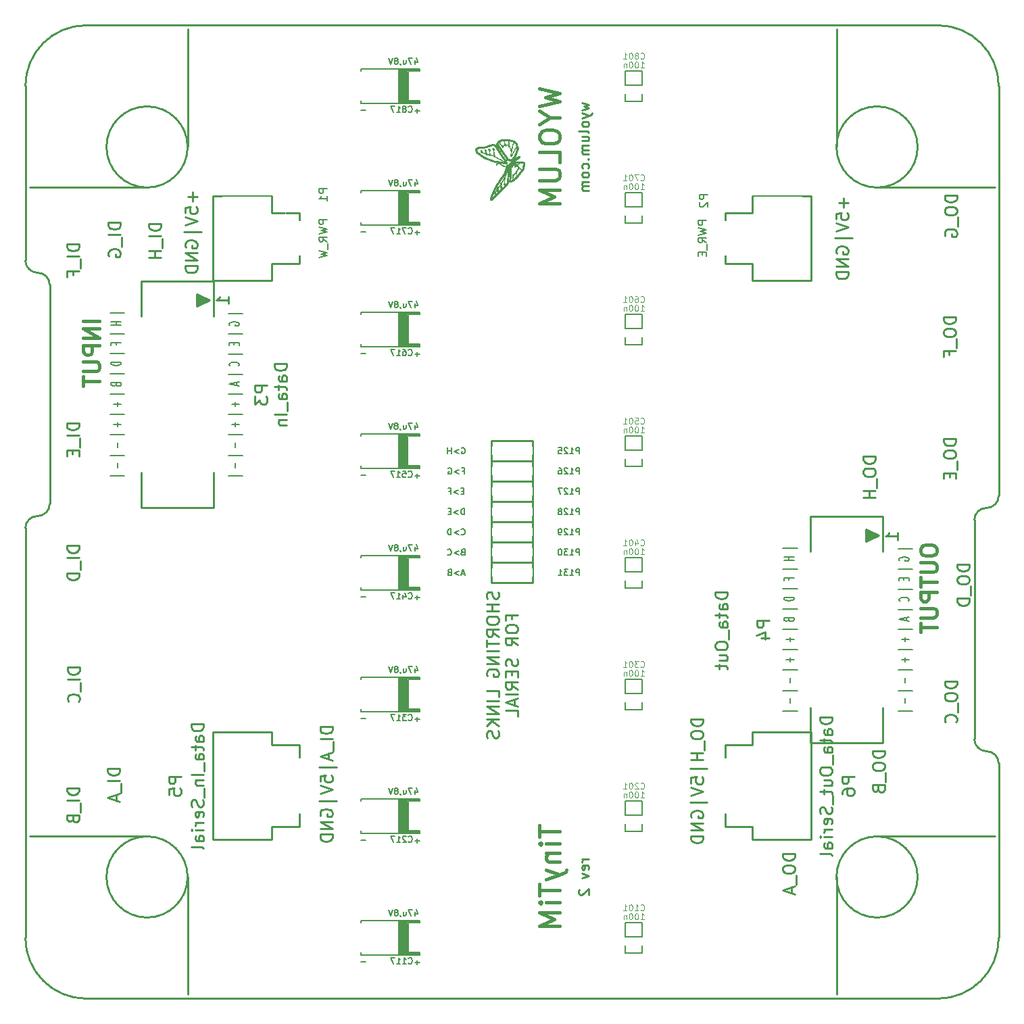
<source format=gbo>
G04 #@! TF.FileFunction,Legend,Bot*
%FSLAX46Y46*%
G04 Gerber Fmt 4.6, Leading zero omitted, Abs format (unit mm)*
G04 Created by KiCad (PCBNEW (2014-12-11 BZR 5320)-product) date Fri Dec 19 11:32:42 2014*
%MOMM*%
G01*
G04 APERTURE LIST*
%ADD10C,0.152400*%
%ADD11C,0.254000*%
%ADD12C,0.381000*%
%ADD13C,0.177800*%
%ADD14C,0.171450*%
%ADD15C,0.002540*%
%ADD16C,0.127000*%
%ADD17C,0.203200*%
%ADD18C,0.101600*%
%ADD19R,5.508000X1.408000*%
%ADD20C,6.604000*%
%ADD21R,3.908000X1.908000*%
%ADD22R,6.108000X2.808000*%
%ADD23R,3.556000X3.556000*%
%ADD24R,1.930400X1.574800*%
%ADD25R,2.540000X1.524000*%
G04 APERTURE END LIST*
D10*
D11*
X95951524Y-129872620D02*
X95104857Y-129872620D01*
X95346762Y-129872620D02*
X95225810Y-129933096D01*
X95165333Y-129993572D01*
X95104857Y-130114525D01*
X95104857Y-130235477D01*
X95891048Y-131142619D02*
X95951524Y-131021667D01*
X95951524Y-130779762D01*
X95891048Y-130658810D01*
X95770095Y-130598334D01*
X95286286Y-130598334D01*
X95165333Y-130658810D01*
X95104857Y-130779762D01*
X95104857Y-131021667D01*
X95165333Y-131142619D01*
X95286286Y-131203096D01*
X95407238Y-131203096D01*
X95528190Y-130598334D01*
X95104857Y-131626429D02*
X95951524Y-131928810D01*
X95104857Y-132231190D01*
X94802476Y-133622143D02*
X94742000Y-133682619D01*
X94681524Y-133803571D01*
X94681524Y-134105952D01*
X94742000Y-134226905D01*
X94802476Y-134287381D01*
X94923429Y-134347857D01*
X95044381Y-134347857D01*
X95225810Y-134287381D01*
X95951524Y-133561667D01*
X95951524Y-134347857D01*
D12*
X89795048Y-125609048D02*
X89795048Y-127060476D01*
X92335048Y-126334762D02*
X89795048Y-126334762D01*
X92335048Y-127907143D02*
X90641714Y-127907143D01*
X89795048Y-127907143D02*
X89916000Y-127786191D01*
X90036952Y-127907143D01*
X89916000Y-128028095D01*
X89795048Y-127907143D01*
X90036952Y-127907143D01*
X90641714Y-129116667D02*
X92335048Y-129116667D01*
X90883619Y-129116667D02*
X90762667Y-129237619D01*
X90641714Y-129479524D01*
X90641714Y-129842381D01*
X90762667Y-130084286D01*
X91004571Y-130205238D01*
X92335048Y-130205238D01*
X90641714Y-131172857D02*
X92335048Y-131777619D01*
X90641714Y-132382381D02*
X92335048Y-131777619D01*
X92939810Y-131535714D01*
X93060762Y-131414762D01*
X93181714Y-131172857D01*
X89795048Y-132987143D02*
X89795048Y-134438571D01*
X92335048Y-133712857D02*
X89795048Y-133712857D01*
X92335048Y-135285238D02*
X90641714Y-135285238D01*
X89795048Y-135285238D02*
X89916000Y-135164286D01*
X90036952Y-135285238D01*
X89916000Y-135406190D01*
X89795048Y-135285238D01*
X90036952Y-135285238D01*
X92335048Y-136494762D02*
X89795048Y-136494762D01*
X91609333Y-137341429D01*
X89795048Y-138188095D01*
X92335048Y-138188095D01*
D11*
X121783929Y-129140857D02*
X120259929Y-129140857D01*
X120259929Y-129503714D01*
X120332500Y-129721429D01*
X120477643Y-129866571D01*
X120622786Y-129939143D01*
X120913071Y-130011714D01*
X121130786Y-130011714D01*
X121421071Y-129939143D01*
X121566214Y-129866571D01*
X121711357Y-129721429D01*
X121783929Y-129503714D01*
X121783929Y-129140857D01*
X120259929Y-130955143D02*
X120259929Y-131245429D01*
X120332500Y-131390571D01*
X120477643Y-131535714D01*
X120767929Y-131608286D01*
X121275929Y-131608286D01*
X121566214Y-131535714D01*
X121711357Y-131390571D01*
X121783929Y-131245429D01*
X121783929Y-130955143D01*
X121711357Y-130810000D01*
X121566214Y-130664857D01*
X121275929Y-130592286D01*
X120767929Y-130592286D01*
X120477643Y-130664857D01*
X120332500Y-130810000D01*
X120259929Y-130955143D01*
X121929071Y-131898571D02*
X121929071Y-133059714D01*
X121348500Y-133350000D02*
X121348500Y-134075714D01*
X121783929Y-133204857D02*
X120259929Y-133712857D01*
X121783929Y-134220857D01*
X133023429Y-116268500D02*
X131499429Y-116268500D01*
X131499429Y-116631357D01*
X131572000Y-116849072D01*
X131717143Y-116994214D01*
X131862286Y-117066786D01*
X132152571Y-117139357D01*
X132370286Y-117139357D01*
X132660571Y-117066786D01*
X132805714Y-116994214D01*
X132950857Y-116849072D01*
X133023429Y-116631357D01*
X133023429Y-116268500D01*
X131499429Y-118082786D02*
X131499429Y-118373072D01*
X131572000Y-118518214D01*
X131717143Y-118663357D01*
X132007429Y-118735929D01*
X132515429Y-118735929D01*
X132805714Y-118663357D01*
X132950857Y-118518214D01*
X133023429Y-118373072D01*
X133023429Y-118082786D01*
X132950857Y-117937643D01*
X132805714Y-117792500D01*
X132515429Y-117719929D01*
X132007429Y-117719929D01*
X131717143Y-117792500D01*
X131572000Y-117937643D01*
X131499429Y-118082786D01*
X133168571Y-119026214D02*
X133168571Y-120187357D01*
X132225143Y-121058214D02*
X132297714Y-121275928D01*
X132370286Y-121348500D01*
X132515429Y-121421071D01*
X132733143Y-121421071D01*
X132878286Y-121348500D01*
X132950857Y-121275928D01*
X133023429Y-121130786D01*
X133023429Y-120550214D01*
X131499429Y-120550214D01*
X131499429Y-121058214D01*
X131572000Y-121203357D01*
X131644571Y-121275928D01*
X131789714Y-121348500D01*
X131934857Y-121348500D01*
X132080000Y-121275928D01*
X132152571Y-121203357D01*
X132225143Y-121058214D01*
X132225143Y-120550214D01*
X142065829Y-107543600D02*
X140541829Y-107543600D01*
X140541829Y-107906457D01*
X140614400Y-108124172D01*
X140759543Y-108269314D01*
X140904686Y-108341886D01*
X141194971Y-108414457D01*
X141412686Y-108414457D01*
X141702971Y-108341886D01*
X141848114Y-108269314D01*
X141993257Y-108124172D01*
X142065829Y-107906457D01*
X142065829Y-107543600D01*
X140541829Y-109357886D02*
X140541829Y-109648172D01*
X140614400Y-109793314D01*
X140759543Y-109938457D01*
X141049829Y-110011029D01*
X141557829Y-110011029D01*
X141848114Y-109938457D01*
X141993257Y-109793314D01*
X142065829Y-109648172D01*
X142065829Y-109357886D01*
X141993257Y-109212743D01*
X141848114Y-109067600D01*
X141557829Y-108995029D01*
X141049829Y-108995029D01*
X140759543Y-109067600D01*
X140614400Y-109212743D01*
X140541829Y-109357886D01*
X142210971Y-110301314D02*
X142210971Y-111462457D01*
X141920686Y-112696171D02*
X141993257Y-112623600D01*
X142065829Y-112405886D01*
X142065829Y-112260743D01*
X141993257Y-112043028D01*
X141848114Y-111897886D01*
X141702971Y-111825314D01*
X141412686Y-111752743D01*
X141194971Y-111752743D01*
X140904686Y-111825314D01*
X140759543Y-111897886D01*
X140614400Y-112043028D01*
X140541829Y-112260743D01*
X140541829Y-112405886D01*
X140614400Y-112623600D01*
X140686971Y-112696171D01*
X143640629Y-92913200D02*
X142116629Y-92913200D01*
X142116629Y-93276057D01*
X142189200Y-93493772D01*
X142334343Y-93638914D01*
X142479486Y-93711486D01*
X142769771Y-93784057D01*
X142987486Y-93784057D01*
X143277771Y-93711486D01*
X143422914Y-93638914D01*
X143568057Y-93493772D01*
X143640629Y-93276057D01*
X143640629Y-92913200D01*
X142116629Y-94727486D02*
X142116629Y-95017772D01*
X142189200Y-95162914D01*
X142334343Y-95308057D01*
X142624629Y-95380629D01*
X143132629Y-95380629D01*
X143422914Y-95308057D01*
X143568057Y-95162914D01*
X143640629Y-95017772D01*
X143640629Y-94727486D01*
X143568057Y-94582343D01*
X143422914Y-94437200D01*
X143132629Y-94364629D01*
X142624629Y-94364629D01*
X142334343Y-94437200D01*
X142189200Y-94582343D01*
X142116629Y-94727486D01*
X143785771Y-95670914D02*
X143785771Y-96832057D01*
X143640629Y-97194914D02*
X142116629Y-97194914D01*
X142116629Y-97557771D01*
X142189200Y-97775486D01*
X142334343Y-97920628D01*
X142479486Y-97993200D01*
X142769771Y-98065771D01*
X142987486Y-98065771D01*
X143277771Y-97993200D01*
X143422914Y-97920628D01*
X143568057Y-97775486D01*
X143640629Y-97557771D01*
X143640629Y-97194914D01*
X131867729Y-79414915D02*
X130343729Y-79414915D01*
X130343729Y-79777772D01*
X130416300Y-79995487D01*
X130561443Y-80140629D01*
X130706586Y-80213201D01*
X130996871Y-80285772D01*
X131214586Y-80285772D01*
X131504871Y-80213201D01*
X131650014Y-80140629D01*
X131795157Y-79995487D01*
X131867729Y-79777772D01*
X131867729Y-79414915D01*
X130343729Y-81229201D02*
X130343729Y-81519487D01*
X130416300Y-81664629D01*
X130561443Y-81809772D01*
X130851729Y-81882344D01*
X131359729Y-81882344D01*
X131650014Y-81809772D01*
X131795157Y-81664629D01*
X131867729Y-81519487D01*
X131867729Y-81229201D01*
X131795157Y-81084058D01*
X131650014Y-80938915D01*
X131359729Y-80866344D01*
X130851729Y-80866344D01*
X130561443Y-80938915D01*
X130416300Y-81084058D01*
X130343729Y-81229201D01*
X132012871Y-82172629D02*
X132012871Y-83333772D01*
X131867729Y-83696629D02*
X130343729Y-83696629D01*
X131069443Y-83696629D02*
X131069443Y-84567486D01*
X131867729Y-84567486D02*
X130343729Y-84567486D01*
X141964229Y-77186972D02*
X140440229Y-77186972D01*
X140440229Y-77549829D01*
X140512800Y-77767544D01*
X140657943Y-77912686D01*
X140803086Y-77985258D01*
X141093371Y-78057829D01*
X141311086Y-78057829D01*
X141601371Y-77985258D01*
X141746514Y-77912686D01*
X141891657Y-77767544D01*
X141964229Y-77549829D01*
X141964229Y-77186972D01*
X140440229Y-79001258D02*
X140440229Y-79291544D01*
X140512800Y-79436686D01*
X140657943Y-79581829D01*
X140948229Y-79654401D01*
X141456229Y-79654401D01*
X141746514Y-79581829D01*
X141891657Y-79436686D01*
X141964229Y-79291544D01*
X141964229Y-79001258D01*
X141891657Y-78856115D01*
X141746514Y-78710972D01*
X141456229Y-78638401D01*
X140948229Y-78638401D01*
X140657943Y-78710972D01*
X140512800Y-78856115D01*
X140440229Y-79001258D01*
X142109371Y-79944686D02*
X142109371Y-81105829D01*
X141165943Y-81468686D02*
X141165943Y-81976686D01*
X141964229Y-82194400D02*
X141964229Y-81468686D01*
X140440229Y-81468686D01*
X140440229Y-82194400D01*
X141913429Y-61932457D02*
X140389429Y-61932457D01*
X140389429Y-62295314D01*
X140462000Y-62513029D01*
X140607143Y-62658171D01*
X140752286Y-62730743D01*
X141042571Y-62803314D01*
X141260286Y-62803314D01*
X141550571Y-62730743D01*
X141695714Y-62658171D01*
X141840857Y-62513029D01*
X141913429Y-62295314D01*
X141913429Y-61932457D01*
X140389429Y-63746743D02*
X140389429Y-64037029D01*
X140462000Y-64182171D01*
X140607143Y-64327314D01*
X140897429Y-64399886D01*
X141405429Y-64399886D01*
X141695714Y-64327314D01*
X141840857Y-64182171D01*
X141913429Y-64037029D01*
X141913429Y-63746743D01*
X141840857Y-63601600D01*
X141695714Y-63456457D01*
X141405429Y-63383886D01*
X140897429Y-63383886D01*
X140607143Y-63456457D01*
X140462000Y-63601600D01*
X140389429Y-63746743D01*
X142058571Y-64690171D02*
X142058571Y-65851314D01*
X141115143Y-66722171D02*
X141115143Y-66214171D01*
X141913429Y-66214171D02*
X140389429Y-66214171D01*
X140389429Y-66939885D01*
X142065829Y-46685200D02*
X140541829Y-46685200D01*
X140541829Y-47048057D01*
X140614400Y-47265772D01*
X140759543Y-47410914D01*
X140904686Y-47483486D01*
X141194971Y-47556057D01*
X141412686Y-47556057D01*
X141702971Y-47483486D01*
X141848114Y-47410914D01*
X141993257Y-47265772D01*
X142065829Y-47048057D01*
X142065829Y-46685200D01*
X140541829Y-48499486D02*
X140541829Y-48789772D01*
X140614400Y-48934914D01*
X140759543Y-49080057D01*
X141049829Y-49152629D01*
X141557829Y-49152629D01*
X141848114Y-49080057D01*
X141993257Y-48934914D01*
X142065829Y-48789772D01*
X142065829Y-48499486D01*
X141993257Y-48354343D01*
X141848114Y-48209200D01*
X141557829Y-48136629D01*
X141049829Y-48136629D01*
X140759543Y-48209200D01*
X140614400Y-48354343D01*
X140541829Y-48499486D01*
X142210971Y-49442914D02*
X142210971Y-50604057D01*
X140614400Y-51765200D02*
X140541829Y-51620057D01*
X140541829Y-51402343D01*
X140614400Y-51184628D01*
X140759543Y-51039486D01*
X140904686Y-50966914D01*
X141194971Y-50894343D01*
X141412686Y-50894343D01*
X141702971Y-50966914D01*
X141848114Y-51039486D01*
X141993257Y-51184628D01*
X142065829Y-51402343D01*
X142065829Y-51547486D01*
X141993257Y-51765200D01*
X141920686Y-51837771D01*
X141412686Y-51837771D01*
X141412686Y-51547486D01*
X42396229Y-50233943D02*
X40872229Y-50233943D01*
X40872229Y-50596800D01*
X40944800Y-50814515D01*
X41089943Y-50959657D01*
X41235086Y-51032229D01*
X41525371Y-51104800D01*
X41743086Y-51104800D01*
X42033371Y-51032229D01*
X42178514Y-50959657D01*
X42323657Y-50814515D01*
X42396229Y-50596800D01*
X42396229Y-50233943D01*
X42396229Y-51757943D02*
X40872229Y-51757943D01*
X42541371Y-52120800D02*
X42541371Y-53281943D01*
X42396229Y-53644800D02*
X40872229Y-53644800D01*
X41597943Y-53644800D02*
X41597943Y-54515657D01*
X42396229Y-54515657D02*
X40872229Y-54515657D01*
X37316229Y-50092429D02*
X35792229Y-50092429D01*
X35792229Y-50455286D01*
X35864800Y-50673001D01*
X36009943Y-50818143D01*
X36155086Y-50890715D01*
X36445371Y-50963286D01*
X36663086Y-50963286D01*
X36953371Y-50890715D01*
X37098514Y-50818143D01*
X37243657Y-50673001D01*
X37316229Y-50455286D01*
X37316229Y-50092429D01*
X37316229Y-51616429D02*
X35792229Y-51616429D01*
X37461371Y-51979286D02*
X37461371Y-53140429D01*
X35864800Y-54301572D02*
X35792229Y-54156429D01*
X35792229Y-53938715D01*
X35864800Y-53721000D01*
X36009943Y-53575858D01*
X36155086Y-53503286D01*
X36445371Y-53430715D01*
X36663086Y-53430715D01*
X36953371Y-53503286D01*
X37098514Y-53575858D01*
X37243657Y-53721000D01*
X37316229Y-53938715D01*
X37316229Y-54083858D01*
X37243657Y-54301572D01*
X37171086Y-54374143D01*
X36663086Y-54374143D01*
X36663086Y-54083858D01*
X32134629Y-52792086D02*
X30610629Y-52792086D01*
X30610629Y-53154943D01*
X30683200Y-53372658D01*
X30828343Y-53517800D01*
X30973486Y-53590372D01*
X31263771Y-53662943D01*
X31481486Y-53662943D01*
X31771771Y-53590372D01*
X31916914Y-53517800D01*
X32062057Y-53372658D01*
X32134629Y-53154943D01*
X32134629Y-52792086D01*
X32134629Y-54316086D02*
X30610629Y-54316086D01*
X32279771Y-54678943D02*
X32279771Y-55840086D01*
X31336343Y-56710943D02*
X31336343Y-56202943D01*
X32134629Y-56202943D02*
X30610629Y-56202943D01*
X30610629Y-56928657D01*
X32083829Y-75209400D02*
X30559829Y-75209400D01*
X30559829Y-75572257D01*
X30632400Y-75789972D01*
X30777543Y-75935114D01*
X30922686Y-76007686D01*
X31212971Y-76080257D01*
X31430686Y-76080257D01*
X31720971Y-76007686D01*
X31866114Y-75935114D01*
X32011257Y-75789972D01*
X32083829Y-75572257D01*
X32083829Y-75209400D01*
X32083829Y-76733400D02*
X30559829Y-76733400D01*
X32228971Y-77096257D02*
X32228971Y-78257400D01*
X31285543Y-78620257D02*
X31285543Y-79128257D01*
X32083829Y-79345971D02*
X32083829Y-78620257D01*
X30559829Y-78620257D01*
X30559829Y-79345971D01*
X32121929Y-90592729D02*
X30597929Y-90592729D01*
X30597929Y-90955586D01*
X30670500Y-91173301D01*
X30815643Y-91318443D01*
X30960786Y-91391015D01*
X31251071Y-91463586D01*
X31468786Y-91463586D01*
X31759071Y-91391015D01*
X31904214Y-91318443D01*
X32049357Y-91173301D01*
X32121929Y-90955586D01*
X32121929Y-90592729D01*
X32121929Y-92116729D02*
X30597929Y-92116729D01*
X32267071Y-92479586D02*
X32267071Y-93640729D01*
X32121929Y-94003586D02*
X30597929Y-94003586D01*
X30597929Y-94366443D01*
X30670500Y-94584158D01*
X30815643Y-94729300D01*
X30960786Y-94801872D01*
X31251071Y-94874443D01*
X31468786Y-94874443D01*
X31759071Y-94801872D01*
X31904214Y-94729300D01*
X32049357Y-94584158D01*
X32121929Y-94366443D01*
X32121929Y-94003586D01*
X32185429Y-105820029D02*
X30661429Y-105820029D01*
X30661429Y-106182886D01*
X30734000Y-106400601D01*
X30879143Y-106545743D01*
X31024286Y-106618315D01*
X31314571Y-106690886D01*
X31532286Y-106690886D01*
X31822571Y-106618315D01*
X31967714Y-106545743D01*
X32112857Y-106400601D01*
X32185429Y-106182886D01*
X32185429Y-105820029D01*
X32185429Y-107344029D02*
X30661429Y-107344029D01*
X32330571Y-107706886D02*
X32330571Y-108868029D01*
X32040286Y-110101743D02*
X32112857Y-110029172D01*
X32185429Y-109811458D01*
X32185429Y-109666315D01*
X32112857Y-109448600D01*
X31967714Y-109303458D01*
X31822571Y-109230886D01*
X31532286Y-109158315D01*
X31314571Y-109158315D01*
X31024286Y-109230886D01*
X30879143Y-109303458D01*
X30734000Y-109448600D01*
X30661429Y-109666315D01*
X30661429Y-109811458D01*
X30734000Y-110029172D01*
X30806571Y-110101743D01*
X32121929Y-120920329D02*
X30597929Y-120920329D01*
X30597929Y-121283186D01*
X30670500Y-121500901D01*
X30815643Y-121646043D01*
X30960786Y-121718615D01*
X31251071Y-121791186D01*
X31468786Y-121791186D01*
X31759071Y-121718615D01*
X31904214Y-121646043D01*
X32049357Y-121500901D01*
X32121929Y-121283186D01*
X32121929Y-120920329D01*
X32121929Y-122444329D02*
X30597929Y-122444329D01*
X32267071Y-122807186D02*
X32267071Y-123968329D01*
X31323643Y-124839186D02*
X31396214Y-125056900D01*
X31468786Y-125129472D01*
X31613929Y-125202043D01*
X31831643Y-125202043D01*
X31976786Y-125129472D01*
X32049357Y-125056900D01*
X32121929Y-124911758D01*
X32121929Y-124331186D01*
X30597929Y-124331186D01*
X30597929Y-124839186D01*
X30670500Y-124984329D01*
X30743071Y-125056900D01*
X30888214Y-125129472D01*
X31033357Y-125129472D01*
X31178500Y-125056900D01*
X31251071Y-124984329D01*
X31323643Y-124839186D01*
X31323643Y-124331186D01*
X37214629Y-118476486D02*
X35690629Y-118476486D01*
X35690629Y-118839343D01*
X35763200Y-119057058D01*
X35908343Y-119202200D01*
X36053486Y-119274772D01*
X36343771Y-119347343D01*
X36561486Y-119347343D01*
X36851771Y-119274772D01*
X36996914Y-119202200D01*
X37142057Y-119057058D01*
X37214629Y-118839343D01*
X37214629Y-118476486D01*
X37214629Y-120000486D02*
X35690629Y-120000486D01*
X37359771Y-120363343D02*
X37359771Y-121524486D01*
X36779200Y-121814772D02*
X36779200Y-122540486D01*
X37214629Y-121669629D02*
X35690629Y-122177629D01*
X37214629Y-122685629D01*
X63833829Y-113247714D02*
X62309829Y-113247714D01*
X62309829Y-113610571D01*
X62382400Y-113828286D01*
X62527543Y-113973428D01*
X62672686Y-114046000D01*
X62962971Y-114118571D01*
X63180686Y-114118571D01*
X63470971Y-114046000D01*
X63616114Y-113973428D01*
X63761257Y-113828286D01*
X63833829Y-113610571D01*
X63833829Y-113247714D01*
X63833829Y-114771714D02*
X62309829Y-114771714D01*
X63978971Y-115134571D02*
X63978971Y-116295714D01*
X63398400Y-116586000D02*
X63398400Y-117311714D01*
X63833829Y-116440857D02*
X62309829Y-116948857D01*
X63833829Y-117456857D01*
X64341829Y-118327714D02*
X62164686Y-118327714D01*
X62309829Y-120142000D02*
X62309829Y-119416286D01*
X63035543Y-119343715D01*
X62962971Y-119416286D01*
X62890400Y-119561429D01*
X62890400Y-119924286D01*
X62962971Y-120069429D01*
X63035543Y-120142000D01*
X63180686Y-120214572D01*
X63543543Y-120214572D01*
X63688686Y-120142000D01*
X63761257Y-120069429D01*
X63833829Y-119924286D01*
X63833829Y-119561429D01*
X63761257Y-119416286D01*
X63688686Y-119343715D01*
X62309829Y-120650001D02*
X63833829Y-121158001D01*
X62309829Y-121666001D01*
X64341829Y-122536858D02*
X62164686Y-122536858D01*
X62382400Y-124423716D02*
X62309829Y-124278573D01*
X62309829Y-124060859D01*
X62382400Y-123843144D01*
X62527543Y-123698002D01*
X62672686Y-123625430D01*
X62962971Y-123552859D01*
X63180686Y-123552859D01*
X63470971Y-123625430D01*
X63616114Y-123698002D01*
X63761257Y-123843144D01*
X63833829Y-124060859D01*
X63833829Y-124206002D01*
X63761257Y-124423716D01*
X63688686Y-124496287D01*
X63180686Y-124496287D01*
X63180686Y-124206002D01*
X63833829Y-125149430D02*
X62309829Y-125149430D01*
X63833829Y-126020287D01*
X62309829Y-126020287D01*
X63833829Y-126746001D02*
X62309829Y-126746001D01*
X62309829Y-127108858D01*
X62382400Y-127326573D01*
X62527543Y-127471715D01*
X62672686Y-127544287D01*
X62962971Y-127616858D01*
X63180686Y-127616858D01*
X63470971Y-127544287D01*
X63616114Y-127471715D01*
X63761257Y-127326573D01*
X63833829Y-127108858D01*
X63833829Y-126746001D01*
X110290429Y-112286143D02*
X108766429Y-112286143D01*
X108766429Y-112649000D01*
X108839000Y-112866715D01*
X108984143Y-113011857D01*
X109129286Y-113084429D01*
X109419571Y-113157000D01*
X109637286Y-113157000D01*
X109927571Y-113084429D01*
X110072714Y-113011857D01*
X110217857Y-112866715D01*
X110290429Y-112649000D01*
X110290429Y-112286143D01*
X108766429Y-114100429D02*
X108766429Y-114390715D01*
X108839000Y-114535857D01*
X108984143Y-114681000D01*
X109274429Y-114753572D01*
X109782429Y-114753572D01*
X110072714Y-114681000D01*
X110217857Y-114535857D01*
X110290429Y-114390715D01*
X110290429Y-114100429D01*
X110217857Y-113955286D01*
X110072714Y-113810143D01*
X109782429Y-113737572D01*
X109274429Y-113737572D01*
X108984143Y-113810143D01*
X108839000Y-113955286D01*
X108766429Y-114100429D01*
X110435571Y-115043857D02*
X110435571Y-116205000D01*
X110290429Y-116567857D02*
X108766429Y-116567857D01*
X109492143Y-116567857D02*
X109492143Y-117438714D01*
X110290429Y-117438714D02*
X108766429Y-117438714D01*
X110798429Y-118527285D02*
X108621286Y-118527285D01*
X108766429Y-120341571D02*
X108766429Y-119615857D01*
X109492143Y-119543286D01*
X109419571Y-119615857D01*
X109347000Y-119761000D01*
X109347000Y-120123857D01*
X109419571Y-120269000D01*
X109492143Y-120341571D01*
X109637286Y-120414143D01*
X110000143Y-120414143D01*
X110145286Y-120341571D01*
X110217857Y-120269000D01*
X110290429Y-120123857D01*
X110290429Y-119761000D01*
X110217857Y-119615857D01*
X110145286Y-119543286D01*
X108766429Y-120849572D02*
X110290429Y-121357572D01*
X108766429Y-121865572D01*
X110798429Y-122736429D02*
X108621286Y-122736429D01*
X108839000Y-124623287D02*
X108766429Y-124478144D01*
X108766429Y-124260430D01*
X108839000Y-124042715D01*
X108984143Y-123897573D01*
X109129286Y-123825001D01*
X109419571Y-123752430D01*
X109637286Y-123752430D01*
X109927571Y-123825001D01*
X110072714Y-123897573D01*
X110217857Y-124042715D01*
X110290429Y-124260430D01*
X110290429Y-124405573D01*
X110217857Y-124623287D01*
X110145286Y-124695858D01*
X109637286Y-124695858D01*
X109637286Y-124405573D01*
X110290429Y-125349001D02*
X108766429Y-125349001D01*
X110290429Y-126219858D01*
X108766429Y-126219858D01*
X110290429Y-126945572D02*
X108766429Y-126945572D01*
X108766429Y-127308429D01*
X108839000Y-127526144D01*
X108984143Y-127671286D01*
X109129286Y-127743858D01*
X109419571Y-127816429D01*
X109637286Y-127816429D01*
X109927571Y-127743858D01*
X110072714Y-127671286D01*
X110217857Y-127526144D01*
X110290429Y-127308429D01*
X110290429Y-126945572D01*
X147320000Y-117856000D02*
G75*
G03X145796000Y-116332000I-1524000J0D01*
G01*
X144272000Y-114808000D02*
G75*
G03X145796000Y-116332000I1524000J0D01*
G01*
X145796000Y-85852000D02*
G75*
G03X144272000Y-87376000I0J-1524000D01*
G01*
X145796000Y-85852000D02*
G75*
G03X147320000Y-84328000I0J1524000D01*
G01*
X25400000Y-54864000D02*
G75*
G03X26924000Y-56388000I1524000J0D01*
G01*
X28448000Y-57912000D02*
G75*
G03X26924000Y-56388000I-1524000J0D01*
G01*
X26924000Y-86868000D02*
G75*
G03X25400000Y-88392000I0J-1524000D01*
G01*
X26924000Y-86868000D02*
G75*
G03X28448000Y-85344000I0J1524000D01*
G01*
X147320000Y-84328000D02*
X147320000Y-33020000D01*
X147320000Y-117856000D02*
X147320000Y-139700000D01*
X25400000Y-88392000D02*
X25400000Y-139700000D01*
X25400000Y-54864000D02*
X25400000Y-33020000D01*
X144272000Y-101092000D02*
X144272000Y-114808000D01*
X144272000Y-101092000D02*
X144272000Y-87376000D01*
X28448000Y-71628000D02*
X28448000Y-85344000D01*
X28448000Y-71628000D02*
X28448000Y-57912000D01*
X139700000Y-147320000D02*
X33020000Y-147320000D01*
X33020000Y-25400000D02*
X139700000Y-25400000D01*
X25400000Y-139700000D02*
G75*
G03X33020000Y-147320000I7620000J0D01*
G01*
X147320000Y-33020000D02*
G75*
G03X139700000Y-25400000I-7620000J0D01*
G01*
X33020000Y-25400000D02*
G75*
G03X25400000Y-33020000I0J-7620000D01*
G01*
X139700000Y-147320000D02*
G75*
G03X147320000Y-139700000I0J7620000D01*
G01*
X40640000Y-127000000D02*
X25908000Y-127000000D01*
X45720000Y-132080000D02*
X45720000Y-146812000D01*
X45720000Y-132080000D02*
G75*
G03X45720000Y-132080000I-5080000J0D01*
G01*
X132080000Y-127000000D02*
X146812000Y-127000000D01*
X127000000Y-132080000D02*
X127000000Y-146812000D01*
X137160000Y-132080000D02*
G75*
G03X137160000Y-132080000I-5080000J0D01*
G01*
X132080000Y-45720000D02*
X146812000Y-45720000D01*
X127000000Y-40640000D02*
X127000000Y-25908000D01*
X137160000Y-40640000D02*
G75*
G03X137160000Y-40640000I-5080000J0D01*
G01*
X40640000Y-45720000D02*
X25908000Y-45720000D01*
X45720000Y-40640000D02*
X45720000Y-25908000D01*
X45720000Y-40640000D02*
G75*
G03X45720000Y-40640000I-5080000J0D01*
G01*
D13*
X136532257Y-90978567D02*
X134717971Y-90978567D01*
X134899400Y-92451767D02*
X134838924Y-92381615D01*
X134838924Y-92276386D01*
X134899400Y-92171158D01*
X135020352Y-92101005D01*
X135141305Y-92065929D01*
X135383210Y-92030853D01*
X135564638Y-92030853D01*
X135806543Y-92065929D01*
X135927495Y-92101005D01*
X136048448Y-92171158D01*
X136108924Y-92276386D01*
X136108924Y-92346538D01*
X136048448Y-92451767D01*
X135987971Y-92486843D01*
X135564638Y-92486843D01*
X135564638Y-92346538D01*
X136532257Y-93539129D02*
X134717971Y-93539129D01*
X135443686Y-94626491D02*
X135443686Y-94872024D01*
X136108924Y-94977253D02*
X136108924Y-94626491D01*
X134838924Y-94626491D01*
X134838924Y-94977253D01*
X136532257Y-96029539D02*
X134717971Y-96029539D01*
X135987971Y-97537815D02*
X136048448Y-97502739D01*
X136108924Y-97397510D01*
X136108924Y-97327358D01*
X136048448Y-97222130D01*
X135927495Y-97151977D01*
X135806543Y-97116901D01*
X135564638Y-97081825D01*
X135383210Y-97081825D01*
X135141305Y-97116901D01*
X135020352Y-97151977D01*
X134899400Y-97222130D01*
X134838924Y-97327358D01*
X134838924Y-97397510D01*
X134899400Y-97502739D01*
X134959876Y-97537815D01*
X136532257Y-98590101D02*
X134717971Y-98590101D01*
X135746067Y-99642387D02*
X135746067Y-99993149D01*
X136108924Y-99572234D02*
X134838924Y-99817768D01*
X136108924Y-100063301D01*
X136532257Y-101045434D02*
X134717971Y-101045434D01*
D14*
X136532257Y-101077486D02*
X134717971Y-101077486D01*
X135625114Y-102089858D02*
X135625114Y-102612372D01*
X136108924Y-102351115D02*
X135141305Y-102351115D01*
X136532257Y-103624743D02*
X134717971Y-103624743D01*
X135625114Y-104637115D02*
X135625114Y-105159629D01*
X136108924Y-104898372D02*
X135141305Y-104898372D01*
X136532257Y-106172000D02*
X134717971Y-106172000D01*
X135625114Y-107184372D02*
X135625114Y-107706886D01*
X136532257Y-108719257D02*
X134717971Y-108719257D01*
X135625114Y-109731629D02*
X135625114Y-110254143D01*
X136532257Y-111266514D02*
X134717971Y-111266514D01*
X122105057Y-101077486D02*
X120290771Y-101077486D01*
X121197914Y-102089858D02*
X121197914Y-102612372D01*
X121681724Y-102351115D02*
X120714105Y-102351115D01*
X122105057Y-103624743D02*
X120290771Y-103624743D01*
X121197914Y-104637115D02*
X121197914Y-105159629D01*
X121681724Y-104898372D02*
X120714105Y-104898372D01*
X122105057Y-106172000D02*
X120290771Y-106172000D01*
X121197914Y-107184372D02*
X121197914Y-107706886D01*
X122105057Y-108719257D02*
X120290771Y-108719257D01*
X121197914Y-109731629D02*
X121197914Y-110254143D01*
X122105057Y-111266514D02*
X120290771Y-111266514D01*
D13*
X122105057Y-90925953D02*
X120290771Y-90925953D01*
X121681724Y-92013315D02*
X120411724Y-92013315D01*
X121016486Y-92013315D02*
X121016486Y-92434229D01*
X121681724Y-92434229D02*
X120411724Y-92434229D01*
X122105057Y-93521591D02*
X120290771Y-93521591D01*
X121016486Y-94854486D02*
X121016486Y-94608953D01*
X121681724Y-94608953D02*
X120411724Y-94608953D01*
X120411724Y-94959715D01*
X122105057Y-95976924D02*
X120290771Y-95976924D01*
X121681724Y-97064286D02*
X120411724Y-97064286D01*
X120411724Y-97239667D01*
X120472200Y-97344895D01*
X120593152Y-97415048D01*
X120714105Y-97450124D01*
X120956010Y-97485200D01*
X121137438Y-97485200D01*
X121379343Y-97450124D01*
X121500295Y-97415048D01*
X121621248Y-97344895D01*
X121681724Y-97239667D01*
X121681724Y-97064286D01*
X122105057Y-98537486D02*
X120290771Y-98537486D01*
X121016486Y-99870381D02*
X121076962Y-99975610D01*
X121137438Y-100010686D01*
X121258390Y-100045762D01*
X121439819Y-100045762D01*
X121560771Y-100010686D01*
X121621248Y-99975610D01*
X121681724Y-99905457D01*
X121681724Y-99624848D01*
X120411724Y-99624848D01*
X120411724Y-99870381D01*
X120472200Y-99940534D01*
X120532676Y-99975610D01*
X120653629Y-100010686D01*
X120774581Y-100010686D01*
X120895533Y-99975610D01*
X120956010Y-99940534D01*
X121016486Y-99870381D01*
X121016486Y-99624848D01*
X122105057Y-101098048D02*
X120290771Y-101098048D01*
D14*
X52610657Y-71613486D02*
X50796371Y-71613486D01*
X51703514Y-72625858D02*
X51703514Y-73148372D01*
X52187324Y-72887115D02*
X51219705Y-72887115D01*
X52610657Y-74160743D02*
X50796371Y-74160743D01*
X51703514Y-75173115D02*
X51703514Y-75695629D01*
X52187324Y-75434372D02*
X51219705Y-75434372D01*
X52610657Y-76708000D02*
X50796371Y-76708000D01*
X51703514Y-77720372D02*
X51703514Y-78242886D01*
X52610657Y-79255257D02*
X50796371Y-79255257D01*
X51703514Y-80267629D02*
X51703514Y-80790143D01*
X52610657Y-81802514D02*
X50796371Y-81802514D01*
D13*
X52610657Y-61514567D02*
X50796371Y-61514567D01*
X50977800Y-62987767D02*
X50917324Y-62917615D01*
X50917324Y-62812386D01*
X50977800Y-62707158D01*
X51098752Y-62637005D01*
X51219705Y-62601929D01*
X51461610Y-62566853D01*
X51643038Y-62566853D01*
X51884943Y-62601929D01*
X52005895Y-62637005D01*
X52126848Y-62707158D01*
X52187324Y-62812386D01*
X52187324Y-62882538D01*
X52126848Y-62987767D01*
X52066371Y-63022843D01*
X51643038Y-63022843D01*
X51643038Y-62882538D01*
X52610657Y-64075129D02*
X50796371Y-64075129D01*
X51522086Y-65162491D02*
X51522086Y-65408024D01*
X52187324Y-65513253D02*
X52187324Y-65162491D01*
X50917324Y-65162491D01*
X50917324Y-65513253D01*
X52610657Y-66565539D02*
X50796371Y-66565539D01*
X52066371Y-68073815D02*
X52126848Y-68038739D01*
X52187324Y-67933510D01*
X52187324Y-67863358D01*
X52126848Y-67758130D01*
X52005895Y-67687977D01*
X51884943Y-67652901D01*
X51643038Y-67617825D01*
X51461610Y-67617825D01*
X51219705Y-67652901D01*
X51098752Y-67687977D01*
X50977800Y-67758130D01*
X50917324Y-67863358D01*
X50917324Y-67933510D01*
X50977800Y-68038739D01*
X51038276Y-68073815D01*
X52610657Y-69126101D02*
X50796371Y-69126101D01*
X51824467Y-70178387D02*
X51824467Y-70529149D01*
X52187324Y-70108234D02*
X50917324Y-70353768D01*
X52187324Y-70599301D01*
X52610657Y-71581434D02*
X50796371Y-71581434D01*
D12*
X137520438Y-90973124D02*
X137520438Y-91360172D01*
X137617200Y-91553696D01*
X137810724Y-91747219D01*
X138197771Y-91843981D01*
X138875105Y-91843981D01*
X139262152Y-91747219D01*
X139455676Y-91553696D01*
X139552438Y-91360172D01*
X139552438Y-90973124D01*
X139455676Y-90779600D01*
X139262152Y-90586077D01*
X138875105Y-90489315D01*
X138197771Y-90489315D01*
X137810724Y-90586077D01*
X137617200Y-90779600D01*
X137520438Y-90973124D01*
X137520438Y-92714839D02*
X139165390Y-92714839D01*
X139358914Y-92811600D01*
X139455676Y-92908362D01*
X139552438Y-93101886D01*
X139552438Y-93488934D01*
X139455676Y-93682458D01*
X139358914Y-93779219D01*
X139165390Y-93875981D01*
X137520438Y-93875981D01*
X137520438Y-94553315D02*
X137520438Y-95714458D01*
X139552438Y-95133886D02*
X137520438Y-95133886D01*
X139552438Y-96391791D02*
X137520438Y-96391791D01*
X137520438Y-97165886D01*
X137617200Y-97359410D01*
X137713962Y-97456171D01*
X137907486Y-97552933D01*
X138197771Y-97552933D01*
X138391295Y-97456171D01*
X138488057Y-97359410D01*
X138584819Y-97165886D01*
X138584819Y-96391791D01*
X137520438Y-98423791D02*
X139165390Y-98423791D01*
X139358914Y-98520552D01*
X139455676Y-98617314D01*
X139552438Y-98810838D01*
X139552438Y-99197886D01*
X139455676Y-99391410D01*
X139358914Y-99488171D01*
X139165390Y-99584933D01*
X137520438Y-99584933D01*
X137520438Y-100262267D02*
X137520438Y-101423410D01*
X139552438Y-100842838D02*
X137520438Y-100842838D01*
D11*
X127870857Y-47062571D02*
X127870857Y-48223714D01*
X128451429Y-47643143D02*
X127290286Y-47643143D01*
X126927429Y-49675142D02*
X126927429Y-48949428D01*
X127653143Y-48876857D01*
X127580571Y-48949428D01*
X127508000Y-49094571D01*
X127508000Y-49457428D01*
X127580571Y-49602571D01*
X127653143Y-49675142D01*
X127798286Y-49747714D01*
X128161143Y-49747714D01*
X128306286Y-49675142D01*
X128378857Y-49602571D01*
X128451429Y-49457428D01*
X128451429Y-49094571D01*
X128378857Y-48949428D01*
X128306286Y-48876857D01*
X126927429Y-50183143D02*
X128451429Y-50691143D01*
X126927429Y-51199143D01*
X128959429Y-52070000D02*
X126782286Y-52070000D01*
X127000000Y-53956858D02*
X126927429Y-53811715D01*
X126927429Y-53594001D01*
X127000000Y-53376286D01*
X127145143Y-53231144D01*
X127290286Y-53158572D01*
X127580571Y-53086001D01*
X127798286Y-53086001D01*
X128088571Y-53158572D01*
X128233714Y-53231144D01*
X128378857Y-53376286D01*
X128451429Y-53594001D01*
X128451429Y-53739144D01*
X128378857Y-53956858D01*
X128306286Y-54029429D01*
X127798286Y-54029429D01*
X127798286Y-53739144D01*
X128451429Y-54682572D02*
X126927429Y-54682572D01*
X128451429Y-55553429D01*
X126927429Y-55553429D01*
X128451429Y-56279143D02*
X126927429Y-56279143D01*
X126927429Y-56642000D01*
X127000000Y-56859715D01*
X127145143Y-57004857D01*
X127290286Y-57077429D01*
X127580571Y-57150000D01*
X127798286Y-57150000D01*
X128088571Y-57077429D01*
X128233714Y-57004857D01*
X128378857Y-56859715D01*
X128451429Y-56642000D01*
X128451429Y-56279143D01*
X46336857Y-46300571D02*
X46336857Y-47461714D01*
X46917429Y-46881143D02*
X45756286Y-46881143D01*
X45393429Y-48913142D02*
X45393429Y-48187428D01*
X46119143Y-48114857D01*
X46046571Y-48187428D01*
X45974000Y-48332571D01*
X45974000Y-48695428D01*
X46046571Y-48840571D01*
X46119143Y-48913142D01*
X46264286Y-48985714D01*
X46627143Y-48985714D01*
X46772286Y-48913142D01*
X46844857Y-48840571D01*
X46917429Y-48695428D01*
X46917429Y-48332571D01*
X46844857Y-48187428D01*
X46772286Y-48114857D01*
X45393429Y-49421143D02*
X46917429Y-49929143D01*
X45393429Y-50437143D01*
X47425429Y-51308000D02*
X45248286Y-51308000D01*
X45466000Y-53194858D02*
X45393429Y-53049715D01*
X45393429Y-52832001D01*
X45466000Y-52614286D01*
X45611143Y-52469144D01*
X45756286Y-52396572D01*
X46046571Y-52324001D01*
X46264286Y-52324001D01*
X46554571Y-52396572D01*
X46699714Y-52469144D01*
X46844857Y-52614286D01*
X46917429Y-52832001D01*
X46917429Y-52977144D01*
X46844857Y-53194858D01*
X46772286Y-53267429D01*
X46264286Y-53267429D01*
X46264286Y-52977144D01*
X46917429Y-53920572D02*
X45393429Y-53920572D01*
X46917429Y-54791429D01*
X45393429Y-54791429D01*
X46917429Y-55517143D02*
X45393429Y-55517143D01*
X45393429Y-55880000D01*
X45466000Y-56097715D01*
X45611143Y-56242857D01*
X45756286Y-56315429D01*
X46046571Y-56388000D01*
X46264286Y-56388000D01*
X46554571Y-56315429D01*
X46699714Y-56242857D01*
X46844857Y-56097715D01*
X46917429Y-55880000D01*
X46917429Y-55517143D01*
X95130257Y-35076191D02*
X95976924Y-35318095D01*
X95372162Y-35560000D01*
X95976924Y-35801905D01*
X95130257Y-36043810D01*
X95130257Y-36406667D02*
X95976924Y-36709048D01*
X95130257Y-37011428D02*
X95976924Y-36709048D01*
X96279305Y-36588095D01*
X96339781Y-36527619D01*
X96400257Y-36406667D01*
X95976924Y-37676667D02*
X95916448Y-37555714D01*
X95855971Y-37495238D01*
X95735019Y-37434762D01*
X95372162Y-37434762D01*
X95251210Y-37495238D01*
X95190733Y-37555714D01*
X95130257Y-37676667D01*
X95130257Y-37858095D01*
X95190733Y-37979047D01*
X95251210Y-38039524D01*
X95372162Y-38100000D01*
X95735019Y-38100000D01*
X95855971Y-38039524D01*
X95916448Y-37979047D01*
X95976924Y-37858095D01*
X95976924Y-37676667D01*
X95976924Y-38825715D02*
X95916448Y-38704762D01*
X95795495Y-38644286D01*
X94706924Y-38644286D01*
X95130257Y-39853810D02*
X95976924Y-39853810D01*
X95130257Y-39309524D02*
X95795495Y-39309524D01*
X95916448Y-39370000D01*
X95976924Y-39490953D01*
X95976924Y-39672381D01*
X95916448Y-39793333D01*
X95855971Y-39853810D01*
X95976924Y-40458572D02*
X95130257Y-40458572D01*
X95251210Y-40458572D02*
X95190733Y-40519048D01*
X95130257Y-40640001D01*
X95130257Y-40821429D01*
X95190733Y-40942381D01*
X95311686Y-41002858D01*
X95976924Y-41002858D01*
X95311686Y-41002858D02*
X95190733Y-41063334D01*
X95130257Y-41184286D01*
X95130257Y-41365715D01*
X95190733Y-41486667D01*
X95311686Y-41547143D01*
X95976924Y-41547143D01*
X95855971Y-42151905D02*
X95916448Y-42212381D01*
X95976924Y-42151905D01*
X95916448Y-42091429D01*
X95855971Y-42151905D01*
X95976924Y-42151905D01*
X95916448Y-43300953D02*
X95976924Y-43180000D01*
X95976924Y-42938096D01*
X95916448Y-42817143D01*
X95855971Y-42756667D01*
X95735019Y-42696191D01*
X95372162Y-42696191D01*
X95251210Y-42756667D01*
X95190733Y-42817143D01*
X95130257Y-42938096D01*
X95130257Y-43180000D01*
X95190733Y-43300953D01*
X95976924Y-44026667D02*
X95916448Y-43905714D01*
X95855971Y-43845238D01*
X95735019Y-43784762D01*
X95372162Y-43784762D01*
X95251210Y-43845238D01*
X95190733Y-43905714D01*
X95130257Y-44026667D01*
X95130257Y-44208095D01*
X95190733Y-44329047D01*
X95251210Y-44389524D01*
X95372162Y-44450000D01*
X95735019Y-44450000D01*
X95855971Y-44389524D01*
X95916448Y-44329047D01*
X95976924Y-44208095D01*
X95976924Y-44026667D01*
X95976924Y-44994286D02*
X95130257Y-44994286D01*
X95251210Y-44994286D02*
X95190733Y-45054762D01*
X95130257Y-45175715D01*
X95130257Y-45357143D01*
X95190733Y-45478095D01*
X95311686Y-45538572D01*
X95976924Y-45538572D01*
X95311686Y-45538572D02*
X95190733Y-45599048D01*
X95130257Y-45720000D01*
X95130257Y-45901429D01*
X95190733Y-46022381D01*
X95311686Y-46082857D01*
X95976924Y-46082857D01*
D12*
X89795048Y-33322382D02*
X92335048Y-33927144D01*
X90520762Y-34410954D01*
X92335048Y-34894763D01*
X89795048Y-35499525D01*
X91125524Y-36950953D02*
X92335048Y-36950953D01*
X89795048Y-36104287D02*
X91125524Y-36950953D01*
X89795048Y-37797620D01*
X89795048Y-39128096D02*
X89795048Y-39611906D01*
X89916000Y-39853811D01*
X90157905Y-40095715D01*
X90641714Y-40216668D01*
X91488381Y-40216668D01*
X91972190Y-40095715D01*
X92214095Y-39853811D01*
X92335048Y-39611906D01*
X92335048Y-39128096D01*
X92214095Y-38886192D01*
X91972190Y-38644287D01*
X91488381Y-38523335D01*
X90641714Y-38523335D01*
X90157905Y-38644287D01*
X89916000Y-38886192D01*
X89795048Y-39128096D01*
X92335048Y-42514763D02*
X92335048Y-41305239D01*
X89795048Y-41305239D01*
X89795048Y-43361429D02*
X91851238Y-43361429D01*
X92093143Y-43482381D01*
X92214095Y-43603334D01*
X92335048Y-43845238D01*
X92335048Y-44329048D01*
X92214095Y-44570953D01*
X92093143Y-44691905D01*
X91851238Y-44812857D01*
X89795048Y-44812857D01*
X92335048Y-46022381D02*
X89795048Y-46022381D01*
X91609333Y-46869048D01*
X89795048Y-47715714D01*
X92335048Y-47715714D01*
X34701238Y-62425944D02*
X32669238Y-62425944D01*
X34701238Y-63393563D02*
X32669238Y-63393563D01*
X34701238Y-64554705D01*
X32669238Y-64554705D01*
X34701238Y-65522325D02*
X32669238Y-65522325D01*
X32669238Y-66296420D01*
X32766000Y-66489944D01*
X32862762Y-66586705D01*
X33056286Y-66683467D01*
X33346571Y-66683467D01*
X33540095Y-66586705D01*
X33636857Y-66489944D01*
X33733619Y-66296420D01*
X33733619Y-65522325D01*
X32669238Y-67554325D02*
X34314190Y-67554325D01*
X34507714Y-67651086D01*
X34604476Y-67747848D01*
X34701238Y-67941372D01*
X34701238Y-68328420D01*
X34604476Y-68521944D01*
X34507714Y-68618705D01*
X34314190Y-68715467D01*
X32669238Y-68715467D01*
X32669238Y-69392801D02*
X32669238Y-70553944D01*
X34701238Y-69973372D02*
X32669238Y-69973372D01*
D13*
X37827857Y-61461953D02*
X36013571Y-61461953D01*
X37404524Y-62549315D02*
X36134524Y-62549315D01*
X36739286Y-62549315D02*
X36739286Y-62970229D01*
X37404524Y-62970229D02*
X36134524Y-62970229D01*
X37827857Y-64057591D02*
X36013571Y-64057591D01*
X36739286Y-65390486D02*
X36739286Y-65144953D01*
X37404524Y-65144953D02*
X36134524Y-65144953D01*
X36134524Y-65495715D01*
X37827857Y-66512924D02*
X36013571Y-66512924D01*
X37404524Y-67600286D02*
X36134524Y-67600286D01*
X36134524Y-67775667D01*
X36195000Y-67880895D01*
X36315952Y-67951048D01*
X36436905Y-67986124D01*
X36678810Y-68021200D01*
X36860238Y-68021200D01*
X37102143Y-67986124D01*
X37223095Y-67951048D01*
X37344048Y-67880895D01*
X37404524Y-67775667D01*
X37404524Y-67600286D01*
X37827857Y-69073486D02*
X36013571Y-69073486D01*
X36739286Y-70406381D02*
X36799762Y-70511610D01*
X36860238Y-70546686D01*
X36981190Y-70581762D01*
X37162619Y-70581762D01*
X37283571Y-70546686D01*
X37344048Y-70511610D01*
X37404524Y-70441457D01*
X37404524Y-70160848D01*
X36134524Y-70160848D01*
X36134524Y-70406381D01*
X36195000Y-70476534D01*
X36255476Y-70511610D01*
X36376429Y-70546686D01*
X36497381Y-70546686D01*
X36618333Y-70511610D01*
X36678810Y-70476534D01*
X36739286Y-70406381D01*
X36739286Y-70160848D01*
X37827857Y-71634048D02*
X36013571Y-71634048D01*
D14*
X37827857Y-71613486D02*
X36013571Y-71613486D01*
X36920714Y-72625858D02*
X36920714Y-73148372D01*
X37404524Y-72887115D02*
X36436905Y-72887115D01*
X37827857Y-74160743D02*
X36013571Y-74160743D01*
X36920714Y-75173115D02*
X36920714Y-75695629D01*
X37404524Y-75434372D02*
X36436905Y-75434372D01*
X37827857Y-76708000D02*
X36013571Y-76708000D01*
X36920714Y-77720372D02*
X36920714Y-78242886D01*
X37827857Y-79255257D02*
X36013571Y-79255257D01*
X36920714Y-80267629D02*
X36920714Y-80790143D01*
X37827857Y-81802514D02*
X36013571Y-81802514D01*
D11*
X84614657Y-96367601D02*
X84687229Y-96585315D01*
X84687229Y-96948172D01*
X84614657Y-97093315D01*
X84542086Y-97165886D01*
X84396943Y-97238458D01*
X84251800Y-97238458D01*
X84106657Y-97165886D01*
X84034086Y-97093315D01*
X83961514Y-96948172D01*
X83888943Y-96657886D01*
X83816371Y-96512744D01*
X83743800Y-96440172D01*
X83598657Y-96367601D01*
X83453514Y-96367601D01*
X83308371Y-96440172D01*
X83235800Y-96512744D01*
X83163229Y-96657886D01*
X83163229Y-97020744D01*
X83235800Y-97238458D01*
X84687229Y-97891601D02*
X83163229Y-97891601D01*
X83888943Y-97891601D02*
X83888943Y-98762458D01*
X84687229Y-98762458D02*
X83163229Y-98762458D01*
X83163229Y-99778458D02*
X83163229Y-100068744D01*
X83235800Y-100213886D01*
X83380943Y-100359029D01*
X83671229Y-100431601D01*
X84179229Y-100431601D01*
X84469514Y-100359029D01*
X84614657Y-100213886D01*
X84687229Y-100068744D01*
X84687229Y-99778458D01*
X84614657Y-99633315D01*
X84469514Y-99488172D01*
X84179229Y-99415601D01*
X83671229Y-99415601D01*
X83380943Y-99488172D01*
X83235800Y-99633315D01*
X83163229Y-99778458D01*
X84687229Y-101955600D02*
X83961514Y-101447600D01*
X84687229Y-101084743D02*
X83163229Y-101084743D01*
X83163229Y-101665315D01*
X83235800Y-101810457D01*
X83308371Y-101883029D01*
X83453514Y-101955600D01*
X83671229Y-101955600D01*
X83816371Y-101883029D01*
X83888943Y-101810457D01*
X83961514Y-101665315D01*
X83961514Y-101084743D01*
X83163229Y-102391029D02*
X83163229Y-103261886D01*
X84687229Y-102826457D02*
X83163229Y-102826457D01*
X84687229Y-103769886D02*
X83163229Y-103769886D01*
X84687229Y-104495600D02*
X83163229Y-104495600D01*
X84687229Y-105366457D01*
X83163229Y-105366457D01*
X83235800Y-106890457D02*
X83163229Y-106745314D01*
X83163229Y-106527600D01*
X83235800Y-106309885D01*
X83380943Y-106164743D01*
X83526086Y-106092171D01*
X83816371Y-106019600D01*
X84034086Y-106019600D01*
X84324371Y-106092171D01*
X84469514Y-106164743D01*
X84614657Y-106309885D01*
X84687229Y-106527600D01*
X84687229Y-106672743D01*
X84614657Y-106890457D01*
X84542086Y-106963028D01*
X84034086Y-106963028D01*
X84034086Y-106672743D01*
X84687229Y-109503028D02*
X84687229Y-108777314D01*
X83163229Y-108777314D01*
X84687229Y-110011028D02*
X83163229Y-110011028D01*
X84687229Y-110736742D02*
X83163229Y-110736742D01*
X84687229Y-111607599D01*
X83163229Y-111607599D01*
X84687229Y-112333313D02*
X83163229Y-112333313D01*
X84687229Y-113204170D02*
X83816371Y-112551027D01*
X83163229Y-113204170D02*
X84034086Y-112333313D01*
X84614657Y-113784742D02*
X84687229Y-114002456D01*
X84687229Y-114365313D01*
X84614657Y-114510456D01*
X84542086Y-114583027D01*
X84396943Y-114655599D01*
X84251800Y-114655599D01*
X84106657Y-114583027D01*
X84034086Y-114510456D01*
X83961514Y-114365313D01*
X83888943Y-114075027D01*
X83816371Y-113929885D01*
X83743800Y-113857313D01*
X83598657Y-113784742D01*
X83453514Y-113784742D01*
X83308371Y-113857313D01*
X83235800Y-113929885D01*
X83163229Y-114075027D01*
X83163229Y-114437885D01*
X83235800Y-114655599D01*
X86276543Y-99778457D02*
X86276543Y-99270457D01*
X87074829Y-99270457D02*
X85550829Y-99270457D01*
X85550829Y-99996171D01*
X85550829Y-100867029D02*
X85550829Y-101157315D01*
X85623400Y-101302457D01*
X85768543Y-101447600D01*
X86058829Y-101520172D01*
X86566829Y-101520172D01*
X86857114Y-101447600D01*
X87002257Y-101302457D01*
X87074829Y-101157315D01*
X87074829Y-100867029D01*
X87002257Y-100721886D01*
X86857114Y-100576743D01*
X86566829Y-100504172D01*
X86058829Y-100504172D01*
X85768543Y-100576743D01*
X85623400Y-100721886D01*
X85550829Y-100867029D01*
X87074829Y-103044171D02*
X86349114Y-102536171D01*
X87074829Y-102173314D02*
X85550829Y-102173314D01*
X85550829Y-102753886D01*
X85623400Y-102899028D01*
X85695971Y-102971600D01*
X85841114Y-103044171D01*
X86058829Y-103044171D01*
X86203971Y-102971600D01*
X86276543Y-102899028D01*
X86349114Y-102753886D01*
X86349114Y-102173314D01*
X87002257Y-104785886D02*
X87074829Y-105003600D01*
X87074829Y-105366457D01*
X87002257Y-105511600D01*
X86929686Y-105584171D01*
X86784543Y-105656743D01*
X86639400Y-105656743D01*
X86494257Y-105584171D01*
X86421686Y-105511600D01*
X86349114Y-105366457D01*
X86276543Y-105076171D01*
X86203971Y-104931029D01*
X86131400Y-104858457D01*
X85986257Y-104785886D01*
X85841114Y-104785886D01*
X85695971Y-104858457D01*
X85623400Y-104931029D01*
X85550829Y-105076171D01*
X85550829Y-105439029D01*
X85623400Y-105656743D01*
X86276543Y-106309886D02*
X86276543Y-106817886D01*
X87074829Y-107035600D02*
X87074829Y-106309886D01*
X85550829Y-106309886D01*
X85550829Y-107035600D01*
X87074829Y-108559600D02*
X86349114Y-108051600D01*
X87074829Y-107688743D02*
X85550829Y-107688743D01*
X85550829Y-108269315D01*
X85623400Y-108414457D01*
X85695971Y-108487029D01*
X85841114Y-108559600D01*
X86058829Y-108559600D01*
X86203971Y-108487029D01*
X86276543Y-108414457D01*
X86349114Y-108269315D01*
X86349114Y-107688743D01*
X87074829Y-109212743D02*
X85550829Y-109212743D01*
X86639400Y-109865886D02*
X86639400Y-110591600D01*
X87074829Y-109720743D02*
X85550829Y-110228743D01*
X87074829Y-110736743D01*
X87074829Y-111970457D02*
X87074829Y-111244743D01*
X85550829Y-111244743D01*
X130670000Y-89892000D02*
X130870000Y-89892000D01*
X130670000Y-89692000D02*
X131270000Y-89692000D01*
X130670000Y-89492000D02*
X131670000Y-89492000D01*
X130670000Y-88692000D02*
X130970000Y-88692000D01*
X131370000Y-88892000D02*
X130670000Y-88892000D01*
X130670000Y-89092000D02*
X131670000Y-89092000D01*
X131970000Y-89292000D02*
X130670000Y-89292000D01*
X132270000Y-89292000D02*
X130670000Y-90092000D01*
X130670000Y-90092000D02*
X130670000Y-88492000D01*
X130670000Y-88492000D02*
X132270000Y-89292000D01*
X132770000Y-115292000D02*
X132770000Y-110892000D01*
X128270000Y-115292000D02*
X123770000Y-115292000D01*
X123770000Y-115292000D02*
X123770000Y-110892000D01*
X128270000Y-115292000D02*
X132770000Y-115292000D01*
X128270000Y-86892000D02*
X123770000Y-86892000D01*
X123770000Y-86892000D02*
X123770000Y-91292000D01*
X128270000Y-86892000D02*
X132770000Y-86892000D01*
X132770000Y-86892000D02*
X132770000Y-91292000D01*
D15*
G36*
X81737200Y-41122600D02*
X81737200Y-41097200D01*
X81762600Y-41097200D01*
X81762600Y-41122600D01*
X81737200Y-41122600D01*
X81737200Y-41122600D01*
G37*
X81737200Y-41122600D02*
X81737200Y-41097200D01*
X81762600Y-41097200D01*
X81762600Y-41122600D01*
X81737200Y-41122600D01*
G36*
X81737200Y-41097200D02*
X81737200Y-41071800D01*
X81762600Y-41071800D01*
X81762600Y-41097200D01*
X81737200Y-41097200D01*
X81737200Y-41097200D01*
G37*
X81737200Y-41097200D02*
X81737200Y-41071800D01*
X81762600Y-41071800D01*
X81762600Y-41097200D01*
X81737200Y-41097200D01*
G36*
X81737200Y-41071800D02*
X81737200Y-41046400D01*
X81762600Y-41046400D01*
X81762600Y-41071800D01*
X81737200Y-41071800D01*
X81737200Y-41071800D01*
G37*
X81737200Y-41071800D02*
X81737200Y-41046400D01*
X81762600Y-41046400D01*
X81762600Y-41071800D01*
X81737200Y-41071800D01*
G36*
X81737200Y-41046400D02*
X81737200Y-41021000D01*
X81762600Y-41021000D01*
X81762600Y-41046400D01*
X81737200Y-41046400D01*
X81737200Y-41046400D01*
G37*
X81737200Y-41046400D02*
X81737200Y-41021000D01*
X81762600Y-41021000D01*
X81762600Y-41046400D01*
X81737200Y-41046400D01*
G36*
X81737200Y-41021000D02*
X81737200Y-40995600D01*
X81762600Y-40995600D01*
X81762600Y-41021000D01*
X81737200Y-41021000D01*
X81737200Y-41021000D01*
G37*
X81737200Y-41021000D02*
X81737200Y-40995600D01*
X81762600Y-40995600D01*
X81762600Y-41021000D01*
X81737200Y-41021000D01*
G36*
X81762600Y-41148000D02*
X81762600Y-41122600D01*
X81788000Y-41122600D01*
X81788000Y-41148000D01*
X81762600Y-41148000D01*
X81762600Y-41148000D01*
G37*
X81762600Y-41148000D02*
X81762600Y-41122600D01*
X81788000Y-41122600D01*
X81788000Y-41148000D01*
X81762600Y-41148000D01*
G36*
X81762600Y-41122600D02*
X81762600Y-41097200D01*
X81788000Y-41097200D01*
X81788000Y-41122600D01*
X81762600Y-41122600D01*
X81762600Y-41122600D01*
G37*
X81762600Y-41122600D02*
X81762600Y-41097200D01*
X81788000Y-41097200D01*
X81788000Y-41122600D01*
X81762600Y-41122600D01*
G36*
X81762600Y-41097200D02*
X81762600Y-41071800D01*
X81788000Y-41071800D01*
X81788000Y-41097200D01*
X81762600Y-41097200D01*
X81762600Y-41097200D01*
G37*
X81762600Y-41097200D02*
X81762600Y-41071800D01*
X81788000Y-41071800D01*
X81788000Y-41097200D01*
X81762600Y-41097200D01*
G36*
X81762600Y-41071800D02*
X81762600Y-41046400D01*
X81788000Y-41046400D01*
X81788000Y-41071800D01*
X81762600Y-41071800D01*
X81762600Y-41071800D01*
G37*
X81762600Y-41071800D02*
X81762600Y-41046400D01*
X81788000Y-41046400D01*
X81788000Y-41071800D01*
X81762600Y-41071800D01*
G36*
X81762600Y-41046400D02*
X81762600Y-41021000D01*
X81788000Y-41021000D01*
X81788000Y-41046400D01*
X81762600Y-41046400D01*
X81762600Y-41046400D01*
G37*
X81762600Y-41046400D02*
X81762600Y-41021000D01*
X81788000Y-41021000D01*
X81788000Y-41046400D01*
X81762600Y-41046400D01*
G36*
X81762600Y-41021000D02*
X81762600Y-40995600D01*
X81788000Y-40995600D01*
X81788000Y-41021000D01*
X81762600Y-41021000D01*
X81762600Y-41021000D01*
G37*
X81762600Y-41021000D02*
X81762600Y-40995600D01*
X81788000Y-40995600D01*
X81788000Y-41021000D01*
X81762600Y-41021000D01*
G36*
X81762600Y-40995600D02*
X81762600Y-40970200D01*
X81788000Y-40970200D01*
X81788000Y-40995600D01*
X81762600Y-40995600D01*
X81762600Y-40995600D01*
G37*
X81762600Y-40995600D02*
X81762600Y-40970200D01*
X81788000Y-40970200D01*
X81788000Y-40995600D01*
X81762600Y-40995600D01*
G36*
X81762600Y-40970200D02*
X81762600Y-40944800D01*
X81788000Y-40944800D01*
X81788000Y-40970200D01*
X81762600Y-40970200D01*
X81762600Y-40970200D01*
G37*
X81762600Y-40970200D02*
X81762600Y-40944800D01*
X81788000Y-40944800D01*
X81788000Y-40970200D01*
X81762600Y-40970200D01*
G36*
X81762600Y-40944800D02*
X81762600Y-40919400D01*
X81788000Y-40919400D01*
X81788000Y-40944800D01*
X81762600Y-40944800D01*
X81762600Y-40944800D01*
G37*
X81762600Y-40944800D02*
X81762600Y-40919400D01*
X81788000Y-40919400D01*
X81788000Y-40944800D01*
X81762600Y-40944800D01*
G36*
X81762600Y-40919400D02*
X81762600Y-40894000D01*
X81788000Y-40894000D01*
X81788000Y-40919400D01*
X81762600Y-40919400D01*
X81762600Y-40919400D01*
G37*
X81762600Y-40919400D02*
X81762600Y-40894000D01*
X81788000Y-40894000D01*
X81788000Y-40919400D01*
X81762600Y-40919400D01*
G36*
X81788000Y-41198800D02*
X81788000Y-41173400D01*
X81813400Y-41173400D01*
X81813400Y-41198800D01*
X81788000Y-41198800D01*
X81788000Y-41198800D01*
G37*
X81788000Y-41198800D02*
X81788000Y-41173400D01*
X81813400Y-41173400D01*
X81813400Y-41198800D01*
X81788000Y-41198800D01*
G36*
X81788000Y-41173400D02*
X81788000Y-41148000D01*
X81813400Y-41148000D01*
X81813400Y-41173400D01*
X81788000Y-41173400D01*
X81788000Y-41173400D01*
G37*
X81788000Y-41173400D02*
X81788000Y-41148000D01*
X81813400Y-41148000D01*
X81813400Y-41173400D01*
X81788000Y-41173400D01*
G36*
X81788000Y-41148000D02*
X81788000Y-41122600D01*
X81813400Y-41122600D01*
X81813400Y-41148000D01*
X81788000Y-41148000D01*
X81788000Y-41148000D01*
G37*
X81788000Y-41148000D02*
X81788000Y-41122600D01*
X81813400Y-41122600D01*
X81813400Y-41148000D01*
X81788000Y-41148000D01*
G36*
X81788000Y-41122600D02*
X81788000Y-41097200D01*
X81813400Y-41097200D01*
X81813400Y-41122600D01*
X81788000Y-41122600D01*
X81788000Y-41122600D01*
G37*
X81788000Y-41122600D02*
X81788000Y-41097200D01*
X81813400Y-41097200D01*
X81813400Y-41122600D01*
X81788000Y-41122600D01*
G36*
X81788000Y-41097200D02*
X81788000Y-41071800D01*
X81813400Y-41071800D01*
X81813400Y-41097200D01*
X81788000Y-41097200D01*
X81788000Y-41097200D01*
G37*
X81788000Y-41097200D02*
X81788000Y-41071800D01*
X81813400Y-41071800D01*
X81813400Y-41097200D01*
X81788000Y-41097200D01*
G36*
X81788000Y-41071800D02*
X81788000Y-41046400D01*
X81813400Y-41046400D01*
X81813400Y-41071800D01*
X81788000Y-41071800D01*
X81788000Y-41071800D01*
G37*
X81788000Y-41071800D02*
X81788000Y-41046400D01*
X81813400Y-41046400D01*
X81813400Y-41071800D01*
X81788000Y-41071800D01*
G36*
X81788000Y-41046400D02*
X81788000Y-41021000D01*
X81813400Y-41021000D01*
X81813400Y-41046400D01*
X81788000Y-41046400D01*
X81788000Y-41046400D01*
G37*
X81788000Y-41046400D02*
X81788000Y-41021000D01*
X81813400Y-41021000D01*
X81813400Y-41046400D01*
X81788000Y-41046400D01*
G36*
X81788000Y-41021000D02*
X81788000Y-40995600D01*
X81813400Y-40995600D01*
X81813400Y-41021000D01*
X81788000Y-41021000D01*
X81788000Y-41021000D01*
G37*
X81788000Y-41021000D02*
X81788000Y-40995600D01*
X81813400Y-40995600D01*
X81813400Y-41021000D01*
X81788000Y-41021000D01*
G36*
X81788000Y-40995600D02*
X81788000Y-40970200D01*
X81813400Y-40970200D01*
X81813400Y-40995600D01*
X81788000Y-40995600D01*
X81788000Y-40995600D01*
G37*
X81788000Y-40995600D02*
X81788000Y-40970200D01*
X81813400Y-40970200D01*
X81813400Y-40995600D01*
X81788000Y-40995600D01*
G36*
X81788000Y-40970200D02*
X81788000Y-40944800D01*
X81813400Y-40944800D01*
X81813400Y-40970200D01*
X81788000Y-40970200D01*
X81788000Y-40970200D01*
G37*
X81788000Y-40970200D02*
X81788000Y-40944800D01*
X81813400Y-40944800D01*
X81813400Y-40970200D01*
X81788000Y-40970200D01*
G36*
X81788000Y-40944800D02*
X81788000Y-40919400D01*
X81813400Y-40919400D01*
X81813400Y-40944800D01*
X81788000Y-40944800D01*
X81788000Y-40944800D01*
G37*
X81788000Y-40944800D02*
X81788000Y-40919400D01*
X81813400Y-40919400D01*
X81813400Y-40944800D01*
X81788000Y-40944800D01*
G36*
X81788000Y-40919400D02*
X81788000Y-40894000D01*
X81813400Y-40894000D01*
X81813400Y-40919400D01*
X81788000Y-40919400D01*
X81788000Y-40919400D01*
G37*
X81788000Y-40919400D02*
X81788000Y-40894000D01*
X81813400Y-40894000D01*
X81813400Y-40919400D01*
X81788000Y-40919400D01*
G36*
X81788000Y-40894000D02*
X81788000Y-40868600D01*
X81813400Y-40868600D01*
X81813400Y-40894000D01*
X81788000Y-40894000D01*
X81788000Y-40894000D01*
G37*
X81788000Y-40894000D02*
X81788000Y-40868600D01*
X81813400Y-40868600D01*
X81813400Y-40894000D01*
X81788000Y-40894000D01*
G36*
X81788000Y-40868600D02*
X81788000Y-40843200D01*
X81813400Y-40843200D01*
X81813400Y-40868600D01*
X81788000Y-40868600D01*
X81788000Y-40868600D01*
G37*
X81788000Y-40868600D02*
X81788000Y-40843200D01*
X81813400Y-40843200D01*
X81813400Y-40868600D01*
X81788000Y-40868600D01*
G36*
X81788000Y-40843200D02*
X81788000Y-40817800D01*
X81813400Y-40817800D01*
X81813400Y-40843200D01*
X81788000Y-40843200D01*
X81788000Y-40843200D01*
G37*
X81788000Y-40843200D02*
X81788000Y-40817800D01*
X81813400Y-40817800D01*
X81813400Y-40843200D01*
X81788000Y-40843200D01*
G36*
X81813400Y-41249600D02*
X81813400Y-41224200D01*
X81838800Y-41224200D01*
X81838800Y-41249600D01*
X81813400Y-41249600D01*
X81813400Y-41249600D01*
G37*
X81813400Y-41249600D02*
X81813400Y-41224200D01*
X81838800Y-41224200D01*
X81838800Y-41249600D01*
X81813400Y-41249600D01*
G36*
X81813400Y-41224200D02*
X81813400Y-41198800D01*
X81838800Y-41198800D01*
X81838800Y-41224200D01*
X81813400Y-41224200D01*
X81813400Y-41224200D01*
G37*
X81813400Y-41224200D02*
X81813400Y-41198800D01*
X81838800Y-41198800D01*
X81838800Y-41224200D01*
X81813400Y-41224200D01*
G36*
X81813400Y-41198800D02*
X81813400Y-41173400D01*
X81838800Y-41173400D01*
X81838800Y-41198800D01*
X81813400Y-41198800D01*
X81813400Y-41198800D01*
G37*
X81813400Y-41198800D02*
X81813400Y-41173400D01*
X81838800Y-41173400D01*
X81838800Y-41198800D01*
X81813400Y-41198800D01*
G36*
X81813400Y-41173400D02*
X81813400Y-41148000D01*
X81838800Y-41148000D01*
X81838800Y-41173400D01*
X81813400Y-41173400D01*
X81813400Y-41173400D01*
G37*
X81813400Y-41173400D02*
X81813400Y-41148000D01*
X81838800Y-41148000D01*
X81838800Y-41173400D01*
X81813400Y-41173400D01*
G36*
X81813400Y-41148000D02*
X81813400Y-41122600D01*
X81838800Y-41122600D01*
X81838800Y-41148000D01*
X81813400Y-41148000D01*
X81813400Y-41148000D01*
G37*
X81813400Y-41148000D02*
X81813400Y-41122600D01*
X81838800Y-41122600D01*
X81838800Y-41148000D01*
X81813400Y-41148000D01*
G36*
X81813400Y-41122600D02*
X81813400Y-41097200D01*
X81838800Y-41097200D01*
X81838800Y-41122600D01*
X81813400Y-41122600D01*
X81813400Y-41122600D01*
G37*
X81813400Y-41122600D02*
X81813400Y-41097200D01*
X81838800Y-41097200D01*
X81838800Y-41122600D01*
X81813400Y-41122600D01*
G36*
X81813400Y-41097200D02*
X81813400Y-41071800D01*
X81838800Y-41071800D01*
X81838800Y-41097200D01*
X81813400Y-41097200D01*
X81813400Y-41097200D01*
G37*
X81813400Y-41097200D02*
X81813400Y-41071800D01*
X81838800Y-41071800D01*
X81838800Y-41097200D01*
X81813400Y-41097200D01*
G36*
X81813400Y-41071800D02*
X81813400Y-41046400D01*
X81838800Y-41046400D01*
X81838800Y-41071800D01*
X81813400Y-41071800D01*
X81813400Y-41071800D01*
G37*
X81813400Y-41071800D02*
X81813400Y-41046400D01*
X81838800Y-41046400D01*
X81838800Y-41071800D01*
X81813400Y-41071800D01*
G36*
X81813400Y-41046400D02*
X81813400Y-41021000D01*
X81838800Y-41021000D01*
X81838800Y-41046400D01*
X81813400Y-41046400D01*
X81813400Y-41046400D01*
G37*
X81813400Y-41046400D02*
X81813400Y-41021000D01*
X81838800Y-41021000D01*
X81838800Y-41046400D01*
X81813400Y-41046400D01*
G36*
X81813400Y-41021000D02*
X81813400Y-40995600D01*
X81838800Y-40995600D01*
X81838800Y-41021000D01*
X81813400Y-41021000D01*
X81813400Y-41021000D01*
G37*
X81813400Y-41021000D02*
X81813400Y-40995600D01*
X81838800Y-40995600D01*
X81838800Y-41021000D01*
X81813400Y-41021000D01*
G36*
X81813400Y-40995600D02*
X81813400Y-40970200D01*
X81838800Y-40970200D01*
X81838800Y-40995600D01*
X81813400Y-40995600D01*
X81813400Y-40995600D01*
G37*
X81813400Y-40995600D02*
X81813400Y-40970200D01*
X81838800Y-40970200D01*
X81838800Y-40995600D01*
X81813400Y-40995600D01*
G36*
X81813400Y-40970200D02*
X81813400Y-40944800D01*
X81838800Y-40944800D01*
X81838800Y-40970200D01*
X81813400Y-40970200D01*
X81813400Y-40970200D01*
G37*
X81813400Y-40970200D02*
X81813400Y-40944800D01*
X81838800Y-40944800D01*
X81838800Y-40970200D01*
X81813400Y-40970200D01*
G36*
X81813400Y-40944800D02*
X81813400Y-40919400D01*
X81838800Y-40919400D01*
X81838800Y-40944800D01*
X81813400Y-40944800D01*
X81813400Y-40944800D01*
G37*
X81813400Y-40944800D02*
X81813400Y-40919400D01*
X81838800Y-40919400D01*
X81838800Y-40944800D01*
X81813400Y-40944800D01*
G36*
X81813400Y-40919400D02*
X81813400Y-40894000D01*
X81838800Y-40894000D01*
X81838800Y-40919400D01*
X81813400Y-40919400D01*
X81813400Y-40919400D01*
G37*
X81813400Y-40919400D02*
X81813400Y-40894000D01*
X81838800Y-40894000D01*
X81838800Y-40919400D01*
X81813400Y-40919400D01*
G36*
X81813400Y-40894000D02*
X81813400Y-40868600D01*
X81838800Y-40868600D01*
X81838800Y-40894000D01*
X81813400Y-40894000D01*
X81813400Y-40894000D01*
G37*
X81813400Y-40894000D02*
X81813400Y-40868600D01*
X81838800Y-40868600D01*
X81838800Y-40894000D01*
X81813400Y-40894000D01*
G36*
X81813400Y-40868600D02*
X81813400Y-40843200D01*
X81838800Y-40843200D01*
X81838800Y-40868600D01*
X81813400Y-40868600D01*
X81813400Y-40868600D01*
G37*
X81813400Y-40868600D02*
X81813400Y-40843200D01*
X81838800Y-40843200D01*
X81838800Y-40868600D01*
X81813400Y-40868600D01*
G36*
X81813400Y-40843200D02*
X81813400Y-40817800D01*
X81838800Y-40817800D01*
X81838800Y-40843200D01*
X81813400Y-40843200D01*
X81813400Y-40843200D01*
G37*
X81813400Y-40843200D02*
X81813400Y-40817800D01*
X81838800Y-40817800D01*
X81838800Y-40843200D01*
X81813400Y-40843200D01*
G36*
X81813400Y-40817800D02*
X81813400Y-40792400D01*
X81838800Y-40792400D01*
X81838800Y-40817800D01*
X81813400Y-40817800D01*
X81813400Y-40817800D01*
G37*
X81813400Y-40817800D02*
X81813400Y-40792400D01*
X81838800Y-40792400D01*
X81838800Y-40817800D01*
X81813400Y-40817800D01*
G36*
X81838800Y-41275000D02*
X81838800Y-41249600D01*
X81864200Y-41249600D01*
X81864200Y-41275000D01*
X81838800Y-41275000D01*
X81838800Y-41275000D01*
G37*
X81838800Y-41275000D02*
X81838800Y-41249600D01*
X81864200Y-41249600D01*
X81864200Y-41275000D01*
X81838800Y-41275000D01*
G36*
X81838800Y-41249600D02*
X81838800Y-41224200D01*
X81864200Y-41224200D01*
X81864200Y-41249600D01*
X81838800Y-41249600D01*
X81838800Y-41249600D01*
G37*
X81838800Y-41249600D02*
X81838800Y-41224200D01*
X81864200Y-41224200D01*
X81864200Y-41249600D01*
X81838800Y-41249600D01*
G36*
X81838800Y-41224200D02*
X81838800Y-41198800D01*
X81864200Y-41198800D01*
X81864200Y-41224200D01*
X81838800Y-41224200D01*
X81838800Y-41224200D01*
G37*
X81838800Y-41224200D02*
X81838800Y-41198800D01*
X81864200Y-41198800D01*
X81864200Y-41224200D01*
X81838800Y-41224200D01*
G36*
X81838800Y-41198800D02*
X81838800Y-41173400D01*
X81864200Y-41173400D01*
X81864200Y-41198800D01*
X81838800Y-41198800D01*
X81838800Y-41198800D01*
G37*
X81838800Y-41198800D02*
X81838800Y-41173400D01*
X81864200Y-41173400D01*
X81864200Y-41198800D01*
X81838800Y-41198800D01*
G36*
X81838800Y-41173400D02*
X81838800Y-41148000D01*
X81864200Y-41148000D01*
X81864200Y-41173400D01*
X81838800Y-41173400D01*
X81838800Y-41173400D01*
G37*
X81838800Y-41173400D02*
X81838800Y-41148000D01*
X81864200Y-41148000D01*
X81864200Y-41173400D01*
X81838800Y-41173400D01*
G36*
X81838800Y-41148000D02*
X81838800Y-41122600D01*
X81864200Y-41122600D01*
X81864200Y-41148000D01*
X81838800Y-41148000D01*
X81838800Y-41148000D01*
G37*
X81838800Y-41148000D02*
X81838800Y-41122600D01*
X81864200Y-41122600D01*
X81864200Y-41148000D01*
X81838800Y-41148000D01*
G36*
X81838800Y-41122600D02*
X81838800Y-41097200D01*
X81864200Y-41097200D01*
X81864200Y-41122600D01*
X81838800Y-41122600D01*
X81838800Y-41122600D01*
G37*
X81838800Y-41122600D02*
X81838800Y-41097200D01*
X81864200Y-41097200D01*
X81864200Y-41122600D01*
X81838800Y-41122600D01*
G36*
X81838800Y-41097200D02*
X81838800Y-41071800D01*
X81864200Y-41071800D01*
X81864200Y-41097200D01*
X81838800Y-41097200D01*
X81838800Y-41097200D01*
G37*
X81838800Y-41097200D02*
X81838800Y-41071800D01*
X81864200Y-41071800D01*
X81864200Y-41097200D01*
X81838800Y-41097200D01*
G36*
X81838800Y-41071800D02*
X81838800Y-41046400D01*
X81864200Y-41046400D01*
X81864200Y-41071800D01*
X81838800Y-41071800D01*
X81838800Y-41071800D01*
G37*
X81838800Y-41071800D02*
X81838800Y-41046400D01*
X81864200Y-41046400D01*
X81864200Y-41071800D01*
X81838800Y-41071800D01*
G36*
X81838800Y-41046400D02*
X81838800Y-41021000D01*
X81864200Y-41021000D01*
X81864200Y-41046400D01*
X81838800Y-41046400D01*
X81838800Y-41046400D01*
G37*
X81838800Y-41046400D02*
X81838800Y-41021000D01*
X81864200Y-41021000D01*
X81864200Y-41046400D01*
X81838800Y-41046400D01*
G36*
X81838800Y-41021000D02*
X81838800Y-40995600D01*
X81864200Y-40995600D01*
X81864200Y-41021000D01*
X81838800Y-41021000D01*
X81838800Y-41021000D01*
G37*
X81838800Y-41021000D02*
X81838800Y-40995600D01*
X81864200Y-40995600D01*
X81864200Y-41021000D01*
X81838800Y-41021000D01*
G36*
X81838800Y-40995600D02*
X81838800Y-40970200D01*
X81864200Y-40970200D01*
X81864200Y-40995600D01*
X81838800Y-40995600D01*
X81838800Y-40995600D01*
G37*
X81838800Y-40995600D02*
X81838800Y-40970200D01*
X81864200Y-40970200D01*
X81864200Y-40995600D01*
X81838800Y-40995600D01*
G36*
X81838800Y-40970200D02*
X81838800Y-40944800D01*
X81864200Y-40944800D01*
X81864200Y-40970200D01*
X81838800Y-40970200D01*
X81838800Y-40970200D01*
G37*
X81838800Y-40970200D02*
X81838800Y-40944800D01*
X81864200Y-40944800D01*
X81864200Y-40970200D01*
X81838800Y-40970200D01*
G36*
X81838800Y-40944800D02*
X81838800Y-40919400D01*
X81864200Y-40919400D01*
X81864200Y-40944800D01*
X81838800Y-40944800D01*
X81838800Y-40944800D01*
G37*
X81838800Y-40944800D02*
X81838800Y-40919400D01*
X81864200Y-40919400D01*
X81864200Y-40944800D01*
X81838800Y-40944800D01*
G36*
X81838800Y-40919400D02*
X81838800Y-40894000D01*
X81864200Y-40894000D01*
X81864200Y-40919400D01*
X81838800Y-40919400D01*
X81838800Y-40919400D01*
G37*
X81838800Y-40919400D02*
X81838800Y-40894000D01*
X81864200Y-40894000D01*
X81864200Y-40919400D01*
X81838800Y-40919400D01*
G36*
X81838800Y-40894000D02*
X81838800Y-40868600D01*
X81864200Y-40868600D01*
X81864200Y-40894000D01*
X81838800Y-40894000D01*
X81838800Y-40894000D01*
G37*
X81838800Y-40894000D02*
X81838800Y-40868600D01*
X81864200Y-40868600D01*
X81864200Y-40894000D01*
X81838800Y-40894000D01*
G36*
X81838800Y-40868600D02*
X81838800Y-40843200D01*
X81864200Y-40843200D01*
X81864200Y-40868600D01*
X81838800Y-40868600D01*
X81838800Y-40868600D01*
G37*
X81838800Y-40868600D02*
X81838800Y-40843200D01*
X81864200Y-40843200D01*
X81864200Y-40868600D01*
X81838800Y-40868600D01*
G36*
X81838800Y-40843200D02*
X81838800Y-40817800D01*
X81864200Y-40817800D01*
X81864200Y-40843200D01*
X81838800Y-40843200D01*
X81838800Y-40843200D01*
G37*
X81838800Y-40843200D02*
X81838800Y-40817800D01*
X81864200Y-40817800D01*
X81864200Y-40843200D01*
X81838800Y-40843200D01*
G36*
X81838800Y-40817800D02*
X81838800Y-40792400D01*
X81864200Y-40792400D01*
X81864200Y-40817800D01*
X81838800Y-40817800D01*
X81838800Y-40817800D01*
G37*
X81838800Y-40817800D02*
X81838800Y-40792400D01*
X81864200Y-40792400D01*
X81864200Y-40817800D01*
X81838800Y-40817800D01*
G36*
X81838800Y-40792400D02*
X81838800Y-40767000D01*
X81864200Y-40767000D01*
X81864200Y-40792400D01*
X81838800Y-40792400D01*
X81838800Y-40792400D01*
G37*
X81838800Y-40792400D02*
X81838800Y-40767000D01*
X81864200Y-40767000D01*
X81864200Y-40792400D01*
X81838800Y-40792400D01*
G36*
X81864200Y-41325800D02*
X81864200Y-41300400D01*
X81889600Y-41300400D01*
X81889600Y-41325800D01*
X81864200Y-41325800D01*
X81864200Y-41325800D01*
G37*
X81864200Y-41325800D02*
X81864200Y-41300400D01*
X81889600Y-41300400D01*
X81889600Y-41325800D01*
X81864200Y-41325800D01*
G36*
X81864200Y-41300400D02*
X81864200Y-41275000D01*
X81889600Y-41275000D01*
X81889600Y-41300400D01*
X81864200Y-41300400D01*
X81864200Y-41300400D01*
G37*
X81864200Y-41300400D02*
X81864200Y-41275000D01*
X81889600Y-41275000D01*
X81889600Y-41300400D01*
X81864200Y-41300400D01*
G36*
X81864200Y-41275000D02*
X81864200Y-41249600D01*
X81889600Y-41249600D01*
X81889600Y-41275000D01*
X81864200Y-41275000D01*
X81864200Y-41275000D01*
G37*
X81864200Y-41275000D02*
X81864200Y-41249600D01*
X81889600Y-41249600D01*
X81889600Y-41275000D01*
X81864200Y-41275000D01*
G36*
X81864200Y-41249600D02*
X81864200Y-41224200D01*
X81889600Y-41224200D01*
X81889600Y-41249600D01*
X81864200Y-41249600D01*
X81864200Y-41249600D01*
G37*
X81864200Y-41249600D02*
X81864200Y-41224200D01*
X81889600Y-41224200D01*
X81889600Y-41249600D01*
X81864200Y-41249600D01*
G36*
X81864200Y-41224200D02*
X81864200Y-41198800D01*
X81889600Y-41198800D01*
X81889600Y-41224200D01*
X81864200Y-41224200D01*
X81864200Y-41224200D01*
G37*
X81864200Y-41224200D02*
X81864200Y-41198800D01*
X81889600Y-41198800D01*
X81889600Y-41224200D01*
X81864200Y-41224200D01*
G36*
X81864200Y-41198800D02*
X81864200Y-41173400D01*
X81889600Y-41173400D01*
X81889600Y-41198800D01*
X81864200Y-41198800D01*
X81864200Y-41198800D01*
G37*
X81864200Y-41198800D02*
X81864200Y-41173400D01*
X81889600Y-41173400D01*
X81889600Y-41198800D01*
X81864200Y-41198800D01*
G36*
X81864200Y-41173400D02*
X81864200Y-41148000D01*
X81889600Y-41148000D01*
X81889600Y-41173400D01*
X81864200Y-41173400D01*
X81864200Y-41173400D01*
G37*
X81864200Y-41173400D02*
X81864200Y-41148000D01*
X81889600Y-41148000D01*
X81889600Y-41173400D01*
X81864200Y-41173400D01*
G36*
X81864200Y-41148000D02*
X81864200Y-41122600D01*
X81889600Y-41122600D01*
X81889600Y-41148000D01*
X81864200Y-41148000D01*
X81864200Y-41148000D01*
G37*
X81864200Y-41148000D02*
X81864200Y-41122600D01*
X81889600Y-41122600D01*
X81889600Y-41148000D01*
X81864200Y-41148000D01*
G36*
X81864200Y-41122600D02*
X81864200Y-41097200D01*
X81889600Y-41097200D01*
X81889600Y-41122600D01*
X81864200Y-41122600D01*
X81864200Y-41122600D01*
G37*
X81864200Y-41122600D02*
X81864200Y-41097200D01*
X81889600Y-41097200D01*
X81889600Y-41122600D01*
X81864200Y-41122600D01*
G36*
X81864200Y-41097200D02*
X81864200Y-41071800D01*
X81889600Y-41071800D01*
X81889600Y-41097200D01*
X81864200Y-41097200D01*
X81864200Y-41097200D01*
G37*
X81864200Y-41097200D02*
X81864200Y-41071800D01*
X81889600Y-41071800D01*
X81889600Y-41097200D01*
X81864200Y-41097200D01*
G36*
X81864200Y-41071800D02*
X81864200Y-41046400D01*
X81889600Y-41046400D01*
X81889600Y-41071800D01*
X81864200Y-41071800D01*
X81864200Y-41071800D01*
G37*
X81864200Y-41071800D02*
X81864200Y-41046400D01*
X81889600Y-41046400D01*
X81889600Y-41071800D01*
X81864200Y-41071800D01*
G36*
X81864200Y-41046400D02*
X81864200Y-41021000D01*
X81889600Y-41021000D01*
X81889600Y-41046400D01*
X81864200Y-41046400D01*
X81864200Y-41046400D01*
G37*
X81864200Y-41046400D02*
X81864200Y-41021000D01*
X81889600Y-41021000D01*
X81889600Y-41046400D01*
X81864200Y-41046400D01*
G36*
X81864200Y-41021000D02*
X81864200Y-40995600D01*
X81889600Y-40995600D01*
X81889600Y-41021000D01*
X81864200Y-41021000D01*
X81864200Y-41021000D01*
G37*
X81864200Y-41021000D02*
X81864200Y-40995600D01*
X81889600Y-40995600D01*
X81889600Y-41021000D01*
X81864200Y-41021000D01*
G36*
X81864200Y-40995600D02*
X81864200Y-40970200D01*
X81889600Y-40970200D01*
X81889600Y-40995600D01*
X81864200Y-40995600D01*
X81864200Y-40995600D01*
G37*
X81864200Y-40995600D02*
X81864200Y-40970200D01*
X81889600Y-40970200D01*
X81889600Y-40995600D01*
X81864200Y-40995600D01*
G36*
X81864200Y-40970200D02*
X81864200Y-40944800D01*
X81889600Y-40944800D01*
X81889600Y-40970200D01*
X81864200Y-40970200D01*
X81864200Y-40970200D01*
G37*
X81864200Y-40970200D02*
X81864200Y-40944800D01*
X81889600Y-40944800D01*
X81889600Y-40970200D01*
X81864200Y-40970200D01*
G36*
X81864200Y-40944800D02*
X81864200Y-40919400D01*
X81889600Y-40919400D01*
X81889600Y-40944800D01*
X81864200Y-40944800D01*
X81864200Y-40944800D01*
G37*
X81864200Y-40944800D02*
X81864200Y-40919400D01*
X81889600Y-40919400D01*
X81889600Y-40944800D01*
X81864200Y-40944800D01*
G36*
X81864200Y-40919400D02*
X81864200Y-40894000D01*
X81889600Y-40894000D01*
X81889600Y-40919400D01*
X81864200Y-40919400D01*
X81864200Y-40919400D01*
G37*
X81864200Y-40919400D02*
X81864200Y-40894000D01*
X81889600Y-40894000D01*
X81889600Y-40919400D01*
X81864200Y-40919400D01*
G36*
X81864200Y-40894000D02*
X81864200Y-40868600D01*
X81889600Y-40868600D01*
X81889600Y-40894000D01*
X81864200Y-40894000D01*
X81864200Y-40894000D01*
G37*
X81864200Y-40894000D02*
X81864200Y-40868600D01*
X81889600Y-40868600D01*
X81889600Y-40894000D01*
X81864200Y-40894000D01*
G36*
X81864200Y-40868600D02*
X81864200Y-40843200D01*
X81889600Y-40843200D01*
X81889600Y-40868600D01*
X81864200Y-40868600D01*
X81864200Y-40868600D01*
G37*
X81864200Y-40868600D02*
X81864200Y-40843200D01*
X81889600Y-40843200D01*
X81889600Y-40868600D01*
X81864200Y-40868600D01*
G36*
X81864200Y-40843200D02*
X81864200Y-40817800D01*
X81889600Y-40817800D01*
X81889600Y-40843200D01*
X81864200Y-40843200D01*
X81864200Y-40843200D01*
G37*
X81864200Y-40843200D02*
X81864200Y-40817800D01*
X81889600Y-40817800D01*
X81889600Y-40843200D01*
X81864200Y-40843200D01*
G36*
X81864200Y-40817800D02*
X81864200Y-40792400D01*
X81889600Y-40792400D01*
X81889600Y-40817800D01*
X81864200Y-40817800D01*
X81864200Y-40817800D01*
G37*
X81864200Y-40817800D02*
X81864200Y-40792400D01*
X81889600Y-40792400D01*
X81889600Y-40817800D01*
X81864200Y-40817800D01*
G36*
X81864200Y-40792400D02*
X81864200Y-40767000D01*
X81889600Y-40767000D01*
X81889600Y-40792400D01*
X81864200Y-40792400D01*
X81864200Y-40792400D01*
G37*
X81864200Y-40792400D02*
X81864200Y-40767000D01*
X81889600Y-40767000D01*
X81889600Y-40792400D01*
X81864200Y-40792400D01*
G36*
X81889600Y-41351200D02*
X81889600Y-41325800D01*
X81915000Y-41325800D01*
X81915000Y-41351200D01*
X81889600Y-41351200D01*
X81889600Y-41351200D01*
G37*
X81889600Y-41351200D02*
X81889600Y-41325800D01*
X81915000Y-41325800D01*
X81915000Y-41351200D01*
X81889600Y-41351200D01*
G36*
X81889600Y-41325800D02*
X81889600Y-41300400D01*
X81915000Y-41300400D01*
X81915000Y-41325800D01*
X81889600Y-41325800D01*
X81889600Y-41325800D01*
G37*
X81889600Y-41325800D02*
X81889600Y-41300400D01*
X81915000Y-41300400D01*
X81915000Y-41325800D01*
X81889600Y-41325800D01*
G36*
X81889600Y-41300400D02*
X81889600Y-41275000D01*
X81915000Y-41275000D01*
X81915000Y-41300400D01*
X81889600Y-41300400D01*
X81889600Y-41300400D01*
G37*
X81889600Y-41300400D02*
X81889600Y-41275000D01*
X81915000Y-41275000D01*
X81915000Y-41300400D01*
X81889600Y-41300400D01*
G36*
X81889600Y-41275000D02*
X81889600Y-41249600D01*
X81915000Y-41249600D01*
X81915000Y-41275000D01*
X81889600Y-41275000D01*
X81889600Y-41275000D01*
G37*
X81889600Y-41275000D02*
X81889600Y-41249600D01*
X81915000Y-41249600D01*
X81915000Y-41275000D01*
X81889600Y-41275000D01*
G36*
X81889600Y-41249600D02*
X81889600Y-41224200D01*
X81915000Y-41224200D01*
X81915000Y-41249600D01*
X81889600Y-41249600D01*
X81889600Y-41249600D01*
G37*
X81889600Y-41249600D02*
X81889600Y-41224200D01*
X81915000Y-41224200D01*
X81915000Y-41249600D01*
X81889600Y-41249600D01*
G36*
X81889600Y-41224200D02*
X81889600Y-41198800D01*
X81915000Y-41198800D01*
X81915000Y-41224200D01*
X81889600Y-41224200D01*
X81889600Y-41224200D01*
G37*
X81889600Y-41224200D02*
X81889600Y-41198800D01*
X81915000Y-41198800D01*
X81915000Y-41224200D01*
X81889600Y-41224200D01*
G36*
X81889600Y-41198800D02*
X81889600Y-41173400D01*
X81915000Y-41173400D01*
X81915000Y-41198800D01*
X81889600Y-41198800D01*
X81889600Y-41198800D01*
G37*
X81889600Y-41198800D02*
X81889600Y-41173400D01*
X81915000Y-41173400D01*
X81915000Y-41198800D01*
X81889600Y-41198800D01*
G36*
X81889600Y-41173400D02*
X81889600Y-41148000D01*
X81915000Y-41148000D01*
X81915000Y-41173400D01*
X81889600Y-41173400D01*
X81889600Y-41173400D01*
G37*
X81889600Y-41173400D02*
X81889600Y-41148000D01*
X81915000Y-41148000D01*
X81915000Y-41173400D01*
X81889600Y-41173400D01*
G36*
X81889600Y-41148000D02*
X81889600Y-41122600D01*
X81915000Y-41122600D01*
X81915000Y-41148000D01*
X81889600Y-41148000D01*
X81889600Y-41148000D01*
G37*
X81889600Y-41148000D02*
X81889600Y-41122600D01*
X81915000Y-41122600D01*
X81915000Y-41148000D01*
X81889600Y-41148000D01*
G36*
X81889600Y-41122600D02*
X81889600Y-41097200D01*
X81915000Y-41097200D01*
X81915000Y-41122600D01*
X81889600Y-41122600D01*
X81889600Y-41122600D01*
G37*
X81889600Y-41122600D02*
X81889600Y-41097200D01*
X81915000Y-41097200D01*
X81915000Y-41122600D01*
X81889600Y-41122600D01*
G36*
X81889600Y-41097200D02*
X81889600Y-41071800D01*
X81915000Y-41071800D01*
X81915000Y-41097200D01*
X81889600Y-41097200D01*
X81889600Y-41097200D01*
G37*
X81889600Y-41097200D02*
X81889600Y-41071800D01*
X81915000Y-41071800D01*
X81915000Y-41097200D01*
X81889600Y-41097200D01*
G36*
X81889600Y-41071800D02*
X81889600Y-41046400D01*
X81915000Y-41046400D01*
X81915000Y-41071800D01*
X81889600Y-41071800D01*
X81889600Y-41071800D01*
G37*
X81889600Y-41071800D02*
X81889600Y-41046400D01*
X81915000Y-41046400D01*
X81915000Y-41071800D01*
X81889600Y-41071800D01*
G36*
X81889600Y-41046400D02*
X81889600Y-41021000D01*
X81915000Y-41021000D01*
X81915000Y-41046400D01*
X81889600Y-41046400D01*
X81889600Y-41046400D01*
G37*
X81889600Y-41046400D02*
X81889600Y-41021000D01*
X81915000Y-41021000D01*
X81915000Y-41046400D01*
X81889600Y-41046400D01*
G36*
X81889600Y-41021000D02*
X81889600Y-40995600D01*
X81915000Y-40995600D01*
X81915000Y-41021000D01*
X81889600Y-41021000D01*
X81889600Y-41021000D01*
G37*
X81889600Y-41021000D02*
X81889600Y-40995600D01*
X81915000Y-40995600D01*
X81915000Y-41021000D01*
X81889600Y-41021000D01*
G36*
X81889600Y-40995600D02*
X81889600Y-40970200D01*
X81915000Y-40970200D01*
X81915000Y-40995600D01*
X81889600Y-40995600D01*
X81889600Y-40995600D01*
G37*
X81889600Y-40995600D02*
X81889600Y-40970200D01*
X81915000Y-40970200D01*
X81915000Y-40995600D01*
X81889600Y-40995600D01*
G36*
X81889600Y-40970200D02*
X81889600Y-40944800D01*
X81915000Y-40944800D01*
X81915000Y-40970200D01*
X81889600Y-40970200D01*
X81889600Y-40970200D01*
G37*
X81889600Y-40970200D02*
X81889600Y-40944800D01*
X81915000Y-40944800D01*
X81915000Y-40970200D01*
X81889600Y-40970200D01*
G36*
X81889600Y-40944800D02*
X81889600Y-40919400D01*
X81915000Y-40919400D01*
X81915000Y-40944800D01*
X81889600Y-40944800D01*
X81889600Y-40944800D01*
G37*
X81889600Y-40944800D02*
X81889600Y-40919400D01*
X81915000Y-40919400D01*
X81915000Y-40944800D01*
X81889600Y-40944800D01*
G36*
X81889600Y-40919400D02*
X81889600Y-40894000D01*
X81915000Y-40894000D01*
X81915000Y-40919400D01*
X81889600Y-40919400D01*
X81889600Y-40919400D01*
G37*
X81889600Y-40919400D02*
X81889600Y-40894000D01*
X81915000Y-40894000D01*
X81915000Y-40919400D01*
X81889600Y-40919400D01*
G36*
X81889600Y-40894000D02*
X81889600Y-40868600D01*
X81915000Y-40868600D01*
X81915000Y-40894000D01*
X81889600Y-40894000D01*
X81889600Y-40894000D01*
G37*
X81889600Y-40894000D02*
X81889600Y-40868600D01*
X81915000Y-40868600D01*
X81915000Y-40894000D01*
X81889600Y-40894000D01*
G36*
X81889600Y-40868600D02*
X81889600Y-40843200D01*
X81915000Y-40843200D01*
X81915000Y-40868600D01*
X81889600Y-40868600D01*
X81889600Y-40868600D01*
G37*
X81889600Y-40868600D02*
X81889600Y-40843200D01*
X81915000Y-40843200D01*
X81915000Y-40868600D01*
X81889600Y-40868600D01*
G36*
X81889600Y-40843200D02*
X81889600Y-40817800D01*
X81915000Y-40817800D01*
X81915000Y-40843200D01*
X81889600Y-40843200D01*
X81889600Y-40843200D01*
G37*
X81889600Y-40843200D02*
X81889600Y-40817800D01*
X81915000Y-40817800D01*
X81915000Y-40843200D01*
X81889600Y-40843200D01*
G36*
X81889600Y-40817800D02*
X81889600Y-40792400D01*
X81915000Y-40792400D01*
X81915000Y-40817800D01*
X81889600Y-40817800D01*
X81889600Y-40817800D01*
G37*
X81889600Y-40817800D02*
X81889600Y-40792400D01*
X81915000Y-40792400D01*
X81915000Y-40817800D01*
X81889600Y-40817800D01*
G36*
X81889600Y-40792400D02*
X81889600Y-40767000D01*
X81915000Y-40767000D01*
X81915000Y-40792400D01*
X81889600Y-40792400D01*
X81889600Y-40792400D01*
G37*
X81889600Y-40792400D02*
X81889600Y-40767000D01*
X81915000Y-40767000D01*
X81915000Y-40792400D01*
X81889600Y-40792400D01*
G36*
X81889600Y-40767000D02*
X81889600Y-40741600D01*
X81915000Y-40741600D01*
X81915000Y-40767000D01*
X81889600Y-40767000D01*
X81889600Y-40767000D01*
G37*
X81889600Y-40767000D02*
X81889600Y-40741600D01*
X81915000Y-40741600D01*
X81915000Y-40767000D01*
X81889600Y-40767000D01*
G36*
X81915000Y-41402000D02*
X81915000Y-41376600D01*
X81940400Y-41376600D01*
X81940400Y-41402000D01*
X81915000Y-41402000D01*
X81915000Y-41402000D01*
G37*
X81915000Y-41402000D02*
X81915000Y-41376600D01*
X81940400Y-41376600D01*
X81940400Y-41402000D01*
X81915000Y-41402000D01*
G36*
X81915000Y-41376600D02*
X81915000Y-41351200D01*
X81940400Y-41351200D01*
X81940400Y-41376600D01*
X81915000Y-41376600D01*
X81915000Y-41376600D01*
G37*
X81915000Y-41376600D02*
X81915000Y-41351200D01*
X81940400Y-41351200D01*
X81940400Y-41376600D01*
X81915000Y-41376600D01*
G36*
X81915000Y-41351200D02*
X81915000Y-41325800D01*
X81940400Y-41325800D01*
X81940400Y-41351200D01*
X81915000Y-41351200D01*
X81915000Y-41351200D01*
G37*
X81915000Y-41351200D02*
X81915000Y-41325800D01*
X81940400Y-41325800D01*
X81940400Y-41351200D01*
X81915000Y-41351200D01*
G36*
X81915000Y-41325800D02*
X81915000Y-41300400D01*
X81940400Y-41300400D01*
X81940400Y-41325800D01*
X81915000Y-41325800D01*
X81915000Y-41325800D01*
G37*
X81915000Y-41325800D02*
X81915000Y-41300400D01*
X81940400Y-41300400D01*
X81940400Y-41325800D01*
X81915000Y-41325800D01*
G36*
X81915000Y-41300400D02*
X81915000Y-41275000D01*
X81940400Y-41275000D01*
X81940400Y-41300400D01*
X81915000Y-41300400D01*
X81915000Y-41300400D01*
G37*
X81915000Y-41300400D02*
X81915000Y-41275000D01*
X81940400Y-41275000D01*
X81940400Y-41300400D01*
X81915000Y-41300400D01*
G36*
X81915000Y-41275000D02*
X81915000Y-41249600D01*
X81940400Y-41249600D01*
X81940400Y-41275000D01*
X81915000Y-41275000D01*
X81915000Y-41275000D01*
G37*
X81915000Y-41275000D02*
X81915000Y-41249600D01*
X81940400Y-41249600D01*
X81940400Y-41275000D01*
X81915000Y-41275000D01*
G36*
X81915000Y-41249600D02*
X81915000Y-41224200D01*
X81940400Y-41224200D01*
X81940400Y-41249600D01*
X81915000Y-41249600D01*
X81915000Y-41249600D01*
G37*
X81915000Y-41249600D02*
X81915000Y-41224200D01*
X81940400Y-41224200D01*
X81940400Y-41249600D01*
X81915000Y-41249600D01*
G36*
X81915000Y-41224200D02*
X81915000Y-41198800D01*
X81940400Y-41198800D01*
X81940400Y-41224200D01*
X81915000Y-41224200D01*
X81915000Y-41224200D01*
G37*
X81915000Y-41224200D02*
X81915000Y-41198800D01*
X81940400Y-41198800D01*
X81940400Y-41224200D01*
X81915000Y-41224200D01*
G36*
X81915000Y-41198800D02*
X81915000Y-41173400D01*
X81940400Y-41173400D01*
X81940400Y-41198800D01*
X81915000Y-41198800D01*
X81915000Y-41198800D01*
G37*
X81915000Y-41198800D02*
X81915000Y-41173400D01*
X81940400Y-41173400D01*
X81940400Y-41198800D01*
X81915000Y-41198800D01*
G36*
X81915000Y-41173400D02*
X81915000Y-41148000D01*
X81940400Y-41148000D01*
X81940400Y-41173400D01*
X81915000Y-41173400D01*
X81915000Y-41173400D01*
G37*
X81915000Y-41173400D02*
X81915000Y-41148000D01*
X81940400Y-41148000D01*
X81940400Y-41173400D01*
X81915000Y-41173400D01*
G36*
X81915000Y-41148000D02*
X81915000Y-41122600D01*
X81940400Y-41122600D01*
X81940400Y-41148000D01*
X81915000Y-41148000D01*
X81915000Y-41148000D01*
G37*
X81915000Y-41148000D02*
X81915000Y-41122600D01*
X81940400Y-41122600D01*
X81940400Y-41148000D01*
X81915000Y-41148000D01*
G36*
X81915000Y-41122600D02*
X81915000Y-41097200D01*
X81940400Y-41097200D01*
X81940400Y-41122600D01*
X81915000Y-41122600D01*
X81915000Y-41122600D01*
G37*
X81915000Y-41122600D02*
X81915000Y-41097200D01*
X81940400Y-41097200D01*
X81940400Y-41122600D01*
X81915000Y-41122600D01*
G36*
X81915000Y-40944800D02*
X81915000Y-40919400D01*
X81940400Y-40919400D01*
X81940400Y-40944800D01*
X81915000Y-40944800D01*
X81915000Y-40944800D01*
G37*
X81915000Y-40944800D02*
X81915000Y-40919400D01*
X81940400Y-40919400D01*
X81940400Y-40944800D01*
X81915000Y-40944800D01*
G36*
X81915000Y-40919400D02*
X81915000Y-40894000D01*
X81940400Y-40894000D01*
X81940400Y-40919400D01*
X81915000Y-40919400D01*
X81915000Y-40919400D01*
G37*
X81915000Y-40919400D02*
X81915000Y-40894000D01*
X81940400Y-40894000D01*
X81940400Y-40919400D01*
X81915000Y-40919400D01*
G36*
X81915000Y-40894000D02*
X81915000Y-40868600D01*
X81940400Y-40868600D01*
X81940400Y-40894000D01*
X81915000Y-40894000D01*
X81915000Y-40894000D01*
G37*
X81915000Y-40894000D02*
X81915000Y-40868600D01*
X81940400Y-40868600D01*
X81940400Y-40894000D01*
X81915000Y-40894000D01*
G36*
X81915000Y-40868600D02*
X81915000Y-40843200D01*
X81940400Y-40843200D01*
X81940400Y-40868600D01*
X81915000Y-40868600D01*
X81915000Y-40868600D01*
G37*
X81915000Y-40868600D02*
X81915000Y-40843200D01*
X81940400Y-40843200D01*
X81940400Y-40868600D01*
X81915000Y-40868600D01*
G36*
X81915000Y-40843200D02*
X81915000Y-40817800D01*
X81940400Y-40817800D01*
X81940400Y-40843200D01*
X81915000Y-40843200D01*
X81915000Y-40843200D01*
G37*
X81915000Y-40843200D02*
X81915000Y-40817800D01*
X81940400Y-40817800D01*
X81940400Y-40843200D01*
X81915000Y-40843200D01*
G36*
X81915000Y-40817800D02*
X81915000Y-40792400D01*
X81940400Y-40792400D01*
X81940400Y-40817800D01*
X81915000Y-40817800D01*
X81915000Y-40817800D01*
G37*
X81915000Y-40817800D02*
X81915000Y-40792400D01*
X81940400Y-40792400D01*
X81940400Y-40817800D01*
X81915000Y-40817800D01*
G36*
X81915000Y-40792400D02*
X81915000Y-40767000D01*
X81940400Y-40767000D01*
X81940400Y-40792400D01*
X81915000Y-40792400D01*
X81915000Y-40792400D01*
G37*
X81915000Y-40792400D02*
X81915000Y-40767000D01*
X81940400Y-40767000D01*
X81940400Y-40792400D01*
X81915000Y-40792400D01*
G36*
X81915000Y-40767000D02*
X81915000Y-40741600D01*
X81940400Y-40741600D01*
X81940400Y-40767000D01*
X81915000Y-40767000D01*
X81915000Y-40767000D01*
G37*
X81915000Y-40767000D02*
X81915000Y-40741600D01*
X81940400Y-40741600D01*
X81940400Y-40767000D01*
X81915000Y-40767000D01*
G36*
X81940400Y-41427400D02*
X81940400Y-41402000D01*
X81965800Y-41402000D01*
X81965800Y-41427400D01*
X81940400Y-41427400D01*
X81940400Y-41427400D01*
G37*
X81940400Y-41427400D02*
X81940400Y-41402000D01*
X81965800Y-41402000D01*
X81965800Y-41427400D01*
X81940400Y-41427400D01*
G36*
X81940400Y-41402000D02*
X81940400Y-41376600D01*
X81965800Y-41376600D01*
X81965800Y-41402000D01*
X81940400Y-41402000D01*
X81940400Y-41402000D01*
G37*
X81940400Y-41402000D02*
X81940400Y-41376600D01*
X81965800Y-41376600D01*
X81965800Y-41402000D01*
X81940400Y-41402000D01*
G36*
X81940400Y-41376600D02*
X81940400Y-41351200D01*
X81965800Y-41351200D01*
X81965800Y-41376600D01*
X81940400Y-41376600D01*
X81940400Y-41376600D01*
G37*
X81940400Y-41376600D02*
X81940400Y-41351200D01*
X81965800Y-41351200D01*
X81965800Y-41376600D01*
X81940400Y-41376600D01*
G36*
X81940400Y-41351200D02*
X81940400Y-41325800D01*
X81965800Y-41325800D01*
X81965800Y-41351200D01*
X81940400Y-41351200D01*
X81940400Y-41351200D01*
G37*
X81940400Y-41351200D02*
X81940400Y-41325800D01*
X81965800Y-41325800D01*
X81965800Y-41351200D01*
X81940400Y-41351200D01*
G36*
X81940400Y-41325800D02*
X81940400Y-41300400D01*
X81965800Y-41300400D01*
X81965800Y-41325800D01*
X81940400Y-41325800D01*
X81940400Y-41325800D01*
G37*
X81940400Y-41325800D02*
X81940400Y-41300400D01*
X81965800Y-41300400D01*
X81965800Y-41325800D01*
X81940400Y-41325800D01*
G36*
X81940400Y-41300400D02*
X81940400Y-41275000D01*
X81965800Y-41275000D01*
X81965800Y-41300400D01*
X81940400Y-41300400D01*
X81940400Y-41300400D01*
G37*
X81940400Y-41300400D02*
X81940400Y-41275000D01*
X81965800Y-41275000D01*
X81965800Y-41300400D01*
X81940400Y-41300400D01*
G36*
X81940400Y-41275000D02*
X81940400Y-41249600D01*
X81965800Y-41249600D01*
X81965800Y-41275000D01*
X81940400Y-41275000D01*
X81940400Y-41275000D01*
G37*
X81940400Y-41275000D02*
X81940400Y-41249600D01*
X81965800Y-41249600D01*
X81965800Y-41275000D01*
X81940400Y-41275000D01*
G36*
X81940400Y-41249600D02*
X81940400Y-41224200D01*
X81965800Y-41224200D01*
X81965800Y-41249600D01*
X81940400Y-41249600D01*
X81940400Y-41249600D01*
G37*
X81940400Y-41249600D02*
X81940400Y-41224200D01*
X81965800Y-41224200D01*
X81965800Y-41249600D01*
X81940400Y-41249600D01*
G36*
X81940400Y-41224200D02*
X81940400Y-41198800D01*
X81965800Y-41198800D01*
X81965800Y-41224200D01*
X81940400Y-41224200D01*
X81940400Y-41224200D01*
G37*
X81940400Y-41224200D02*
X81940400Y-41198800D01*
X81965800Y-41198800D01*
X81965800Y-41224200D01*
X81940400Y-41224200D01*
G36*
X81940400Y-41198800D02*
X81940400Y-41173400D01*
X81965800Y-41173400D01*
X81965800Y-41198800D01*
X81940400Y-41198800D01*
X81940400Y-41198800D01*
G37*
X81940400Y-41198800D02*
X81940400Y-41173400D01*
X81965800Y-41173400D01*
X81965800Y-41198800D01*
X81940400Y-41198800D01*
G36*
X81940400Y-41173400D02*
X81940400Y-41148000D01*
X81965800Y-41148000D01*
X81965800Y-41173400D01*
X81940400Y-41173400D01*
X81940400Y-41173400D01*
G37*
X81940400Y-41173400D02*
X81940400Y-41148000D01*
X81965800Y-41148000D01*
X81965800Y-41173400D01*
X81940400Y-41173400D01*
G36*
X81940400Y-40919400D02*
X81940400Y-40894000D01*
X81965800Y-40894000D01*
X81965800Y-40919400D01*
X81940400Y-40919400D01*
X81940400Y-40919400D01*
G37*
X81940400Y-40919400D02*
X81940400Y-40894000D01*
X81965800Y-40894000D01*
X81965800Y-40919400D01*
X81940400Y-40919400D01*
G36*
X81940400Y-40894000D02*
X81940400Y-40868600D01*
X81965800Y-40868600D01*
X81965800Y-40894000D01*
X81940400Y-40894000D01*
X81940400Y-40894000D01*
G37*
X81940400Y-40894000D02*
X81940400Y-40868600D01*
X81965800Y-40868600D01*
X81965800Y-40894000D01*
X81940400Y-40894000D01*
G36*
X81940400Y-40868600D02*
X81940400Y-40843200D01*
X81965800Y-40843200D01*
X81965800Y-40868600D01*
X81940400Y-40868600D01*
X81940400Y-40868600D01*
G37*
X81940400Y-40868600D02*
X81940400Y-40843200D01*
X81965800Y-40843200D01*
X81965800Y-40868600D01*
X81940400Y-40868600D01*
G36*
X81940400Y-40843200D02*
X81940400Y-40817800D01*
X81965800Y-40817800D01*
X81965800Y-40843200D01*
X81940400Y-40843200D01*
X81940400Y-40843200D01*
G37*
X81940400Y-40843200D02*
X81940400Y-40817800D01*
X81965800Y-40817800D01*
X81965800Y-40843200D01*
X81940400Y-40843200D01*
G36*
X81940400Y-40817800D02*
X81940400Y-40792400D01*
X81965800Y-40792400D01*
X81965800Y-40817800D01*
X81940400Y-40817800D01*
X81940400Y-40817800D01*
G37*
X81940400Y-40817800D02*
X81940400Y-40792400D01*
X81965800Y-40792400D01*
X81965800Y-40817800D01*
X81940400Y-40817800D01*
G36*
X81940400Y-40792400D02*
X81940400Y-40767000D01*
X81965800Y-40767000D01*
X81965800Y-40792400D01*
X81940400Y-40792400D01*
X81940400Y-40792400D01*
G37*
X81940400Y-40792400D02*
X81940400Y-40767000D01*
X81965800Y-40767000D01*
X81965800Y-40792400D01*
X81940400Y-40792400D01*
G36*
X81940400Y-40767000D02*
X81940400Y-40741600D01*
X81965800Y-40741600D01*
X81965800Y-40767000D01*
X81940400Y-40767000D01*
X81940400Y-40767000D01*
G37*
X81940400Y-40767000D02*
X81940400Y-40741600D01*
X81965800Y-40741600D01*
X81965800Y-40767000D01*
X81940400Y-40767000D01*
G36*
X81940400Y-40741600D02*
X81940400Y-40716200D01*
X81965800Y-40716200D01*
X81965800Y-40741600D01*
X81940400Y-40741600D01*
X81940400Y-40741600D01*
G37*
X81940400Y-40741600D02*
X81940400Y-40716200D01*
X81965800Y-40716200D01*
X81965800Y-40741600D01*
X81940400Y-40741600D01*
G36*
X81965800Y-41452800D02*
X81965800Y-41427400D01*
X81991200Y-41427400D01*
X81991200Y-41452800D01*
X81965800Y-41452800D01*
X81965800Y-41452800D01*
G37*
X81965800Y-41452800D02*
X81965800Y-41427400D01*
X81991200Y-41427400D01*
X81991200Y-41452800D01*
X81965800Y-41452800D01*
G36*
X81965800Y-41427400D02*
X81965800Y-41402000D01*
X81991200Y-41402000D01*
X81991200Y-41427400D01*
X81965800Y-41427400D01*
X81965800Y-41427400D01*
G37*
X81965800Y-41427400D02*
X81965800Y-41402000D01*
X81991200Y-41402000D01*
X81991200Y-41427400D01*
X81965800Y-41427400D01*
G36*
X81965800Y-41402000D02*
X81965800Y-41376600D01*
X81991200Y-41376600D01*
X81991200Y-41402000D01*
X81965800Y-41402000D01*
X81965800Y-41402000D01*
G37*
X81965800Y-41402000D02*
X81965800Y-41376600D01*
X81991200Y-41376600D01*
X81991200Y-41402000D01*
X81965800Y-41402000D01*
G36*
X81965800Y-41376600D02*
X81965800Y-41351200D01*
X81991200Y-41351200D01*
X81991200Y-41376600D01*
X81965800Y-41376600D01*
X81965800Y-41376600D01*
G37*
X81965800Y-41376600D02*
X81965800Y-41351200D01*
X81991200Y-41351200D01*
X81991200Y-41376600D01*
X81965800Y-41376600D01*
G36*
X81965800Y-41351200D02*
X81965800Y-41325800D01*
X81991200Y-41325800D01*
X81991200Y-41351200D01*
X81965800Y-41351200D01*
X81965800Y-41351200D01*
G37*
X81965800Y-41351200D02*
X81965800Y-41325800D01*
X81991200Y-41325800D01*
X81991200Y-41351200D01*
X81965800Y-41351200D01*
G36*
X81965800Y-41325800D02*
X81965800Y-41300400D01*
X81991200Y-41300400D01*
X81991200Y-41325800D01*
X81965800Y-41325800D01*
X81965800Y-41325800D01*
G37*
X81965800Y-41325800D02*
X81965800Y-41300400D01*
X81991200Y-41300400D01*
X81991200Y-41325800D01*
X81965800Y-41325800D01*
G36*
X81965800Y-41300400D02*
X81965800Y-41275000D01*
X81991200Y-41275000D01*
X81991200Y-41300400D01*
X81965800Y-41300400D01*
X81965800Y-41300400D01*
G37*
X81965800Y-41300400D02*
X81965800Y-41275000D01*
X81991200Y-41275000D01*
X81991200Y-41300400D01*
X81965800Y-41300400D01*
G36*
X81965800Y-41275000D02*
X81965800Y-41249600D01*
X81991200Y-41249600D01*
X81991200Y-41275000D01*
X81965800Y-41275000D01*
X81965800Y-41275000D01*
G37*
X81965800Y-41275000D02*
X81965800Y-41249600D01*
X81991200Y-41249600D01*
X81991200Y-41275000D01*
X81965800Y-41275000D01*
G36*
X81965800Y-41249600D02*
X81965800Y-41224200D01*
X81991200Y-41224200D01*
X81991200Y-41249600D01*
X81965800Y-41249600D01*
X81965800Y-41249600D01*
G37*
X81965800Y-41249600D02*
X81965800Y-41224200D01*
X81991200Y-41224200D01*
X81991200Y-41249600D01*
X81965800Y-41249600D01*
G36*
X81965800Y-41224200D02*
X81965800Y-41198800D01*
X81991200Y-41198800D01*
X81991200Y-41224200D01*
X81965800Y-41224200D01*
X81965800Y-41224200D01*
G37*
X81965800Y-41224200D02*
X81965800Y-41198800D01*
X81991200Y-41198800D01*
X81991200Y-41224200D01*
X81965800Y-41224200D01*
G36*
X81965800Y-41198800D02*
X81965800Y-41173400D01*
X81991200Y-41173400D01*
X81991200Y-41198800D01*
X81965800Y-41198800D01*
X81965800Y-41198800D01*
G37*
X81965800Y-41198800D02*
X81965800Y-41173400D01*
X81991200Y-41173400D01*
X81991200Y-41198800D01*
X81965800Y-41198800D01*
G36*
X81965800Y-40894000D02*
X81965800Y-40868600D01*
X81991200Y-40868600D01*
X81991200Y-40894000D01*
X81965800Y-40894000D01*
X81965800Y-40894000D01*
G37*
X81965800Y-40894000D02*
X81965800Y-40868600D01*
X81991200Y-40868600D01*
X81991200Y-40894000D01*
X81965800Y-40894000D01*
G36*
X81965800Y-40868600D02*
X81965800Y-40843200D01*
X81991200Y-40843200D01*
X81991200Y-40868600D01*
X81965800Y-40868600D01*
X81965800Y-40868600D01*
G37*
X81965800Y-40868600D02*
X81965800Y-40843200D01*
X81991200Y-40843200D01*
X81991200Y-40868600D01*
X81965800Y-40868600D01*
G36*
X81965800Y-40843200D02*
X81965800Y-40817800D01*
X81991200Y-40817800D01*
X81991200Y-40843200D01*
X81965800Y-40843200D01*
X81965800Y-40843200D01*
G37*
X81965800Y-40843200D02*
X81965800Y-40817800D01*
X81991200Y-40817800D01*
X81991200Y-40843200D01*
X81965800Y-40843200D01*
G36*
X81965800Y-40817800D02*
X81965800Y-40792400D01*
X81991200Y-40792400D01*
X81991200Y-40817800D01*
X81965800Y-40817800D01*
X81965800Y-40817800D01*
G37*
X81965800Y-40817800D02*
X81965800Y-40792400D01*
X81991200Y-40792400D01*
X81991200Y-40817800D01*
X81965800Y-40817800D01*
G36*
X81965800Y-40792400D02*
X81965800Y-40767000D01*
X81991200Y-40767000D01*
X81991200Y-40792400D01*
X81965800Y-40792400D01*
X81965800Y-40792400D01*
G37*
X81965800Y-40792400D02*
X81965800Y-40767000D01*
X81991200Y-40767000D01*
X81991200Y-40792400D01*
X81965800Y-40792400D01*
G36*
X81965800Y-40767000D02*
X81965800Y-40741600D01*
X81991200Y-40741600D01*
X81991200Y-40767000D01*
X81965800Y-40767000D01*
X81965800Y-40767000D01*
G37*
X81965800Y-40767000D02*
X81965800Y-40741600D01*
X81991200Y-40741600D01*
X81991200Y-40767000D01*
X81965800Y-40767000D01*
G36*
X81965800Y-40741600D02*
X81965800Y-40716200D01*
X81991200Y-40716200D01*
X81991200Y-40741600D01*
X81965800Y-40741600D01*
X81965800Y-40741600D01*
G37*
X81965800Y-40741600D02*
X81965800Y-40716200D01*
X81991200Y-40716200D01*
X81991200Y-40741600D01*
X81965800Y-40741600D01*
G36*
X81965800Y-40716200D02*
X81965800Y-40690800D01*
X81991200Y-40690800D01*
X81991200Y-40716200D01*
X81965800Y-40716200D01*
X81965800Y-40716200D01*
G37*
X81965800Y-40716200D02*
X81965800Y-40690800D01*
X81991200Y-40690800D01*
X81991200Y-40716200D01*
X81965800Y-40716200D01*
G36*
X81991200Y-41452800D02*
X81991200Y-41427400D01*
X82016600Y-41427400D01*
X82016600Y-41452800D01*
X81991200Y-41452800D01*
X81991200Y-41452800D01*
G37*
X81991200Y-41452800D02*
X81991200Y-41427400D01*
X82016600Y-41427400D01*
X82016600Y-41452800D01*
X81991200Y-41452800D01*
G36*
X81991200Y-41427400D02*
X81991200Y-41402000D01*
X82016600Y-41402000D01*
X82016600Y-41427400D01*
X81991200Y-41427400D01*
X81991200Y-41427400D01*
G37*
X81991200Y-41427400D02*
X81991200Y-41402000D01*
X82016600Y-41402000D01*
X82016600Y-41427400D01*
X81991200Y-41427400D01*
G36*
X81991200Y-41402000D02*
X81991200Y-41376600D01*
X82016600Y-41376600D01*
X82016600Y-41402000D01*
X81991200Y-41402000D01*
X81991200Y-41402000D01*
G37*
X81991200Y-41402000D02*
X81991200Y-41376600D01*
X82016600Y-41376600D01*
X82016600Y-41402000D01*
X81991200Y-41402000D01*
G36*
X81991200Y-41376600D02*
X81991200Y-41351200D01*
X82016600Y-41351200D01*
X82016600Y-41376600D01*
X81991200Y-41376600D01*
X81991200Y-41376600D01*
G37*
X81991200Y-41376600D02*
X81991200Y-41351200D01*
X82016600Y-41351200D01*
X82016600Y-41376600D01*
X81991200Y-41376600D01*
G36*
X81991200Y-41351200D02*
X81991200Y-41325800D01*
X82016600Y-41325800D01*
X82016600Y-41351200D01*
X81991200Y-41351200D01*
X81991200Y-41351200D01*
G37*
X81991200Y-41351200D02*
X81991200Y-41325800D01*
X82016600Y-41325800D01*
X82016600Y-41351200D01*
X81991200Y-41351200D01*
G36*
X81991200Y-41325800D02*
X81991200Y-41300400D01*
X82016600Y-41300400D01*
X82016600Y-41325800D01*
X81991200Y-41325800D01*
X81991200Y-41325800D01*
G37*
X81991200Y-41325800D02*
X81991200Y-41300400D01*
X82016600Y-41300400D01*
X82016600Y-41325800D01*
X81991200Y-41325800D01*
G36*
X81991200Y-41300400D02*
X81991200Y-41275000D01*
X82016600Y-41275000D01*
X82016600Y-41300400D01*
X81991200Y-41300400D01*
X81991200Y-41300400D01*
G37*
X81991200Y-41300400D02*
X81991200Y-41275000D01*
X82016600Y-41275000D01*
X82016600Y-41300400D01*
X81991200Y-41300400D01*
G36*
X81991200Y-41275000D02*
X81991200Y-41249600D01*
X82016600Y-41249600D01*
X82016600Y-41275000D01*
X81991200Y-41275000D01*
X81991200Y-41275000D01*
G37*
X81991200Y-41275000D02*
X81991200Y-41249600D01*
X82016600Y-41249600D01*
X82016600Y-41275000D01*
X81991200Y-41275000D01*
G36*
X81991200Y-41249600D02*
X81991200Y-41224200D01*
X82016600Y-41224200D01*
X82016600Y-41249600D01*
X81991200Y-41249600D01*
X81991200Y-41249600D01*
G37*
X81991200Y-41249600D02*
X81991200Y-41224200D01*
X82016600Y-41224200D01*
X82016600Y-41249600D01*
X81991200Y-41249600D01*
G36*
X81991200Y-40868600D02*
X81991200Y-40843200D01*
X82016600Y-40843200D01*
X82016600Y-40868600D01*
X81991200Y-40868600D01*
X81991200Y-40868600D01*
G37*
X81991200Y-40868600D02*
X81991200Y-40843200D01*
X82016600Y-40843200D01*
X82016600Y-40868600D01*
X81991200Y-40868600D01*
G36*
X81991200Y-40843200D02*
X81991200Y-40817800D01*
X82016600Y-40817800D01*
X82016600Y-40843200D01*
X81991200Y-40843200D01*
X81991200Y-40843200D01*
G37*
X81991200Y-40843200D02*
X81991200Y-40817800D01*
X82016600Y-40817800D01*
X82016600Y-40843200D01*
X81991200Y-40843200D01*
G36*
X81991200Y-40817800D02*
X81991200Y-40792400D01*
X82016600Y-40792400D01*
X82016600Y-40817800D01*
X81991200Y-40817800D01*
X81991200Y-40817800D01*
G37*
X81991200Y-40817800D02*
X81991200Y-40792400D01*
X82016600Y-40792400D01*
X82016600Y-40817800D01*
X81991200Y-40817800D01*
G36*
X81991200Y-40792400D02*
X81991200Y-40767000D01*
X82016600Y-40767000D01*
X82016600Y-40792400D01*
X81991200Y-40792400D01*
X81991200Y-40792400D01*
G37*
X81991200Y-40792400D02*
X81991200Y-40767000D01*
X82016600Y-40767000D01*
X82016600Y-40792400D01*
X81991200Y-40792400D01*
G36*
X81991200Y-40767000D02*
X81991200Y-40741600D01*
X82016600Y-40741600D01*
X82016600Y-40767000D01*
X81991200Y-40767000D01*
X81991200Y-40767000D01*
G37*
X81991200Y-40767000D02*
X81991200Y-40741600D01*
X82016600Y-40741600D01*
X82016600Y-40767000D01*
X81991200Y-40767000D01*
G36*
X81991200Y-40741600D02*
X81991200Y-40716200D01*
X82016600Y-40716200D01*
X82016600Y-40741600D01*
X81991200Y-40741600D01*
X81991200Y-40741600D01*
G37*
X81991200Y-40741600D02*
X81991200Y-40716200D01*
X82016600Y-40716200D01*
X82016600Y-40741600D01*
X81991200Y-40741600D01*
G36*
X81991200Y-40716200D02*
X81991200Y-40690800D01*
X82016600Y-40690800D01*
X82016600Y-40716200D01*
X81991200Y-40716200D01*
X81991200Y-40716200D01*
G37*
X81991200Y-40716200D02*
X81991200Y-40690800D01*
X82016600Y-40690800D01*
X82016600Y-40716200D01*
X81991200Y-40716200D01*
G36*
X82016600Y-41478200D02*
X82016600Y-41452800D01*
X82042000Y-41452800D01*
X82042000Y-41478200D01*
X82016600Y-41478200D01*
X82016600Y-41478200D01*
G37*
X82016600Y-41478200D02*
X82016600Y-41452800D01*
X82042000Y-41452800D01*
X82042000Y-41478200D01*
X82016600Y-41478200D01*
G36*
X82016600Y-41452800D02*
X82016600Y-41427400D01*
X82042000Y-41427400D01*
X82042000Y-41452800D01*
X82016600Y-41452800D01*
X82016600Y-41452800D01*
G37*
X82016600Y-41452800D02*
X82016600Y-41427400D01*
X82042000Y-41427400D01*
X82042000Y-41452800D01*
X82016600Y-41452800D01*
G36*
X82016600Y-41427400D02*
X82016600Y-41402000D01*
X82042000Y-41402000D01*
X82042000Y-41427400D01*
X82016600Y-41427400D01*
X82016600Y-41427400D01*
G37*
X82016600Y-41427400D02*
X82016600Y-41402000D01*
X82042000Y-41402000D01*
X82042000Y-41427400D01*
X82016600Y-41427400D01*
G36*
X82016600Y-41402000D02*
X82016600Y-41376600D01*
X82042000Y-41376600D01*
X82042000Y-41402000D01*
X82016600Y-41402000D01*
X82016600Y-41402000D01*
G37*
X82016600Y-41402000D02*
X82016600Y-41376600D01*
X82042000Y-41376600D01*
X82042000Y-41402000D01*
X82016600Y-41402000D01*
G36*
X82016600Y-41376600D02*
X82016600Y-41351200D01*
X82042000Y-41351200D01*
X82042000Y-41376600D01*
X82016600Y-41376600D01*
X82016600Y-41376600D01*
G37*
X82016600Y-41376600D02*
X82016600Y-41351200D01*
X82042000Y-41351200D01*
X82042000Y-41376600D01*
X82016600Y-41376600D01*
G36*
X82016600Y-41351200D02*
X82016600Y-41325800D01*
X82042000Y-41325800D01*
X82042000Y-41351200D01*
X82016600Y-41351200D01*
X82016600Y-41351200D01*
G37*
X82016600Y-41351200D02*
X82016600Y-41325800D01*
X82042000Y-41325800D01*
X82042000Y-41351200D01*
X82016600Y-41351200D01*
G36*
X82016600Y-41325800D02*
X82016600Y-41300400D01*
X82042000Y-41300400D01*
X82042000Y-41325800D01*
X82016600Y-41325800D01*
X82016600Y-41325800D01*
G37*
X82016600Y-41325800D02*
X82016600Y-41300400D01*
X82042000Y-41300400D01*
X82042000Y-41325800D01*
X82016600Y-41325800D01*
G36*
X82016600Y-41300400D02*
X82016600Y-41275000D01*
X82042000Y-41275000D01*
X82042000Y-41300400D01*
X82016600Y-41300400D01*
X82016600Y-41300400D01*
G37*
X82016600Y-41300400D02*
X82016600Y-41275000D01*
X82042000Y-41275000D01*
X82042000Y-41300400D01*
X82016600Y-41300400D01*
G36*
X82016600Y-41275000D02*
X82016600Y-41249600D01*
X82042000Y-41249600D01*
X82042000Y-41275000D01*
X82016600Y-41275000D01*
X82016600Y-41275000D01*
G37*
X82016600Y-41275000D02*
X82016600Y-41249600D01*
X82042000Y-41249600D01*
X82042000Y-41275000D01*
X82016600Y-41275000D01*
G36*
X82016600Y-40843200D02*
X82016600Y-40817800D01*
X82042000Y-40817800D01*
X82042000Y-40843200D01*
X82016600Y-40843200D01*
X82016600Y-40843200D01*
G37*
X82016600Y-40843200D02*
X82016600Y-40817800D01*
X82042000Y-40817800D01*
X82042000Y-40843200D01*
X82016600Y-40843200D01*
G36*
X82016600Y-40817800D02*
X82016600Y-40792400D01*
X82042000Y-40792400D01*
X82042000Y-40817800D01*
X82016600Y-40817800D01*
X82016600Y-40817800D01*
G37*
X82016600Y-40817800D02*
X82016600Y-40792400D01*
X82042000Y-40792400D01*
X82042000Y-40817800D01*
X82016600Y-40817800D01*
G36*
X82016600Y-40792400D02*
X82016600Y-40767000D01*
X82042000Y-40767000D01*
X82042000Y-40792400D01*
X82016600Y-40792400D01*
X82016600Y-40792400D01*
G37*
X82016600Y-40792400D02*
X82016600Y-40767000D01*
X82042000Y-40767000D01*
X82042000Y-40792400D01*
X82016600Y-40792400D01*
G36*
X82016600Y-40767000D02*
X82016600Y-40741600D01*
X82042000Y-40741600D01*
X82042000Y-40767000D01*
X82016600Y-40767000D01*
X82016600Y-40767000D01*
G37*
X82016600Y-40767000D02*
X82016600Y-40741600D01*
X82042000Y-40741600D01*
X82042000Y-40767000D01*
X82016600Y-40767000D01*
G36*
X82016600Y-40741600D02*
X82016600Y-40716200D01*
X82042000Y-40716200D01*
X82042000Y-40741600D01*
X82016600Y-40741600D01*
X82016600Y-40741600D01*
G37*
X82016600Y-40741600D02*
X82016600Y-40716200D01*
X82042000Y-40716200D01*
X82042000Y-40741600D01*
X82016600Y-40741600D01*
G36*
X82016600Y-40716200D02*
X82016600Y-40690800D01*
X82042000Y-40690800D01*
X82042000Y-40716200D01*
X82016600Y-40716200D01*
X82016600Y-40716200D01*
G37*
X82016600Y-40716200D02*
X82016600Y-40690800D01*
X82042000Y-40690800D01*
X82042000Y-40716200D01*
X82016600Y-40716200D01*
G36*
X82016600Y-40690800D02*
X82016600Y-40665400D01*
X82042000Y-40665400D01*
X82042000Y-40690800D01*
X82016600Y-40690800D01*
X82016600Y-40690800D01*
G37*
X82016600Y-40690800D02*
X82016600Y-40665400D01*
X82042000Y-40665400D01*
X82042000Y-40690800D01*
X82016600Y-40690800D01*
G36*
X82042000Y-41503600D02*
X82042000Y-41478200D01*
X82067400Y-41478200D01*
X82067400Y-41503600D01*
X82042000Y-41503600D01*
X82042000Y-41503600D01*
G37*
X82042000Y-41503600D02*
X82042000Y-41478200D01*
X82067400Y-41478200D01*
X82067400Y-41503600D01*
X82042000Y-41503600D01*
G36*
X82042000Y-41478200D02*
X82042000Y-41452800D01*
X82067400Y-41452800D01*
X82067400Y-41478200D01*
X82042000Y-41478200D01*
X82042000Y-41478200D01*
G37*
X82042000Y-41478200D02*
X82042000Y-41452800D01*
X82067400Y-41452800D01*
X82067400Y-41478200D01*
X82042000Y-41478200D01*
G36*
X82042000Y-41452800D02*
X82042000Y-41427400D01*
X82067400Y-41427400D01*
X82067400Y-41452800D01*
X82042000Y-41452800D01*
X82042000Y-41452800D01*
G37*
X82042000Y-41452800D02*
X82042000Y-41427400D01*
X82067400Y-41427400D01*
X82067400Y-41452800D01*
X82042000Y-41452800D01*
G36*
X82042000Y-41427400D02*
X82042000Y-41402000D01*
X82067400Y-41402000D01*
X82067400Y-41427400D01*
X82042000Y-41427400D01*
X82042000Y-41427400D01*
G37*
X82042000Y-41427400D02*
X82042000Y-41402000D01*
X82067400Y-41402000D01*
X82067400Y-41427400D01*
X82042000Y-41427400D01*
G36*
X82042000Y-41402000D02*
X82042000Y-41376600D01*
X82067400Y-41376600D01*
X82067400Y-41402000D01*
X82042000Y-41402000D01*
X82042000Y-41402000D01*
G37*
X82042000Y-41402000D02*
X82042000Y-41376600D01*
X82067400Y-41376600D01*
X82067400Y-41402000D01*
X82042000Y-41402000D01*
G36*
X82042000Y-41376600D02*
X82042000Y-41351200D01*
X82067400Y-41351200D01*
X82067400Y-41376600D01*
X82042000Y-41376600D01*
X82042000Y-41376600D01*
G37*
X82042000Y-41376600D02*
X82042000Y-41351200D01*
X82067400Y-41351200D01*
X82067400Y-41376600D01*
X82042000Y-41376600D01*
G36*
X82042000Y-41351200D02*
X82042000Y-41325800D01*
X82067400Y-41325800D01*
X82067400Y-41351200D01*
X82042000Y-41351200D01*
X82042000Y-41351200D01*
G37*
X82042000Y-41351200D02*
X82042000Y-41325800D01*
X82067400Y-41325800D01*
X82067400Y-41351200D01*
X82042000Y-41351200D01*
G36*
X82042000Y-41325800D02*
X82042000Y-41300400D01*
X82067400Y-41300400D01*
X82067400Y-41325800D01*
X82042000Y-41325800D01*
X82042000Y-41325800D01*
G37*
X82042000Y-41325800D02*
X82042000Y-41300400D01*
X82067400Y-41300400D01*
X82067400Y-41325800D01*
X82042000Y-41325800D01*
G36*
X82042000Y-41300400D02*
X82042000Y-41275000D01*
X82067400Y-41275000D01*
X82067400Y-41300400D01*
X82042000Y-41300400D01*
X82042000Y-41300400D01*
G37*
X82042000Y-41300400D02*
X82042000Y-41275000D01*
X82067400Y-41275000D01*
X82067400Y-41300400D01*
X82042000Y-41300400D01*
G36*
X82042000Y-40843200D02*
X82042000Y-40817800D01*
X82067400Y-40817800D01*
X82067400Y-40843200D01*
X82042000Y-40843200D01*
X82042000Y-40843200D01*
G37*
X82042000Y-40843200D02*
X82042000Y-40817800D01*
X82067400Y-40817800D01*
X82067400Y-40843200D01*
X82042000Y-40843200D01*
G36*
X82042000Y-40817800D02*
X82042000Y-40792400D01*
X82067400Y-40792400D01*
X82067400Y-40817800D01*
X82042000Y-40817800D01*
X82042000Y-40817800D01*
G37*
X82042000Y-40817800D02*
X82042000Y-40792400D01*
X82067400Y-40792400D01*
X82067400Y-40817800D01*
X82042000Y-40817800D01*
G36*
X82042000Y-40792400D02*
X82042000Y-40767000D01*
X82067400Y-40767000D01*
X82067400Y-40792400D01*
X82042000Y-40792400D01*
X82042000Y-40792400D01*
G37*
X82042000Y-40792400D02*
X82042000Y-40767000D01*
X82067400Y-40767000D01*
X82067400Y-40792400D01*
X82042000Y-40792400D01*
G36*
X82042000Y-40767000D02*
X82042000Y-40741600D01*
X82067400Y-40741600D01*
X82067400Y-40767000D01*
X82042000Y-40767000D01*
X82042000Y-40767000D01*
G37*
X82042000Y-40767000D02*
X82042000Y-40741600D01*
X82067400Y-40741600D01*
X82067400Y-40767000D01*
X82042000Y-40767000D01*
G36*
X82042000Y-40741600D02*
X82042000Y-40716200D01*
X82067400Y-40716200D01*
X82067400Y-40741600D01*
X82042000Y-40741600D01*
X82042000Y-40741600D01*
G37*
X82042000Y-40741600D02*
X82042000Y-40716200D01*
X82067400Y-40716200D01*
X82067400Y-40741600D01*
X82042000Y-40741600D01*
G36*
X82042000Y-40716200D02*
X82042000Y-40690800D01*
X82067400Y-40690800D01*
X82067400Y-40716200D01*
X82042000Y-40716200D01*
X82042000Y-40716200D01*
G37*
X82042000Y-40716200D02*
X82042000Y-40690800D01*
X82067400Y-40690800D01*
X82067400Y-40716200D01*
X82042000Y-40716200D01*
G36*
X82042000Y-40690800D02*
X82042000Y-40665400D01*
X82067400Y-40665400D01*
X82067400Y-40690800D01*
X82042000Y-40690800D01*
X82042000Y-40690800D01*
G37*
X82042000Y-40690800D02*
X82042000Y-40665400D01*
X82067400Y-40665400D01*
X82067400Y-40690800D01*
X82042000Y-40690800D01*
G36*
X82067400Y-41503600D02*
X82067400Y-41478200D01*
X82092800Y-41478200D01*
X82092800Y-41503600D01*
X82067400Y-41503600D01*
X82067400Y-41503600D01*
G37*
X82067400Y-41503600D02*
X82067400Y-41478200D01*
X82092800Y-41478200D01*
X82092800Y-41503600D01*
X82067400Y-41503600D01*
G36*
X82067400Y-41478200D02*
X82067400Y-41452800D01*
X82092800Y-41452800D01*
X82092800Y-41478200D01*
X82067400Y-41478200D01*
X82067400Y-41478200D01*
G37*
X82067400Y-41478200D02*
X82067400Y-41452800D01*
X82092800Y-41452800D01*
X82092800Y-41478200D01*
X82067400Y-41478200D01*
G36*
X82067400Y-41452800D02*
X82067400Y-41427400D01*
X82092800Y-41427400D01*
X82092800Y-41452800D01*
X82067400Y-41452800D01*
X82067400Y-41452800D01*
G37*
X82067400Y-41452800D02*
X82067400Y-41427400D01*
X82092800Y-41427400D01*
X82092800Y-41452800D01*
X82067400Y-41452800D01*
G36*
X82067400Y-41427400D02*
X82067400Y-41402000D01*
X82092800Y-41402000D01*
X82092800Y-41427400D01*
X82067400Y-41427400D01*
X82067400Y-41427400D01*
G37*
X82067400Y-41427400D02*
X82067400Y-41402000D01*
X82092800Y-41402000D01*
X82092800Y-41427400D01*
X82067400Y-41427400D01*
G36*
X82067400Y-41402000D02*
X82067400Y-41376600D01*
X82092800Y-41376600D01*
X82092800Y-41402000D01*
X82067400Y-41402000D01*
X82067400Y-41402000D01*
G37*
X82067400Y-41402000D02*
X82067400Y-41376600D01*
X82092800Y-41376600D01*
X82092800Y-41402000D01*
X82067400Y-41402000D01*
G36*
X82067400Y-41376600D02*
X82067400Y-41351200D01*
X82092800Y-41351200D01*
X82092800Y-41376600D01*
X82067400Y-41376600D01*
X82067400Y-41376600D01*
G37*
X82067400Y-41376600D02*
X82067400Y-41351200D01*
X82092800Y-41351200D01*
X82092800Y-41376600D01*
X82067400Y-41376600D01*
G36*
X82067400Y-41351200D02*
X82067400Y-41325800D01*
X82092800Y-41325800D01*
X82092800Y-41351200D01*
X82067400Y-41351200D01*
X82067400Y-41351200D01*
G37*
X82067400Y-41351200D02*
X82067400Y-41325800D01*
X82092800Y-41325800D01*
X82092800Y-41351200D01*
X82067400Y-41351200D01*
G36*
X82067400Y-41325800D02*
X82067400Y-41300400D01*
X82092800Y-41300400D01*
X82092800Y-41325800D01*
X82067400Y-41325800D01*
X82067400Y-41325800D01*
G37*
X82067400Y-41325800D02*
X82067400Y-41300400D01*
X82092800Y-41300400D01*
X82092800Y-41325800D01*
X82067400Y-41325800D01*
G36*
X82067400Y-40817800D02*
X82067400Y-40792400D01*
X82092800Y-40792400D01*
X82092800Y-40817800D01*
X82067400Y-40817800D01*
X82067400Y-40817800D01*
G37*
X82067400Y-40817800D02*
X82067400Y-40792400D01*
X82092800Y-40792400D01*
X82092800Y-40817800D01*
X82067400Y-40817800D01*
G36*
X82067400Y-40792400D02*
X82067400Y-40767000D01*
X82092800Y-40767000D01*
X82092800Y-40792400D01*
X82067400Y-40792400D01*
X82067400Y-40792400D01*
G37*
X82067400Y-40792400D02*
X82067400Y-40767000D01*
X82092800Y-40767000D01*
X82092800Y-40792400D01*
X82067400Y-40792400D01*
G36*
X82067400Y-40767000D02*
X82067400Y-40741600D01*
X82092800Y-40741600D01*
X82092800Y-40767000D01*
X82067400Y-40767000D01*
X82067400Y-40767000D01*
G37*
X82067400Y-40767000D02*
X82067400Y-40741600D01*
X82092800Y-40741600D01*
X82092800Y-40767000D01*
X82067400Y-40767000D01*
G36*
X82067400Y-40741600D02*
X82067400Y-40716200D01*
X82092800Y-40716200D01*
X82092800Y-40741600D01*
X82067400Y-40741600D01*
X82067400Y-40741600D01*
G37*
X82067400Y-40741600D02*
X82067400Y-40716200D01*
X82092800Y-40716200D01*
X82092800Y-40741600D01*
X82067400Y-40741600D01*
G36*
X82067400Y-40716200D02*
X82067400Y-40690800D01*
X82092800Y-40690800D01*
X82092800Y-40716200D01*
X82067400Y-40716200D01*
X82067400Y-40716200D01*
G37*
X82067400Y-40716200D02*
X82067400Y-40690800D01*
X82092800Y-40690800D01*
X82092800Y-40716200D01*
X82067400Y-40716200D01*
G36*
X82067400Y-40690800D02*
X82067400Y-40665400D01*
X82092800Y-40665400D01*
X82092800Y-40690800D01*
X82067400Y-40690800D01*
X82067400Y-40690800D01*
G37*
X82067400Y-40690800D02*
X82067400Y-40665400D01*
X82092800Y-40665400D01*
X82092800Y-40690800D01*
X82067400Y-40690800D01*
G36*
X82067400Y-40665400D02*
X82067400Y-40640000D01*
X82092800Y-40640000D01*
X82092800Y-40665400D01*
X82067400Y-40665400D01*
X82067400Y-40665400D01*
G37*
X82067400Y-40665400D02*
X82067400Y-40640000D01*
X82092800Y-40640000D01*
X82092800Y-40665400D01*
X82067400Y-40665400D01*
G36*
X82092800Y-41529000D02*
X82092800Y-41503600D01*
X82118200Y-41503600D01*
X82118200Y-41529000D01*
X82092800Y-41529000D01*
X82092800Y-41529000D01*
G37*
X82092800Y-41529000D02*
X82092800Y-41503600D01*
X82118200Y-41503600D01*
X82118200Y-41529000D01*
X82092800Y-41529000D01*
G36*
X82092800Y-41503600D02*
X82092800Y-41478200D01*
X82118200Y-41478200D01*
X82118200Y-41503600D01*
X82092800Y-41503600D01*
X82092800Y-41503600D01*
G37*
X82092800Y-41503600D02*
X82092800Y-41478200D01*
X82118200Y-41478200D01*
X82118200Y-41503600D01*
X82092800Y-41503600D01*
G36*
X82092800Y-41478200D02*
X82092800Y-41452800D01*
X82118200Y-41452800D01*
X82118200Y-41478200D01*
X82092800Y-41478200D01*
X82092800Y-41478200D01*
G37*
X82092800Y-41478200D02*
X82092800Y-41452800D01*
X82118200Y-41452800D01*
X82118200Y-41478200D01*
X82092800Y-41478200D01*
G36*
X82092800Y-41452800D02*
X82092800Y-41427400D01*
X82118200Y-41427400D01*
X82118200Y-41452800D01*
X82092800Y-41452800D01*
X82092800Y-41452800D01*
G37*
X82092800Y-41452800D02*
X82092800Y-41427400D01*
X82118200Y-41427400D01*
X82118200Y-41452800D01*
X82092800Y-41452800D01*
G36*
X82092800Y-41427400D02*
X82092800Y-41402000D01*
X82118200Y-41402000D01*
X82118200Y-41427400D01*
X82092800Y-41427400D01*
X82092800Y-41427400D01*
G37*
X82092800Y-41427400D02*
X82092800Y-41402000D01*
X82118200Y-41402000D01*
X82118200Y-41427400D01*
X82092800Y-41427400D01*
G36*
X82092800Y-41402000D02*
X82092800Y-41376600D01*
X82118200Y-41376600D01*
X82118200Y-41402000D01*
X82092800Y-41402000D01*
X82092800Y-41402000D01*
G37*
X82092800Y-41402000D02*
X82092800Y-41376600D01*
X82118200Y-41376600D01*
X82118200Y-41402000D01*
X82092800Y-41402000D01*
G36*
X82092800Y-41376600D02*
X82092800Y-41351200D01*
X82118200Y-41351200D01*
X82118200Y-41376600D01*
X82092800Y-41376600D01*
X82092800Y-41376600D01*
G37*
X82092800Y-41376600D02*
X82092800Y-41351200D01*
X82118200Y-41351200D01*
X82118200Y-41376600D01*
X82092800Y-41376600D01*
G36*
X82092800Y-41351200D02*
X82092800Y-41325800D01*
X82118200Y-41325800D01*
X82118200Y-41351200D01*
X82092800Y-41351200D01*
X82092800Y-41351200D01*
G37*
X82092800Y-41351200D02*
X82092800Y-41325800D01*
X82118200Y-41325800D01*
X82118200Y-41351200D01*
X82092800Y-41351200D01*
G36*
X82092800Y-40817800D02*
X82092800Y-40792400D01*
X82118200Y-40792400D01*
X82118200Y-40817800D01*
X82092800Y-40817800D01*
X82092800Y-40817800D01*
G37*
X82092800Y-40817800D02*
X82092800Y-40792400D01*
X82118200Y-40792400D01*
X82118200Y-40817800D01*
X82092800Y-40817800D01*
G36*
X82092800Y-40792400D02*
X82092800Y-40767000D01*
X82118200Y-40767000D01*
X82118200Y-40792400D01*
X82092800Y-40792400D01*
X82092800Y-40792400D01*
G37*
X82092800Y-40792400D02*
X82092800Y-40767000D01*
X82118200Y-40767000D01*
X82118200Y-40792400D01*
X82092800Y-40792400D01*
G36*
X82092800Y-40767000D02*
X82092800Y-40741600D01*
X82118200Y-40741600D01*
X82118200Y-40767000D01*
X82092800Y-40767000D01*
X82092800Y-40767000D01*
G37*
X82092800Y-40767000D02*
X82092800Y-40741600D01*
X82118200Y-40741600D01*
X82118200Y-40767000D01*
X82092800Y-40767000D01*
G36*
X82092800Y-40741600D02*
X82092800Y-40716200D01*
X82118200Y-40716200D01*
X82118200Y-40741600D01*
X82092800Y-40741600D01*
X82092800Y-40741600D01*
G37*
X82092800Y-40741600D02*
X82092800Y-40716200D01*
X82118200Y-40716200D01*
X82118200Y-40741600D01*
X82092800Y-40741600D01*
G36*
X82092800Y-40716200D02*
X82092800Y-40690800D01*
X82118200Y-40690800D01*
X82118200Y-40716200D01*
X82092800Y-40716200D01*
X82092800Y-40716200D01*
G37*
X82092800Y-40716200D02*
X82092800Y-40690800D01*
X82118200Y-40690800D01*
X82118200Y-40716200D01*
X82092800Y-40716200D01*
G36*
X82092800Y-40690800D02*
X82092800Y-40665400D01*
X82118200Y-40665400D01*
X82118200Y-40690800D01*
X82092800Y-40690800D01*
X82092800Y-40690800D01*
G37*
X82092800Y-40690800D02*
X82092800Y-40665400D01*
X82118200Y-40665400D01*
X82118200Y-40690800D01*
X82092800Y-40690800D01*
G36*
X82092800Y-40665400D02*
X82092800Y-40640000D01*
X82118200Y-40640000D01*
X82118200Y-40665400D01*
X82092800Y-40665400D01*
X82092800Y-40665400D01*
G37*
X82092800Y-40665400D02*
X82092800Y-40640000D01*
X82118200Y-40640000D01*
X82118200Y-40665400D01*
X82092800Y-40665400D01*
G36*
X82118200Y-41554400D02*
X82118200Y-41529000D01*
X82143600Y-41529000D01*
X82143600Y-41554400D01*
X82118200Y-41554400D01*
X82118200Y-41554400D01*
G37*
X82118200Y-41554400D02*
X82118200Y-41529000D01*
X82143600Y-41529000D01*
X82143600Y-41554400D01*
X82118200Y-41554400D01*
G36*
X82118200Y-41529000D02*
X82118200Y-41503600D01*
X82143600Y-41503600D01*
X82143600Y-41529000D01*
X82118200Y-41529000D01*
X82118200Y-41529000D01*
G37*
X82118200Y-41529000D02*
X82118200Y-41503600D01*
X82143600Y-41503600D01*
X82143600Y-41529000D01*
X82118200Y-41529000D01*
G36*
X82118200Y-41503600D02*
X82118200Y-41478200D01*
X82143600Y-41478200D01*
X82143600Y-41503600D01*
X82118200Y-41503600D01*
X82118200Y-41503600D01*
G37*
X82118200Y-41503600D02*
X82118200Y-41478200D01*
X82143600Y-41478200D01*
X82143600Y-41503600D01*
X82118200Y-41503600D01*
G36*
X82118200Y-41478200D02*
X82118200Y-41452800D01*
X82143600Y-41452800D01*
X82143600Y-41478200D01*
X82118200Y-41478200D01*
X82118200Y-41478200D01*
G37*
X82118200Y-41478200D02*
X82118200Y-41452800D01*
X82143600Y-41452800D01*
X82143600Y-41478200D01*
X82118200Y-41478200D01*
G36*
X82118200Y-41452800D02*
X82118200Y-41427400D01*
X82143600Y-41427400D01*
X82143600Y-41452800D01*
X82118200Y-41452800D01*
X82118200Y-41452800D01*
G37*
X82118200Y-41452800D02*
X82118200Y-41427400D01*
X82143600Y-41427400D01*
X82143600Y-41452800D01*
X82118200Y-41452800D01*
G36*
X82118200Y-41427400D02*
X82118200Y-41402000D01*
X82143600Y-41402000D01*
X82143600Y-41427400D01*
X82118200Y-41427400D01*
X82118200Y-41427400D01*
G37*
X82118200Y-41427400D02*
X82118200Y-41402000D01*
X82143600Y-41402000D01*
X82143600Y-41427400D01*
X82118200Y-41427400D01*
G36*
X82118200Y-41402000D02*
X82118200Y-41376600D01*
X82143600Y-41376600D01*
X82143600Y-41402000D01*
X82118200Y-41402000D01*
X82118200Y-41402000D01*
G37*
X82118200Y-41402000D02*
X82118200Y-41376600D01*
X82143600Y-41376600D01*
X82143600Y-41402000D01*
X82118200Y-41402000D01*
G36*
X82118200Y-41376600D02*
X82118200Y-41351200D01*
X82143600Y-41351200D01*
X82143600Y-41376600D01*
X82118200Y-41376600D01*
X82118200Y-41376600D01*
G37*
X82118200Y-41376600D02*
X82118200Y-41351200D01*
X82143600Y-41351200D01*
X82143600Y-41376600D01*
X82118200Y-41376600D01*
G36*
X82118200Y-40817800D02*
X82118200Y-40792400D01*
X82143600Y-40792400D01*
X82143600Y-40817800D01*
X82118200Y-40817800D01*
X82118200Y-40817800D01*
G37*
X82118200Y-40817800D02*
X82118200Y-40792400D01*
X82143600Y-40792400D01*
X82143600Y-40817800D01*
X82118200Y-40817800D01*
G36*
X82118200Y-40792400D02*
X82118200Y-40767000D01*
X82143600Y-40767000D01*
X82143600Y-40792400D01*
X82118200Y-40792400D01*
X82118200Y-40792400D01*
G37*
X82118200Y-40792400D02*
X82118200Y-40767000D01*
X82143600Y-40767000D01*
X82143600Y-40792400D01*
X82118200Y-40792400D01*
G36*
X82118200Y-40767000D02*
X82118200Y-40741600D01*
X82143600Y-40741600D01*
X82143600Y-40767000D01*
X82118200Y-40767000D01*
X82118200Y-40767000D01*
G37*
X82118200Y-40767000D02*
X82118200Y-40741600D01*
X82143600Y-40741600D01*
X82143600Y-40767000D01*
X82118200Y-40767000D01*
G36*
X82118200Y-40741600D02*
X82118200Y-40716200D01*
X82143600Y-40716200D01*
X82143600Y-40741600D01*
X82118200Y-40741600D01*
X82118200Y-40741600D01*
G37*
X82118200Y-40741600D02*
X82118200Y-40716200D01*
X82143600Y-40716200D01*
X82143600Y-40741600D01*
X82118200Y-40741600D01*
G36*
X82118200Y-40716200D02*
X82118200Y-40690800D01*
X82143600Y-40690800D01*
X82143600Y-40716200D01*
X82118200Y-40716200D01*
X82118200Y-40716200D01*
G37*
X82118200Y-40716200D02*
X82118200Y-40690800D01*
X82143600Y-40690800D01*
X82143600Y-40716200D01*
X82118200Y-40716200D01*
G36*
X82118200Y-40690800D02*
X82118200Y-40665400D01*
X82143600Y-40665400D01*
X82143600Y-40690800D01*
X82118200Y-40690800D01*
X82118200Y-40690800D01*
G37*
X82118200Y-40690800D02*
X82118200Y-40665400D01*
X82143600Y-40665400D01*
X82143600Y-40690800D01*
X82118200Y-40690800D01*
G36*
X82118200Y-40665400D02*
X82118200Y-40640000D01*
X82143600Y-40640000D01*
X82143600Y-40665400D01*
X82118200Y-40665400D01*
X82118200Y-40665400D01*
G37*
X82118200Y-40665400D02*
X82118200Y-40640000D01*
X82143600Y-40640000D01*
X82143600Y-40665400D01*
X82118200Y-40665400D01*
G36*
X82143600Y-41579800D02*
X82143600Y-41554400D01*
X82169000Y-41554400D01*
X82169000Y-41579800D01*
X82143600Y-41579800D01*
X82143600Y-41579800D01*
G37*
X82143600Y-41579800D02*
X82143600Y-41554400D01*
X82169000Y-41554400D01*
X82169000Y-41579800D01*
X82143600Y-41579800D01*
G36*
X82143600Y-41554400D02*
X82143600Y-41529000D01*
X82169000Y-41529000D01*
X82169000Y-41554400D01*
X82143600Y-41554400D01*
X82143600Y-41554400D01*
G37*
X82143600Y-41554400D02*
X82143600Y-41529000D01*
X82169000Y-41529000D01*
X82169000Y-41554400D01*
X82143600Y-41554400D01*
G36*
X82143600Y-41529000D02*
X82143600Y-41503600D01*
X82169000Y-41503600D01*
X82169000Y-41529000D01*
X82143600Y-41529000D01*
X82143600Y-41529000D01*
G37*
X82143600Y-41529000D02*
X82143600Y-41503600D01*
X82169000Y-41503600D01*
X82169000Y-41529000D01*
X82143600Y-41529000D01*
G36*
X82143600Y-41503600D02*
X82143600Y-41478200D01*
X82169000Y-41478200D01*
X82169000Y-41503600D01*
X82143600Y-41503600D01*
X82143600Y-41503600D01*
G37*
X82143600Y-41503600D02*
X82143600Y-41478200D01*
X82169000Y-41478200D01*
X82169000Y-41503600D01*
X82143600Y-41503600D01*
G36*
X82143600Y-41478200D02*
X82143600Y-41452800D01*
X82169000Y-41452800D01*
X82169000Y-41478200D01*
X82143600Y-41478200D01*
X82143600Y-41478200D01*
G37*
X82143600Y-41478200D02*
X82143600Y-41452800D01*
X82169000Y-41452800D01*
X82169000Y-41478200D01*
X82143600Y-41478200D01*
G36*
X82143600Y-41452800D02*
X82143600Y-41427400D01*
X82169000Y-41427400D01*
X82169000Y-41452800D01*
X82143600Y-41452800D01*
X82143600Y-41452800D01*
G37*
X82143600Y-41452800D02*
X82143600Y-41427400D01*
X82169000Y-41427400D01*
X82169000Y-41452800D01*
X82143600Y-41452800D01*
G36*
X82143600Y-41427400D02*
X82143600Y-41402000D01*
X82169000Y-41402000D01*
X82169000Y-41427400D01*
X82143600Y-41427400D01*
X82143600Y-41427400D01*
G37*
X82143600Y-41427400D02*
X82143600Y-41402000D01*
X82169000Y-41402000D01*
X82169000Y-41427400D01*
X82143600Y-41427400D01*
G36*
X82143600Y-41402000D02*
X82143600Y-41376600D01*
X82169000Y-41376600D01*
X82169000Y-41402000D01*
X82143600Y-41402000D01*
X82143600Y-41402000D01*
G37*
X82143600Y-41402000D02*
X82143600Y-41376600D01*
X82169000Y-41376600D01*
X82169000Y-41402000D01*
X82143600Y-41402000D01*
G36*
X82143600Y-40817800D02*
X82143600Y-40792400D01*
X82169000Y-40792400D01*
X82169000Y-40817800D01*
X82143600Y-40817800D01*
X82143600Y-40817800D01*
G37*
X82143600Y-40817800D02*
X82143600Y-40792400D01*
X82169000Y-40792400D01*
X82169000Y-40817800D01*
X82143600Y-40817800D01*
G36*
X82143600Y-40792400D02*
X82143600Y-40767000D01*
X82169000Y-40767000D01*
X82169000Y-40792400D01*
X82143600Y-40792400D01*
X82143600Y-40792400D01*
G37*
X82143600Y-40792400D02*
X82143600Y-40767000D01*
X82169000Y-40767000D01*
X82169000Y-40792400D01*
X82143600Y-40792400D01*
G36*
X82143600Y-40767000D02*
X82143600Y-40741600D01*
X82169000Y-40741600D01*
X82169000Y-40767000D01*
X82143600Y-40767000D01*
X82143600Y-40767000D01*
G37*
X82143600Y-40767000D02*
X82143600Y-40741600D01*
X82169000Y-40741600D01*
X82169000Y-40767000D01*
X82143600Y-40767000D01*
G36*
X82143600Y-40741600D02*
X82143600Y-40716200D01*
X82169000Y-40716200D01*
X82169000Y-40741600D01*
X82143600Y-40741600D01*
X82143600Y-40741600D01*
G37*
X82143600Y-40741600D02*
X82143600Y-40716200D01*
X82169000Y-40716200D01*
X82169000Y-40741600D01*
X82143600Y-40741600D01*
G36*
X82143600Y-40716200D02*
X82143600Y-40690800D01*
X82169000Y-40690800D01*
X82169000Y-40716200D01*
X82143600Y-40716200D01*
X82143600Y-40716200D01*
G37*
X82143600Y-40716200D02*
X82143600Y-40690800D01*
X82169000Y-40690800D01*
X82169000Y-40716200D01*
X82143600Y-40716200D01*
G36*
X82143600Y-40690800D02*
X82143600Y-40665400D01*
X82169000Y-40665400D01*
X82169000Y-40690800D01*
X82143600Y-40690800D01*
X82143600Y-40690800D01*
G37*
X82143600Y-40690800D02*
X82143600Y-40665400D01*
X82169000Y-40665400D01*
X82169000Y-40690800D01*
X82143600Y-40690800D01*
G36*
X82143600Y-40665400D02*
X82143600Y-40640000D01*
X82169000Y-40640000D01*
X82169000Y-40665400D01*
X82143600Y-40665400D01*
X82143600Y-40665400D01*
G37*
X82143600Y-40665400D02*
X82143600Y-40640000D01*
X82169000Y-40640000D01*
X82169000Y-40665400D01*
X82143600Y-40665400D01*
G36*
X82169000Y-41579800D02*
X82169000Y-41554400D01*
X82194400Y-41554400D01*
X82194400Y-41579800D01*
X82169000Y-41579800D01*
X82169000Y-41579800D01*
G37*
X82169000Y-41579800D02*
X82169000Y-41554400D01*
X82194400Y-41554400D01*
X82194400Y-41579800D01*
X82169000Y-41579800D01*
G36*
X82169000Y-41554400D02*
X82169000Y-41529000D01*
X82194400Y-41529000D01*
X82194400Y-41554400D01*
X82169000Y-41554400D01*
X82169000Y-41554400D01*
G37*
X82169000Y-41554400D02*
X82169000Y-41529000D01*
X82194400Y-41529000D01*
X82194400Y-41554400D01*
X82169000Y-41554400D01*
G36*
X82169000Y-41529000D02*
X82169000Y-41503600D01*
X82194400Y-41503600D01*
X82194400Y-41529000D01*
X82169000Y-41529000D01*
X82169000Y-41529000D01*
G37*
X82169000Y-41529000D02*
X82169000Y-41503600D01*
X82194400Y-41503600D01*
X82194400Y-41529000D01*
X82169000Y-41529000D01*
G36*
X82169000Y-41503600D02*
X82169000Y-41478200D01*
X82194400Y-41478200D01*
X82194400Y-41503600D01*
X82169000Y-41503600D01*
X82169000Y-41503600D01*
G37*
X82169000Y-41503600D02*
X82169000Y-41478200D01*
X82194400Y-41478200D01*
X82194400Y-41503600D01*
X82169000Y-41503600D01*
G36*
X82169000Y-41478200D02*
X82169000Y-41452800D01*
X82194400Y-41452800D01*
X82194400Y-41478200D01*
X82169000Y-41478200D01*
X82169000Y-41478200D01*
G37*
X82169000Y-41478200D02*
X82169000Y-41452800D01*
X82194400Y-41452800D01*
X82194400Y-41478200D01*
X82169000Y-41478200D01*
G36*
X82169000Y-41452800D02*
X82169000Y-41427400D01*
X82194400Y-41427400D01*
X82194400Y-41452800D01*
X82169000Y-41452800D01*
X82169000Y-41452800D01*
G37*
X82169000Y-41452800D02*
X82169000Y-41427400D01*
X82194400Y-41427400D01*
X82194400Y-41452800D01*
X82169000Y-41452800D01*
G36*
X82169000Y-41427400D02*
X82169000Y-41402000D01*
X82194400Y-41402000D01*
X82194400Y-41427400D01*
X82169000Y-41427400D01*
X82169000Y-41427400D01*
G37*
X82169000Y-41427400D02*
X82169000Y-41402000D01*
X82194400Y-41402000D01*
X82194400Y-41427400D01*
X82169000Y-41427400D01*
G36*
X82169000Y-41402000D02*
X82169000Y-41376600D01*
X82194400Y-41376600D01*
X82194400Y-41402000D01*
X82169000Y-41402000D01*
X82169000Y-41402000D01*
G37*
X82169000Y-41402000D02*
X82169000Y-41376600D01*
X82194400Y-41376600D01*
X82194400Y-41402000D01*
X82169000Y-41402000D01*
G36*
X82169000Y-40817800D02*
X82169000Y-40792400D01*
X82194400Y-40792400D01*
X82194400Y-40817800D01*
X82169000Y-40817800D01*
X82169000Y-40817800D01*
G37*
X82169000Y-40817800D02*
X82169000Y-40792400D01*
X82194400Y-40792400D01*
X82194400Y-40817800D01*
X82169000Y-40817800D01*
G36*
X82169000Y-40792400D02*
X82169000Y-40767000D01*
X82194400Y-40767000D01*
X82194400Y-40792400D01*
X82169000Y-40792400D01*
X82169000Y-40792400D01*
G37*
X82169000Y-40792400D02*
X82169000Y-40767000D01*
X82194400Y-40767000D01*
X82194400Y-40792400D01*
X82169000Y-40792400D01*
G36*
X82169000Y-40767000D02*
X82169000Y-40741600D01*
X82194400Y-40741600D01*
X82194400Y-40767000D01*
X82169000Y-40767000D01*
X82169000Y-40767000D01*
G37*
X82169000Y-40767000D02*
X82169000Y-40741600D01*
X82194400Y-40741600D01*
X82194400Y-40767000D01*
X82169000Y-40767000D01*
G36*
X82169000Y-40741600D02*
X82169000Y-40716200D01*
X82194400Y-40716200D01*
X82194400Y-40741600D01*
X82169000Y-40741600D01*
X82169000Y-40741600D01*
G37*
X82169000Y-40741600D02*
X82169000Y-40716200D01*
X82194400Y-40716200D01*
X82194400Y-40741600D01*
X82169000Y-40741600D01*
G36*
X82169000Y-40716200D02*
X82169000Y-40690800D01*
X82194400Y-40690800D01*
X82194400Y-40716200D01*
X82169000Y-40716200D01*
X82169000Y-40716200D01*
G37*
X82169000Y-40716200D02*
X82169000Y-40690800D01*
X82194400Y-40690800D01*
X82194400Y-40716200D01*
X82169000Y-40716200D01*
G36*
X82169000Y-40690800D02*
X82169000Y-40665400D01*
X82194400Y-40665400D01*
X82194400Y-40690800D01*
X82169000Y-40690800D01*
X82169000Y-40690800D01*
G37*
X82169000Y-40690800D02*
X82169000Y-40665400D01*
X82194400Y-40665400D01*
X82194400Y-40690800D01*
X82169000Y-40690800D01*
G36*
X82169000Y-40665400D02*
X82169000Y-40640000D01*
X82194400Y-40640000D01*
X82194400Y-40665400D01*
X82169000Y-40665400D01*
X82169000Y-40665400D01*
G37*
X82169000Y-40665400D02*
X82169000Y-40640000D01*
X82194400Y-40640000D01*
X82194400Y-40665400D01*
X82169000Y-40665400D01*
G36*
X82194400Y-41605200D02*
X82194400Y-41579800D01*
X82219800Y-41579800D01*
X82219800Y-41605200D01*
X82194400Y-41605200D01*
X82194400Y-41605200D01*
G37*
X82194400Y-41605200D02*
X82194400Y-41579800D01*
X82219800Y-41579800D01*
X82219800Y-41605200D01*
X82194400Y-41605200D01*
G36*
X82194400Y-41579800D02*
X82194400Y-41554400D01*
X82219800Y-41554400D01*
X82219800Y-41579800D01*
X82194400Y-41579800D01*
X82194400Y-41579800D01*
G37*
X82194400Y-41579800D02*
X82194400Y-41554400D01*
X82219800Y-41554400D01*
X82219800Y-41579800D01*
X82194400Y-41579800D01*
G36*
X82194400Y-41554400D02*
X82194400Y-41529000D01*
X82219800Y-41529000D01*
X82219800Y-41554400D01*
X82194400Y-41554400D01*
X82194400Y-41554400D01*
G37*
X82194400Y-41554400D02*
X82194400Y-41529000D01*
X82219800Y-41529000D01*
X82219800Y-41554400D01*
X82194400Y-41554400D01*
G36*
X82194400Y-41529000D02*
X82194400Y-41503600D01*
X82219800Y-41503600D01*
X82219800Y-41529000D01*
X82194400Y-41529000D01*
X82194400Y-41529000D01*
G37*
X82194400Y-41529000D02*
X82194400Y-41503600D01*
X82219800Y-41503600D01*
X82219800Y-41529000D01*
X82194400Y-41529000D01*
G36*
X82194400Y-41503600D02*
X82194400Y-41478200D01*
X82219800Y-41478200D01*
X82219800Y-41503600D01*
X82194400Y-41503600D01*
X82194400Y-41503600D01*
G37*
X82194400Y-41503600D02*
X82194400Y-41478200D01*
X82219800Y-41478200D01*
X82219800Y-41503600D01*
X82194400Y-41503600D01*
G36*
X82194400Y-41478200D02*
X82194400Y-41452800D01*
X82219800Y-41452800D01*
X82219800Y-41478200D01*
X82194400Y-41478200D01*
X82194400Y-41478200D01*
G37*
X82194400Y-41478200D02*
X82194400Y-41452800D01*
X82219800Y-41452800D01*
X82219800Y-41478200D01*
X82194400Y-41478200D01*
G36*
X82194400Y-41452800D02*
X82194400Y-41427400D01*
X82219800Y-41427400D01*
X82219800Y-41452800D01*
X82194400Y-41452800D01*
X82194400Y-41452800D01*
G37*
X82194400Y-41452800D02*
X82194400Y-41427400D01*
X82219800Y-41427400D01*
X82219800Y-41452800D01*
X82194400Y-41452800D01*
G36*
X82194400Y-41427400D02*
X82194400Y-41402000D01*
X82219800Y-41402000D01*
X82219800Y-41427400D01*
X82194400Y-41427400D01*
X82194400Y-41427400D01*
G37*
X82194400Y-41427400D02*
X82194400Y-41402000D01*
X82219800Y-41402000D01*
X82219800Y-41427400D01*
X82194400Y-41427400D01*
G36*
X82194400Y-40792400D02*
X82194400Y-40767000D01*
X82219800Y-40767000D01*
X82219800Y-40792400D01*
X82194400Y-40792400D01*
X82194400Y-40792400D01*
G37*
X82194400Y-40792400D02*
X82194400Y-40767000D01*
X82219800Y-40767000D01*
X82219800Y-40792400D01*
X82194400Y-40792400D01*
G36*
X82194400Y-40767000D02*
X82194400Y-40741600D01*
X82219800Y-40741600D01*
X82219800Y-40767000D01*
X82194400Y-40767000D01*
X82194400Y-40767000D01*
G37*
X82194400Y-40767000D02*
X82194400Y-40741600D01*
X82219800Y-40741600D01*
X82219800Y-40767000D01*
X82194400Y-40767000D01*
G36*
X82194400Y-40741600D02*
X82194400Y-40716200D01*
X82219800Y-40716200D01*
X82219800Y-40741600D01*
X82194400Y-40741600D01*
X82194400Y-40741600D01*
G37*
X82194400Y-40741600D02*
X82194400Y-40716200D01*
X82219800Y-40716200D01*
X82219800Y-40741600D01*
X82194400Y-40741600D01*
G36*
X82194400Y-40716200D02*
X82194400Y-40690800D01*
X82219800Y-40690800D01*
X82219800Y-40716200D01*
X82194400Y-40716200D01*
X82194400Y-40716200D01*
G37*
X82194400Y-40716200D02*
X82194400Y-40690800D01*
X82219800Y-40690800D01*
X82219800Y-40716200D01*
X82194400Y-40716200D01*
G36*
X82194400Y-40690800D02*
X82194400Y-40665400D01*
X82219800Y-40665400D01*
X82219800Y-40690800D01*
X82194400Y-40690800D01*
X82194400Y-40690800D01*
G37*
X82194400Y-40690800D02*
X82194400Y-40665400D01*
X82219800Y-40665400D01*
X82219800Y-40690800D01*
X82194400Y-40690800D01*
G36*
X82194400Y-40665400D02*
X82194400Y-40640000D01*
X82219800Y-40640000D01*
X82219800Y-40665400D01*
X82194400Y-40665400D01*
X82194400Y-40665400D01*
G37*
X82194400Y-40665400D02*
X82194400Y-40640000D01*
X82219800Y-40640000D01*
X82219800Y-40665400D01*
X82194400Y-40665400D01*
G36*
X82219800Y-41630600D02*
X82219800Y-41605200D01*
X82245200Y-41605200D01*
X82245200Y-41630600D01*
X82219800Y-41630600D01*
X82219800Y-41630600D01*
G37*
X82219800Y-41630600D02*
X82219800Y-41605200D01*
X82245200Y-41605200D01*
X82245200Y-41630600D01*
X82219800Y-41630600D01*
G36*
X82219800Y-41605200D02*
X82219800Y-41579800D01*
X82245200Y-41579800D01*
X82245200Y-41605200D01*
X82219800Y-41605200D01*
X82219800Y-41605200D01*
G37*
X82219800Y-41605200D02*
X82219800Y-41579800D01*
X82245200Y-41579800D01*
X82245200Y-41605200D01*
X82219800Y-41605200D01*
G36*
X82219800Y-41579800D02*
X82219800Y-41554400D01*
X82245200Y-41554400D01*
X82245200Y-41579800D01*
X82219800Y-41579800D01*
X82219800Y-41579800D01*
G37*
X82219800Y-41579800D02*
X82219800Y-41554400D01*
X82245200Y-41554400D01*
X82245200Y-41579800D01*
X82219800Y-41579800D01*
G36*
X82219800Y-41554400D02*
X82219800Y-41529000D01*
X82245200Y-41529000D01*
X82245200Y-41554400D01*
X82219800Y-41554400D01*
X82219800Y-41554400D01*
G37*
X82219800Y-41554400D02*
X82219800Y-41529000D01*
X82245200Y-41529000D01*
X82245200Y-41554400D01*
X82219800Y-41554400D01*
G36*
X82219800Y-41529000D02*
X82219800Y-41503600D01*
X82245200Y-41503600D01*
X82245200Y-41529000D01*
X82219800Y-41529000D01*
X82219800Y-41529000D01*
G37*
X82219800Y-41529000D02*
X82219800Y-41503600D01*
X82245200Y-41503600D01*
X82245200Y-41529000D01*
X82219800Y-41529000D01*
G36*
X82219800Y-41503600D02*
X82219800Y-41478200D01*
X82245200Y-41478200D01*
X82245200Y-41503600D01*
X82219800Y-41503600D01*
X82219800Y-41503600D01*
G37*
X82219800Y-41503600D02*
X82219800Y-41478200D01*
X82245200Y-41478200D01*
X82245200Y-41503600D01*
X82219800Y-41503600D01*
G36*
X82219800Y-41478200D02*
X82219800Y-41452800D01*
X82245200Y-41452800D01*
X82245200Y-41478200D01*
X82219800Y-41478200D01*
X82219800Y-41478200D01*
G37*
X82219800Y-41478200D02*
X82219800Y-41452800D01*
X82245200Y-41452800D01*
X82245200Y-41478200D01*
X82219800Y-41478200D01*
G36*
X82219800Y-41452800D02*
X82219800Y-41427400D01*
X82245200Y-41427400D01*
X82245200Y-41452800D01*
X82219800Y-41452800D01*
X82219800Y-41452800D01*
G37*
X82219800Y-41452800D02*
X82219800Y-41427400D01*
X82245200Y-41427400D01*
X82245200Y-41452800D01*
X82219800Y-41452800D01*
G36*
X82219800Y-40792400D02*
X82219800Y-40767000D01*
X82245200Y-40767000D01*
X82245200Y-40792400D01*
X82219800Y-40792400D01*
X82219800Y-40792400D01*
G37*
X82219800Y-40792400D02*
X82219800Y-40767000D01*
X82245200Y-40767000D01*
X82245200Y-40792400D01*
X82219800Y-40792400D01*
G36*
X82219800Y-40767000D02*
X82219800Y-40741600D01*
X82245200Y-40741600D01*
X82245200Y-40767000D01*
X82219800Y-40767000D01*
X82219800Y-40767000D01*
G37*
X82219800Y-40767000D02*
X82219800Y-40741600D01*
X82245200Y-40741600D01*
X82245200Y-40767000D01*
X82219800Y-40767000D01*
G36*
X82219800Y-40741600D02*
X82219800Y-40716200D01*
X82245200Y-40716200D01*
X82245200Y-40741600D01*
X82219800Y-40741600D01*
X82219800Y-40741600D01*
G37*
X82219800Y-40741600D02*
X82219800Y-40716200D01*
X82245200Y-40716200D01*
X82245200Y-40741600D01*
X82219800Y-40741600D01*
G36*
X82219800Y-40716200D02*
X82219800Y-40690800D01*
X82245200Y-40690800D01*
X82245200Y-40716200D01*
X82219800Y-40716200D01*
X82219800Y-40716200D01*
G37*
X82219800Y-40716200D02*
X82219800Y-40690800D01*
X82245200Y-40690800D01*
X82245200Y-40716200D01*
X82219800Y-40716200D01*
G36*
X82219800Y-40690800D02*
X82219800Y-40665400D01*
X82245200Y-40665400D01*
X82245200Y-40690800D01*
X82219800Y-40690800D01*
X82219800Y-40690800D01*
G37*
X82219800Y-40690800D02*
X82219800Y-40665400D01*
X82245200Y-40665400D01*
X82245200Y-40690800D01*
X82219800Y-40690800D01*
G36*
X82219800Y-40665400D02*
X82219800Y-40640000D01*
X82245200Y-40640000D01*
X82245200Y-40665400D01*
X82219800Y-40665400D01*
X82219800Y-40665400D01*
G37*
X82219800Y-40665400D02*
X82219800Y-40640000D01*
X82245200Y-40640000D01*
X82245200Y-40665400D01*
X82219800Y-40665400D01*
G36*
X82245200Y-41630600D02*
X82245200Y-41605200D01*
X82270600Y-41605200D01*
X82270600Y-41630600D01*
X82245200Y-41630600D01*
X82245200Y-41630600D01*
G37*
X82245200Y-41630600D02*
X82245200Y-41605200D01*
X82270600Y-41605200D01*
X82270600Y-41630600D01*
X82245200Y-41630600D01*
G36*
X82245200Y-41605200D02*
X82245200Y-41579800D01*
X82270600Y-41579800D01*
X82270600Y-41605200D01*
X82245200Y-41605200D01*
X82245200Y-41605200D01*
G37*
X82245200Y-41605200D02*
X82245200Y-41579800D01*
X82270600Y-41579800D01*
X82270600Y-41605200D01*
X82245200Y-41605200D01*
G36*
X82245200Y-41579800D02*
X82245200Y-41554400D01*
X82270600Y-41554400D01*
X82270600Y-41579800D01*
X82245200Y-41579800D01*
X82245200Y-41579800D01*
G37*
X82245200Y-41579800D02*
X82245200Y-41554400D01*
X82270600Y-41554400D01*
X82270600Y-41579800D01*
X82245200Y-41579800D01*
G36*
X82245200Y-41554400D02*
X82245200Y-41529000D01*
X82270600Y-41529000D01*
X82270600Y-41554400D01*
X82245200Y-41554400D01*
X82245200Y-41554400D01*
G37*
X82245200Y-41554400D02*
X82245200Y-41529000D01*
X82270600Y-41529000D01*
X82270600Y-41554400D01*
X82245200Y-41554400D01*
G36*
X82245200Y-41529000D02*
X82245200Y-41503600D01*
X82270600Y-41503600D01*
X82270600Y-41529000D01*
X82245200Y-41529000D01*
X82245200Y-41529000D01*
G37*
X82245200Y-41529000D02*
X82245200Y-41503600D01*
X82270600Y-41503600D01*
X82270600Y-41529000D01*
X82245200Y-41529000D01*
G36*
X82245200Y-41503600D02*
X82245200Y-41478200D01*
X82270600Y-41478200D01*
X82270600Y-41503600D01*
X82245200Y-41503600D01*
X82245200Y-41503600D01*
G37*
X82245200Y-41503600D02*
X82245200Y-41478200D01*
X82270600Y-41478200D01*
X82270600Y-41503600D01*
X82245200Y-41503600D01*
G36*
X82245200Y-41478200D02*
X82245200Y-41452800D01*
X82270600Y-41452800D01*
X82270600Y-41478200D01*
X82245200Y-41478200D01*
X82245200Y-41478200D01*
G37*
X82245200Y-41478200D02*
X82245200Y-41452800D01*
X82270600Y-41452800D01*
X82270600Y-41478200D01*
X82245200Y-41478200D01*
G36*
X82245200Y-41452800D02*
X82245200Y-41427400D01*
X82270600Y-41427400D01*
X82270600Y-41452800D01*
X82245200Y-41452800D01*
X82245200Y-41452800D01*
G37*
X82245200Y-41452800D02*
X82245200Y-41427400D01*
X82270600Y-41427400D01*
X82270600Y-41452800D01*
X82245200Y-41452800D01*
G36*
X82245200Y-40792400D02*
X82245200Y-40767000D01*
X82270600Y-40767000D01*
X82270600Y-40792400D01*
X82245200Y-40792400D01*
X82245200Y-40792400D01*
G37*
X82245200Y-40792400D02*
X82245200Y-40767000D01*
X82270600Y-40767000D01*
X82270600Y-40792400D01*
X82245200Y-40792400D01*
G36*
X82245200Y-40767000D02*
X82245200Y-40741600D01*
X82270600Y-40741600D01*
X82270600Y-40767000D01*
X82245200Y-40767000D01*
X82245200Y-40767000D01*
G37*
X82245200Y-40767000D02*
X82245200Y-40741600D01*
X82270600Y-40741600D01*
X82270600Y-40767000D01*
X82245200Y-40767000D01*
G36*
X82245200Y-40741600D02*
X82245200Y-40716200D01*
X82270600Y-40716200D01*
X82270600Y-40741600D01*
X82245200Y-40741600D01*
X82245200Y-40741600D01*
G37*
X82245200Y-40741600D02*
X82245200Y-40716200D01*
X82270600Y-40716200D01*
X82270600Y-40741600D01*
X82245200Y-40741600D01*
G36*
X82245200Y-40716200D02*
X82245200Y-40690800D01*
X82270600Y-40690800D01*
X82270600Y-40716200D01*
X82245200Y-40716200D01*
X82245200Y-40716200D01*
G37*
X82245200Y-40716200D02*
X82245200Y-40690800D01*
X82270600Y-40690800D01*
X82270600Y-40716200D01*
X82245200Y-40716200D01*
G36*
X82245200Y-40690800D02*
X82245200Y-40665400D01*
X82270600Y-40665400D01*
X82270600Y-40690800D01*
X82245200Y-40690800D01*
X82245200Y-40690800D01*
G37*
X82245200Y-40690800D02*
X82245200Y-40665400D01*
X82270600Y-40665400D01*
X82270600Y-40690800D01*
X82245200Y-40690800D01*
G36*
X82245200Y-40665400D02*
X82245200Y-40640000D01*
X82270600Y-40640000D01*
X82270600Y-40665400D01*
X82245200Y-40665400D01*
X82245200Y-40665400D01*
G37*
X82245200Y-40665400D02*
X82245200Y-40640000D01*
X82270600Y-40640000D01*
X82270600Y-40665400D01*
X82245200Y-40665400D01*
G36*
X82270600Y-41656000D02*
X82270600Y-41630600D01*
X82296000Y-41630600D01*
X82296000Y-41656000D01*
X82270600Y-41656000D01*
X82270600Y-41656000D01*
G37*
X82270600Y-41656000D02*
X82270600Y-41630600D01*
X82296000Y-41630600D01*
X82296000Y-41656000D01*
X82270600Y-41656000D01*
G36*
X82270600Y-41630600D02*
X82270600Y-41605200D01*
X82296000Y-41605200D01*
X82296000Y-41630600D01*
X82270600Y-41630600D01*
X82270600Y-41630600D01*
G37*
X82270600Y-41630600D02*
X82270600Y-41605200D01*
X82296000Y-41605200D01*
X82296000Y-41630600D01*
X82270600Y-41630600D01*
G36*
X82270600Y-41605200D02*
X82270600Y-41579800D01*
X82296000Y-41579800D01*
X82296000Y-41605200D01*
X82270600Y-41605200D01*
X82270600Y-41605200D01*
G37*
X82270600Y-41605200D02*
X82270600Y-41579800D01*
X82296000Y-41579800D01*
X82296000Y-41605200D01*
X82270600Y-41605200D01*
G36*
X82270600Y-41579800D02*
X82270600Y-41554400D01*
X82296000Y-41554400D01*
X82296000Y-41579800D01*
X82270600Y-41579800D01*
X82270600Y-41579800D01*
G37*
X82270600Y-41579800D02*
X82270600Y-41554400D01*
X82296000Y-41554400D01*
X82296000Y-41579800D01*
X82270600Y-41579800D01*
G36*
X82270600Y-41554400D02*
X82270600Y-41529000D01*
X82296000Y-41529000D01*
X82296000Y-41554400D01*
X82270600Y-41554400D01*
X82270600Y-41554400D01*
G37*
X82270600Y-41554400D02*
X82270600Y-41529000D01*
X82296000Y-41529000D01*
X82296000Y-41554400D01*
X82270600Y-41554400D01*
G36*
X82270600Y-41529000D02*
X82270600Y-41503600D01*
X82296000Y-41503600D01*
X82296000Y-41529000D01*
X82270600Y-41529000D01*
X82270600Y-41529000D01*
G37*
X82270600Y-41529000D02*
X82270600Y-41503600D01*
X82296000Y-41503600D01*
X82296000Y-41529000D01*
X82270600Y-41529000D01*
G36*
X82270600Y-41503600D02*
X82270600Y-41478200D01*
X82296000Y-41478200D01*
X82296000Y-41503600D01*
X82270600Y-41503600D01*
X82270600Y-41503600D01*
G37*
X82270600Y-41503600D02*
X82270600Y-41478200D01*
X82296000Y-41478200D01*
X82296000Y-41503600D01*
X82270600Y-41503600D01*
G36*
X82270600Y-41478200D02*
X82270600Y-41452800D01*
X82296000Y-41452800D01*
X82296000Y-41478200D01*
X82270600Y-41478200D01*
X82270600Y-41478200D01*
G37*
X82270600Y-41478200D02*
X82270600Y-41452800D01*
X82296000Y-41452800D01*
X82296000Y-41478200D01*
X82270600Y-41478200D01*
G36*
X82270600Y-40792400D02*
X82270600Y-40767000D01*
X82296000Y-40767000D01*
X82296000Y-40792400D01*
X82270600Y-40792400D01*
X82270600Y-40792400D01*
G37*
X82270600Y-40792400D02*
X82270600Y-40767000D01*
X82296000Y-40767000D01*
X82296000Y-40792400D01*
X82270600Y-40792400D01*
G36*
X82270600Y-40767000D02*
X82270600Y-40741600D01*
X82296000Y-40741600D01*
X82296000Y-40767000D01*
X82270600Y-40767000D01*
X82270600Y-40767000D01*
G37*
X82270600Y-40767000D02*
X82270600Y-40741600D01*
X82296000Y-40741600D01*
X82296000Y-40767000D01*
X82270600Y-40767000D01*
G36*
X82270600Y-40741600D02*
X82270600Y-40716200D01*
X82296000Y-40716200D01*
X82296000Y-40741600D01*
X82270600Y-40741600D01*
X82270600Y-40741600D01*
G37*
X82270600Y-40741600D02*
X82270600Y-40716200D01*
X82296000Y-40716200D01*
X82296000Y-40741600D01*
X82270600Y-40741600D01*
G36*
X82270600Y-40716200D02*
X82270600Y-40690800D01*
X82296000Y-40690800D01*
X82296000Y-40716200D01*
X82270600Y-40716200D01*
X82270600Y-40716200D01*
G37*
X82270600Y-40716200D02*
X82270600Y-40690800D01*
X82296000Y-40690800D01*
X82296000Y-40716200D01*
X82270600Y-40716200D01*
G36*
X82270600Y-40690800D02*
X82270600Y-40665400D01*
X82296000Y-40665400D01*
X82296000Y-40690800D01*
X82270600Y-40690800D01*
X82270600Y-40690800D01*
G37*
X82270600Y-40690800D02*
X82270600Y-40665400D01*
X82296000Y-40665400D01*
X82296000Y-40690800D01*
X82270600Y-40690800D01*
G36*
X82270600Y-40665400D02*
X82270600Y-40640000D01*
X82296000Y-40640000D01*
X82296000Y-40665400D01*
X82270600Y-40665400D01*
X82270600Y-40665400D01*
G37*
X82270600Y-40665400D02*
X82270600Y-40640000D01*
X82296000Y-40640000D01*
X82296000Y-40665400D01*
X82270600Y-40665400D01*
G36*
X82296000Y-41681400D02*
X82296000Y-41656000D01*
X82321400Y-41656000D01*
X82321400Y-41681400D01*
X82296000Y-41681400D01*
X82296000Y-41681400D01*
G37*
X82296000Y-41681400D02*
X82296000Y-41656000D01*
X82321400Y-41656000D01*
X82321400Y-41681400D01*
X82296000Y-41681400D01*
G36*
X82296000Y-41656000D02*
X82296000Y-41630600D01*
X82321400Y-41630600D01*
X82321400Y-41656000D01*
X82296000Y-41656000D01*
X82296000Y-41656000D01*
G37*
X82296000Y-41656000D02*
X82296000Y-41630600D01*
X82321400Y-41630600D01*
X82321400Y-41656000D01*
X82296000Y-41656000D01*
G36*
X82296000Y-41630600D02*
X82296000Y-41605200D01*
X82321400Y-41605200D01*
X82321400Y-41630600D01*
X82296000Y-41630600D01*
X82296000Y-41630600D01*
G37*
X82296000Y-41630600D02*
X82296000Y-41605200D01*
X82321400Y-41605200D01*
X82321400Y-41630600D01*
X82296000Y-41630600D01*
G36*
X82296000Y-41605200D02*
X82296000Y-41579800D01*
X82321400Y-41579800D01*
X82321400Y-41605200D01*
X82296000Y-41605200D01*
X82296000Y-41605200D01*
G37*
X82296000Y-41605200D02*
X82296000Y-41579800D01*
X82321400Y-41579800D01*
X82321400Y-41605200D01*
X82296000Y-41605200D01*
G36*
X82296000Y-41579800D02*
X82296000Y-41554400D01*
X82321400Y-41554400D01*
X82321400Y-41579800D01*
X82296000Y-41579800D01*
X82296000Y-41579800D01*
G37*
X82296000Y-41579800D02*
X82296000Y-41554400D01*
X82321400Y-41554400D01*
X82321400Y-41579800D01*
X82296000Y-41579800D01*
G36*
X82296000Y-41554400D02*
X82296000Y-41529000D01*
X82321400Y-41529000D01*
X82321400Y-41554400D01*
X82296000Y-41554400D01*
X82296000Y-41554400D01*
G37*
X82296000Y-41554400D02*
X82296000Y-41529000D01*
X82321400Y-41529000D01*
X82321400Y-41554400D01*
X82296000Y-41554400D01*
G36*
X82296000Y-41529000D02*
X82296000Y-41503600D01*
X82321400Y-41503600D01*
X82321400Y-41529000D01*
X82296000Y-41529000D01*
X82296000Y-41529000D01*
G37*
X82296000Y-41529000D02*
X82296000Y-41503600D01*
X82321400Y-41503600D01*
X82321400Y-41529000D01*
X82296000Y-41529000D01*
G36*
X82296000Y-41503600D02*
X82296000Y-41478200D01*
X82321400Y-41478200D01*
X82321400Y-41503600D01*
X82296000Y-41503600D01*
X82296000Y-41503600D01*
G37*
X82296000Y-41503600D02*
X82296000Y-41478200D01*
X82321400Y-41478200D01*
X82321400Y-41503600D01*
X82296000Y-41503600D01*
G36*
X82296000Y-40792400D02*
X82296000Y-40767000D01*
X82321400Y-40767000D01*
X82321400Y-40792400D01*
X82296000Y-40792400D01*
X82296000Y-40792400D01*
G37*
X82296000Y-40792400D02*
X82296000Y-40767000D01*
X82321400Y-40767000D01*
X82321400Y-40792400D01*
X82296000Y-40792400D01*
G36*
X82296000Y-40767000D02*
X82296000Y-40741600D01*
X82321400Y-40741600D01*
X82321400Y-40767000D01*
X82296000Y-40767000D01*
X82296000Y-40767000D01*
G37*
X82296000Y-40767000D02*
X82296000Y-40741600D01*
X82321400Y-40741600D01*
X82321400Y-40767000D01*
X82296000Y-40767000D01*
G36*
X82296000Y-40741600D02*
X82296000Y-40716200D01*
X82321400Y-40716200D01*
X82321400Y-40741600D01*
X82296000Y-40741600D01*
X82296000Y-40741600D01*
G37*
X82296000Y-40741600D02*
X82296000Y-40716200D01*
X82321400Y-40716200D01*
X82321400Y-40741600D01*
X82296000Y-40741600D01*
G36*
X82296000Y-40716200D02*
X82296000Y-40690800D01*
X82321400Y-40690800D01*
X82321400Y-40716200D01*
X82296000Y-40716200D01*
X82296000Y-40716200D01*
G37*
X82296000Y-40716200D02*
X82296000Y-40690800D01*
X82321400Y-40690800D01*
X82321400Y-40716200D01*
X82296000Y-40716200D01*
G36*
X82296000Y-40690800D02*
X82296000Y-40665400D01*
X82321400Y-40665400D01*
X82321400Y-40690800D01*
X82296000Y-40690800D01*
X82296000Y-40690800D01*
G37*
X82296000Y-40690800D02*
X82296000Y-40665400D01*
X82321400Y-40665400D01*
X82321400Y-40690800D01*
X82296000Y-40690800D01*
G36*
X82296000Y-40665400D02*
X82296000Y-40640000D01*
X82321400Y-40640000D01*
X82321400Y-40665400D01*
X82296000Y-40665400D01*
X82296000Y-40665400D01*
G37*
X82296000Y-40665400D02*
X82296000Y-40640000D01*
X82321400Y-40640000D01*
X82321400Y-40665400D01*
X82296000Y-40665400D01*
G36*
X82321400Y-41681400D02*
X82321400Y-41656000D01*
X82346800Y-41656000D01*
X82346800Y-41681400D01*
X82321400Y-41681400D01*
X82321400Y-41681400D01*
G37*
X82321400Y-41681400D02*
X82321400Y-41656000D01*
X82346800Y-41656000D01*
X82346800Y-41681400D01*
X82321400Y-41681400D01*
G36*
X82321400Y-41656000D02*
X82321400Y-41630600D01*
X82346800Y-41630600D01*
X82346800Y-41656000D01*
X82321400Y-41656000D01*
X82321400Y-41656000D01*
G37*
X82321400Y-41656000D02*
X82321400Y-41630600D01*
X82346800Y-41630600D01*
X82346800Y-41656000D01*
X82321400Y-41656000D01*
G36*
X82321400Y-41630600D02*
X82321400Y-41605200D01*
X82346800Y-41605200D01*
X82346800Y-41630600D01*
X82321400Y-41630600D01*
X82321400Y-41630600D01*
G37*
X82321400Y-41630600D02*
X82321400Y-41605200D01*
X82346800Y-41605200D01*
X82346800Y-41630600D01*
X82321400Y-41630600D01*
G36*
X82321400Y-41605200D02*
X82321400Y-41579800D01*
X82346800Y-41579800D01*
X82346800Y-41605200D01*
X82321400Y-41605200D01*
X82321400Y-41605200D01*
G37*
X82321400Y-41605200D02*
X82321400Y-41579800D01*
X82346800Y-41579800D01*
X82346800Y-41605200D01*
X82321400Y-41605200D01*
G36*
X82321400Y-41579800D02*
X82321400Y-41554400D01*
X82346800Y-41554400D01*
X82346800Y-41579800D01*
X82321400Y-41579800D01*
X82321400Y-41579800D01*
G37*
X82321400Y-41579800D02*
X82321400Y-41554400D01*
X82346800Y-41554400D01*
X82346800Y-41579800D01*
X82321400Y-41579800D01*
G36*
X82321400Y-41554400D02*
X82321400Y-41529000D01*
X82346800Y-41529000D01*
X82346800Y-41554400D01*
X82321400Y-41554400D01*
X82321400Y-41554400D01*
G37*
X82321400Y-41554400D02*
X82321400Y-41529000D01*
X82346800Y-41529000D01*
X82346800Y-41554400D01*
X82321400Y-41554400D01*
G36*
X82321400Y-41529000D02*
X82321400Y-41503600D01*
X82346800Y-41503600D01*
X82346800Y-41529000D01*
X82321400Y-41529000D01*
X82321400Y-41529000D01*
G37*
X82321400Y-41529000D02*
X82321400Y-41503600D01*
X82346800Y-41503600D01*
X82346800Y-41529000D01*
X82321400Y-41529000D01*
G36*
X82321400Y-40792400D02*
X82321400Y-40767000D01*
X82346800Y-40767000D01*
X82346800Y-40792400D01*
X82321400Y-40792400D01*
X82321400Y-40792400D01*
G37*
X82321400Y-40792400D02*
X82321400Y-40767000D01*
X82346800Y-40767000D01*
X82346800Y-40792400D01*
X82321400Y-40792400D01*
G36*
X82321400Y-40767000D02*
X82321400Y-40741600D01*
X82346800Y-40741600D01*
X82346800Y-40767000D01*
X82321400Y-40767000D01*
X82321400Y-40767000D01*
G37*
X82321400Y-40767000D02*
X82321400Y-40741600D01*
X82346800Y-40741600D01*
X82346800Y-40767000D01*
X82321400Y-40767000D01*
G36*
X82321400Y-40741600D02*
X82321400Y-40716200D01*
X82346800Y-40716200D01*
X82346800Y-40741600D01*
X82321400Y-40741600D01*
X82321400Y-40741600D01*
G37*
X82321400Y-40741600D02*
X82321400Y-40716200D01*
X82346800Y-40716200D01*
X82346800Y-40741600D01*
X82321400Y-40741600D01*
G36*
X82321400Y-40716200D02*
X82321400Y-40690800D01*
X82346800Y-40690800D01*
X82346800Y-40716200D01*
X82321400Y-40716200D01*
X82321400Y-40716200D01*
G37*
X82321400Y-40716200D02*
X82321400Y-40690800D01*
X82346800Y-40690800D01*
X82346800Y-40716200D01*
X82321400Y-40716200D01*
G36*
X82321400Y-40690800D02*
X82321400Y-40665400D01*
X82346800Y-40665400D01*
X82346800Y-40690800D01*
X82321400Y-40690800D01*
X82321400Y-40690800D01*
G37*
X82321400Y-40690800D02*
X82321400Y-40665400D01*
X82346800Y-40665400D01*
X82346800Y-40690800D01*
X82321400Y-40690800D01*
G36*
X82321400Y-40665400D02*
X82321400Y-40640000D01*
X82346800Y-40640000D01*
X82346800Y-40665400D01*
X82321400Y-40665400D01*
X82321400Y-40665400D01*
G37*
X82321400Y-40665400D02*
X82321400Y-40640000D01*
X82346800Y-40640000D01*
X82346800Y-40665400D01*
X82321400Y-40665400D01*
G36*
X82346800Y-41706800D02*
X82346800Y-41681400D01*
X82372200Y-41681400D01*
X82372200Y-41706800D01*
X82346800Y-41706800D01*
X82346800Y-41706800D01*
G37*
X82346800Y-41706800D02*
X82346800Y-41681400D01*
X82372200Y-41681400D01*
X82372200Y-41706800D01*
X82346800Y-41706800D01*
G36*
X82346800Y-41681400D02*
X82346800Y-41656000D01*
X82372200Y-41656000D01*
X82372200Y-41681400D01*
X82346800Y-41681400D01*
X82346800Y-41681400D01*
G37*
X82346800Y-41681400D02*
X82346800Y-41656000D01*
X82372200Y-41656000D01*
X82372200Y-41681400D01*
X82346800Y-41681400D01*
G36*
X82346800Y-41656000D02*
X82346800Y-41630600D01*
X82372200Y-41630600D01*
X82372200Y-41656000D01*
X82346800Y-41656000D01*
X82346800Y-41656000D01*
G37*
X82346800Y-41656000D02*
X82346800Y-41630600D01*
X82372200Y-41630600D01*
X82372200Y-41656000D01*
X82346800Y-41656000D01*
G36*
X82346800Y-41630600D02*
X82346800Y-41605200D01*
X82372200Y-41605200D01*
X82372200Y-41630600D01*
X82346800Y-41630600D01*
X82346800Y-41630600D01*
G37*
X82346800Y-41630600D02*
X82346800Y-41605200D01*
X82372200Y-41605200D01*
X82372200Y-41630600D01*
X82346800Y-41630600D01*
G36*
X82346800Y-41605200D02*
X82346800Y-41579800D01*
X82372200Y-41579800D01*
X82372200Y-41605200D01*
X82346800Y-41605200D01*
X82346800Y-41605200D01*
G37*
X82346800Y-41605200D02*
X82346800Y-41579800D01*
X82372200Y-41579800D01*
X82372200Y-41605200D01*
X82346800Y-41605200D01*
G36*
X82346800Y-41579800D02*
X82346800Y-41554400D01*
X82372200Y-41554400D01*
X82372200Y-41579800D01*
X82346800Y-41579800D01*
X82346800Y-41579800D01*
G37*
X82346800Y-41579800D02*
X82346800Y-41554400D01*
X82372200Y-41554400D01*
X82372200Y-41579800D01*
X82346800Y-41579800D01*
G36*
X82346800Y-41554400D02*
X82346800Y-41529000D01*
X82372200Y-41529000D01*
X82372200Y-41554400D01*
X82346800Y-41554400D01*
X82346800Y-41554400D01*
G37*
X82346800Y-41554400D02*
X82346800Y-41529000D01*
X82372200Y-41529000D01*
X82372200Y-41554400D01*
X82346800Y-41554400D01*
G36*
X82346800Y-41529000D02*
X82346800Y-41503600D01*
X82372200Y-41503600D01*
X82372200Y-41529000D01*
X82346800Y-41529000D01*
X82346800Y-41529000D01*
G37*
X82346800Y-41529000D02*
X82346800Y-41503600D01*
X82372200Y-41503600D01*
X82372200Y-41529000D01*
X82346800Y-41529000D01*
G36*
X82346800Y-40792400D02*
X82346800Y-40767000D01*
X82372200Y-40767000D01*
X82372200Y-40792400D01*
X82346800Y-40792400D01*
X82346800Y-40792400D01*
G37*
X82346800Y-40792400D02*
X82346800Y-40767000D01*
X82372200Y-40767000D01*
X82372200Y-40792400D01*
X82346800Y-40792400D01*
G36*
X82346800Y-40767000D02*
X82346800Y-40741600D01*
X82372200Y-40741600D01*
X82372200Y-40767000D01*
X82346800Y-40767000D01*
X82346800Y-40767000D01*
G37*
X82346800Y-40767000D02*
X82346800Y-40741600D01*
X82372200Y-40741600D01*
X82372200Y-40767000D01*
X82346800Y-40767000D01*
G36*
X82346800Y-40741600D02*
X82346800Y-40716200D01*
X82372200Y-40716200D01*
X82372200Y-40741600D01*
X82346800Y-40741600D01*
X82346800Y-40741600D01*
G37*
X82346800Y-40741600D02*
X82346800Y-40716200D01*
X82372200Y-40716200D01*
X82372200Y-40741600D01*
X82346800Y-40741600D01*
G36*
X82346800Y-40716200D02*
X82346800Y-40690800D01*
X82372200Y-40690800D01*
X82372200Y-40716200D01*
X82346800Y-40716200D01*
X82346800Y-40716200D01*
G37*
X82346800Y-40716200D02*
X82346800Y-40690800D01*
X82372200Y-40690800D01*
X82372200Y-40716200D01*
X82346800Y-40716200D01*
G36*
X82346800Y-40690800D02*
X82346800Y-40665400D01*
X82372200Y-40665400D01*
X82372200Y-40690800D01*
X82346800Y-40690800D01*
X82346800Y-40690800D01*
G37*
X82346800Y-40690800D02*
X82346800Y-40665400D01*
X82372200Y-40665400D01*
X82372200Y-40690800D01*
X82346800Y-40690800D01*
G36*
X82346800Y-40665400D02*
X82346800Y-40640000D01*
X82372200Y-40640000D01*
X82372200Y-40665400D01*
X82346800Y-40665400D01*
X82346800Y-40665400D01*
G37*
X82346800Y-40665400D02*
X82346800Y-40640000D01*
X82372200Y-40640000D01*
X82372200Y-40665400D01*
X82346800Y-40665400D01*
G36*
X82372200Y-41732200D02*
X82372200Y-41706800D01*
X82397600Y-41706800D01*
X82397600Y-41732200D01*
X82372200Y-41732200D01*
X82372200Y-41732200D01*
G37*
X82372200Y-41732200D02*
X82372200Y-41706800D01*
X82397600Y-41706800D01*
X82397600Y-41732200D01*
X82372200Y-41732200D01*
G36*
X82372200Y-41706800D02*
X82372200Y-41681400D01*
X82397600Y-41681400D01*
X82397600Y-41706800D01*
X82372200Y-41706800D01*
X82372200Y-41706800D01*
G37*
X82372200Y-41706800D02*
X82372200Y-41681400D01*
X82397600Y-41681400D01*
X82397600Y-41706800D01*
X82372200Y-41706800D01*
G36*
X82372200Y-41681400D02*
X82372200Y-41656000D01*
X82397600Y-41656000D01*
X82397600Y-41681400D01*
X82372200Y-41681400D01*
X82372200Y-41681400D01*
G37*
X82372200Y-41681400D02*
X82372200Y-41656000D01*
X82397600Y-41656000D01*
X82397600Y-41681400D01*
X82372200Y-41681400D01*
G36*
X82372200Y-41656000D02*
X82372200Y-41630600D01*
X82397600Y-41630600D01*
X82397600Y-41656000D01*
X82372200Y-41656000D01*
X82372200Y-41656000D01*
G37*
X82372200Y-41656000D02*
X82372200Y-41630600D01*
X82397600Y-41630600D01*
X82397600Y-41656000D01*
X82372200Y-41656000D01*
G36*
X82372200Y-41630600D02*
X82372200Y-41605200D01*
X82397600Y-41605200D01*
X82397600Y-41630600D01*
X82372200Y-41630600D01*
X82372200Y-41630600D01*
G37*
X82372200Y-41630600D02*
X82372200Y-41605200D01*
X82397600Y-41605200D01*
X82397600Y-41630600D01*
X82372200Y-41630600D01*
G36*
X82372200Y-41605200D02*
X82372200Y-41579800D01*
X82397600Y-41579800D01*
X82397600Y-41605200D01*
X82372200Y-41605200D01*
X82372200Y-41605200D01*
G37*
X82372200Y-41605200D02*
X82372200Y-41579800D01*
X82397600Y-41579800D01*
X82397600Y-41605200D01*
X82372200Y-41605200D01*
G36*
X82372200Y-41579800D02*
X82372200Y-41554400D01*
X82397600Y-41554400D01*
X82397600Y-41579800D01*
X82372200Y-41579800D01*
X82372200Y-41579800D01*
G37*
X82372200Y-41579800D02*
X82372200Y-41554400D01*
X82397600Y-41554400D01*
X82397600Y-41579800D01*
X82372200Y-41579800D01*
G36*
X82372200Y-41554400D02*
X82372200Y-41529000D01*
X82397600Y-41529000D01*
X82397600Y-41554400D01*
X82372200Y-41554400D01*
X82372200Y-41554400D01*
G37*
X82372200Y-41554400D02*
X82372200Y-41529000D01*
X82397600Y-41529000D01*
X82397600Y-41554400D01*
X82372200Y-41554400D01*
G36*
X82372200Y-40792400D02*
X82372200Y-40767000D01*
X82397600Y-40767000D01*
X82397600Y-40792400D01*
X82372200Y-40792400D01*
X82372200Y-40792400D01*
G37*
X82372200Y-40792400D02*
X82372200Y-40767000D01*
X82397600Y-40767000D01*
X82397600Y-40792400D01*
X82372200Y-40792400D01*
G36*
X82372200Y-40767000D02*
X82372200Y-40741600D01*
X82397600Y-40741600D01*
X82397600Y-40767000D01*
X82372200Y-40767000D01*
X82372200Y-40767000D01*
G37*
X82372200Y-40767000D02*
X82372200Y-40741600D01*
X82397600Y-40741600D01*
X82397600Y-40767000D01*
X82372200Y-40767000D01*
G36*
X82372200Y-40741600D02*
X82372200Y-40716200D01*
X82397600Y-40716200D01*
X82397600Y-40741600D01*
X82372200Y-40741600D01*
X82372200Y-40741600D01*
G37*
X82372200Y-40741600D02*
X82372200Y-40716200D01*
X82397600Y-40716200D01*
X82397600Y-40741600D01*
X82372200Y-40741600D01*
G36*
X82372200Y-40716200D02*
X82372200Y-40690800D01*
X82397600Y-40690800D01*
X82397600Y-40716200D01*
X82372200Y-40716200D01*
X82372200Y-40716200D01*
G37*
X82372200Y-40716200D02*
X82372200Y-40690800D01*
X82397600Y-40690800D01*
X82397600Y-40716200D01*
X82372200Y-40716200D01*
G36*
X82372200Y-40690800D02*
X82372200Y-40665400D01*
X82397600Y-40665400D01*
X82397600Y-40690800D01*
X82372200Y-40690800D01*
X82372200Y-40690800D01*
G37*
X82372200Y-40690800D02*
X82372200Y-40665400D01*
X82397600Y-40665400D01*
X82397600Y-40690800D01*
X82372200Y-40690800D01*
G36*
X82372200Y-40665400D02*
X82372200Y-40640000D01*
X82397600Y-40640000D01*
X82397600Y-40665400D01*
X82372200Y-40665400D01*
X82372200Y-40665400D01*
G37*
X82372200Y-40665400D02*
X82372200Y-40640000D01*
X82397600Y-40640000D01*
X82397600Y-40665400D01*
X82372200Y-40665400D01*
G36*
X82397600Y-41757600D02*
X82397600Y-41732200D01*
X82423000Y-41732200D01*
X82423000Y-41757600D01*
X82397600Y-41757600D01*
X82397600Y-41757600D01*
G37*
X82397600Y-41757600D02*
X82397600Y-41732200D01*
X82423000Y-41732200D01*
X82423000Y-41757600D01*
X82397600Y-41757600D01*
G36*
X82397600Y-41732200D02*
X82397600Y-41706800D01*
X82423000Y-41706800D01*
X82423000Y-41732200D01*
X82397600Y-41732200D01*
X82397600Y-41732200D01*
G37*
X82397600Y-41732200D02*
X82397600Y-41706800D01*
X82423000Y-41706800D01*
X82423000Y-41732200D01*
X82397600Y-41732200D01*
G36*
X82397600Y-41706800D02*
X82397600Y-41681400D01*
X82423000Y-41681400D01*
X82423000Y-41706800D01*
X82397600Y-41706800D01*
X82397600Y-41706800D01*
G37*
X82397600Y-41706800D02*
X82397600Y-41681400D01*
X82423000Y-41681400D01*
X82423000Y-41706800D01*
X82397600Y-41706800D01*
G36*
X82397600Y-41681400D02*
X82397600Y-41656000D01*
X82423000Y-41656000D01*
X82423000Y-41681400D01*
X82397600Y-41681400D01*
X82397600Y-41681400D01*
G37*
X82397600Y-41681400D02*
X82397600Y-41656000D01*
X82423000Y-41656000D01*
X82423000Y-41681400D01*
X82397600Y-41681400D01*
G36*
X82397600Y-41656000D02*
X82397600Y-41630600D01*
X82423000Y-41630600D01*
X82423000Y-41656000D01*
X82397600Y-41656000D01*
X82397600Y-41656000D01*
G37*
X82397600Y-41656000D02*
X82397600Y-41630600D01*
X82423000Y-41630600D01*
X82423000Y-41656000D01*
X82397600Y-41656000D01*
G36*
X82397600Y-41630600D02*
X82397600Y-41605200D01*
X82423000Y-41605200D01*
X82423000Y-41630600D01*
X82397600Y-41630600D01*
X82397600Y-41630600D01*
G37*
X82397600Y-41630600D02*
X82397600Y-41605200D01*
X82423000Y-41605200D01*
X82423000Y-41630600D01*
X82397600Y-41630600D01*
G36*
X82397600Y-41605200D02*
X82397600Y-41579800D01*
X82423000Y-41579800D01*
X82423000Y-41605200D01*
X82397600Y-41605200D01*
X82397600Y-41605200D01*
G37*
X82397600Y-41605200D02*
X82397600Y-41579800D01*
X82423000Y-41579800D01*
X82423000Y-41605200D01*
X82397600Y-41605200D01*
G36*
X82397600Y-41579800D02*
X82397600Y-41554400D01*
X82423000Y-41554400D01*
X82423000Y-41579800D01*
X82397600Y-41579800D01*
X82397600Y-41579800D01*
G37*
X82397600Y-41579800D02*
X82397600Y-41554400D01*
X82423000Y-41554400D01*
X82423000Y-41579800D01*
X82397600Y-41579800D01*
G36*
X82397600Y-41173400D02*
X82397600Y-41148000D01*
X82423000Y-41148000D01*
X82423000Y-41173400D01*
X82397600Y-41173400D01*
X82397600Y-41173400D01*
G37*
X82397600Y-41173400D02*
X82397600Y-41148000D01*
X82423000Y-41148000D01*
X82423000Y-41173400D01*
X82397600Y-41173400D01*
G36*
X82397600Y-41148000D02*
X82397600Y-41122600D01*
X82423000Y-41122600D01*
X82423000Y-41148000D01*
X82397600Y-41148000D01*
X82397600Y-41148000D01*
G37*
X82397600Y-41148000D02*
X82397600Y-41122600D01*
X82423000Y-41122600D01*
X82423000Y-41148000D01*
X82397600Y-41148000D01*
G36*
X82397600Y-41122600D02*
X82397600Y-41097200D01*
X82423000Y-41097200D01*
X82423000Y-41122600D01*
X82397600Y-41122600D01*
X82397600Y-41122600D01*
G37*
X82397600Y-41122600D02*
X82397600Y-41097200D01*
X82423000Y-41097200D01*
X82423000Y-41122600D01*
X82397600Y-41122600D01*
G36*
X82397600Y-41097200D02*
X82397600Y-41071800D01*
X82423000Y-41071800D01*
X82423000Y-41097200D01*
X82397600Y-41097200D01*
X82397600Y-41097200D01*
G37*
X82397600Y-41097200D02*
X82397600Y-41071800D01*
X82423000Y-41071800D01*
X82423000Y-41097200D01*
X82397600Y-41097200D01*
G36*
X82397600Y-40792400D02*
X82397600Y-40767000D01*
X82423000Y-40767000D01*
X82423000Y-40792400D01*
X82397600Y-40792400D01*
X82397600Y-40792400D01*
G37*
X82397600Y-40792400D02*
X82397600Y-40767000D01*
X82423000Y-40767000D01*
X82423000Y-40792400D01*
X82397600Y-40792400D01*
G36*
X82397600Y-40767000D02*
X82397600Y-40741600D01*
X82423000Y-40741600D01*
X82423000Y-40767000D01*
X82397600Y-40767000D01*
X82397600Y-40767000D01*
G37*
X82397600Y-40767000D02*
X82397600Y-40741600D01*
X82423000Y-40741600D01*
X82423000Y-40767000D01*
X82397600Y-40767000D01*
G36*
X82397600Y-40741600D02*
X82397600Y-40716200D01*
X82423000Y-40716200D01*
X82423000Y-40741600D01*
X82397600Y-40741600D01*
X82397600Y-40741600D01*
G37*
X82397600Y-40741600D02*
X82397600Y-40716200D01*
X82423000Y-40716200D01*
X82423000Y-40741600D01*
X82397600Y-40741600D01*
G36*
X82397600Y-40716200D02*
X82397600Y-40690800D01*
X82423000Y-40690800D01*
X82423000Y-40716200D01*
X82397600Y-40716200D01*
X82397600Y-40716200D01*
G37*
X82397600Y-40716200D02*
X82397600Y-40690800D01*
X82423000Y-40690800D01*
X82423000Y-40716200D01*
X82397600Y-40716200D01*
G36*
X82397600Y-40690800D02*
X82397600Y-40665400D01*
X82423000Y-40665400D01*
X82423000Y-40690800D01*
X82397600Y-40690800D01*
X82397600Y-40690800D01*
G37*
X82397600Y-40690800D02*
X82397600Y-40665400D01*
X82423000Y-40665400D01*
X82423000Y-40690800D01*
X82397600Y-40690800D01*
G36*
X82397600Y-40665400D02*
X82397600Y-40640000D01*
X82423000Y-40640000D01*
X82423000Y-40665400D01*
X82397600Y-40665400D01*
X82397600Y-40665400D01*
G37*
X82397600Y-40665400D02*
X82397600Y-40640000D01*
X82423000Y-40640000D01*
X82423000Y-40665400D01*
X82397600Y-40665400D01*
G36*
X82423000Y-41757600D02*
X82423000Y-41732200D01*
X82448400Y-41732200D01*
X82448400Y-41757600D01*
X82423000Y-41757600D01*
X82423000Y-41757600D01*
G37*
X82423000Y-41757600D02*
X82423000Y-41732200D01*
X82448400Y-41732200D01*
X82448400Y-41757600D01*
X82423000Y-41757600D01*
G36*
X82423000Y-41732200D02*
X82423000Y-41706800D01*
X82448400Y-41706800D01*
X82448400Y-41732200D01*
X82423000Y-41732200D01*
X82423000Y-41732200D01*
G37*
X82423000Y-41732200D02*
X82423000Y-41706800D01*
X82448400Y-41706800D01*
X82448400Y-41732200D01*
X82423000Y-41732200D01*
G36*
X82423000Y-41706800D02*
X82423000Y-41681400D01*
X82448400Y-41681400D01*
X82448400Y-41706800D01*
X82423000Y-41706800D01*
X82423000Y-41706800D01*
G37*
X82423000Y-41706800D02*
X82423000Y-41681400D01*
X82448400Y-41681400D01*
X82448400Y-41706800D01*
X82423000Y-41706800D01*
G36*
X82423000Y-41681400D02*
X82423000Y-41656000D01*
X82448400Y-41656000D01*
X82448400Y-41681400D01*
X82423000Y-41681400D01*
X82423000Y-41681400D01*
G37*
X82423000Y-41681400D02*
X82423000Y-41656000D01*
X82448400Y-41656000D01*
X82448400Y-41681400D01*
X82423000Y-41681400D01*
G36*
X82423000Y-41656000D02*
X82423000Y-41630600D01*
X82448400Y-41630600D01*
X82448400Y-41656000D01*
X82423000Y-41656000D01*
X82423000Y-41656000D01*
G37*
X82423000Y-41656000D02*
X82423000Y-41630600D01*
X82448400Y-41630600D01*
X82448400Y-41656000D01*
X82423000Y-41656000D01*
G36*
X82423000Y-41630600D02*
X82423000Y-41605200D01*
X82448400Y-41605200D01*
X82448400Y-41630600D01*
X82423000Y-41630600D01*
X82423000Y-41630600D01*
G37*
X82423000Y-41630600D02*
X82423000Y-41605200D01*
X82448400Y-41605200D01*
X82448400Y-41630600D01*
X82423000Y-41630600D01*
G36*
X82423000Y-41605200D02*
X82423000Y-41579800D01*
X82448400Y-41579800D01*
X82448400Y-41605200D01*
X82423000Y-41605200D01*
X82423000Y-41605200D01*
G37*
X82423000Y-41605200D02*
X82423000Y-41579800D01*
X82448400Y-41579800D01*
X82448400Y-41605200D01*
X82423000Y-41605200D01*
G36*
X82423000Y-41249600D02*
X82423000Y-41224200D01*
X82448400Y-41224200D01*
X82448400Y-41249600D01*
X82423000Y-41249600D01*
X82423000Y-41249600D01*
G37*
X82423000Y-41249600D02*
X82423000Y-41224200D01*
X82448400Y-41224200D01*
X82448400Y-41249600D01*
X82423000Y-41249600D01*
G36*
X82423000Y-41224200D02*
X82423000Y-41198800D01*
X82448400Y-41198800D01*
X82448400Y-41224200D01*
X82423000Y-41224200D01*
X82423000Y-41224200D01*
G37*
X82423000Y-41224200D02*
X82423000Y-41198800D01*
X82448400Y-41198800D01*
X82448400Y-41224200D01*
X82423000Y-41224200D01*
G36*
X82423000Y-41198800D02*
X82423000Y-41173400D01*
X82448400Y-41173400D01*
X82448400Y-41198800D01*
X82423000Y-41198800D01*
X82423000Y-41198800D01*
G37*
X82423000Y-41198800D02*
X82423000Y-41173400D01*
X82448400Y-41173400D01*
X82448400Y-41198800D01*
X82423000Y-41198800D01*
G36*
X82423000Y-41173400D02*
X82423000Y-41148000D01*
X82448400Y-41148000D01*
X82448400Y-41173400D01*
X82423000Y-41173400D01*
X82423000Y-41173400D01*
G37*
X82423000Y-41173400D02*
X82423000Y-41148000D01*
X82448400Y-41148000D01*
X82448400Y-41173400D01*
X82423000Y-41173400D01*
G36*
X82423000Y-41148000D02*
X82423000Y-41122600D01*
X82448400Y-41122600D01*
X82448400Y-41148000D01*
X82423000Y-41148000D01*
X82423000Y-41148000D01*
G37*
X82423000Y-41148000D02*
X82423000Y-41122600D01*
X82448400Y-41122600D01*
X82448400Y-41148000D01*
X82423000Y-41148000D01*
G36*
X82423000Y-41122600D02*
X82423000Y-41097200D01*
X82448400Y-41097200D01*
X82448400Y-41122600D01*
X82423000Y-41122600D01*
X82423000Y-41122600D01*
G37*
X82423000Y-41122600D02*
X82423000Y-41097200D01*
X82448400Y-41097200D01*
X82448400Y-41122600D01*
X82423000Y-41122600D01*
G36*
X82423000Y-41097200D02*
X82423000Y-41071800D01*
X82448400Y-41071800D01*
X82448400Y-41097200D01*
X82423000Y-41097200D01*
X82423000Y-41097200D01*
G37*
X82423000Y-41097200D02*
X82423000Y-41071800D01*
X82448400Y-41071800D01*
X82448400Y-41097200D01*
X82423000Y-41097200D01*
G36*
X82423000Y-41071800D02*
X82423000Y-41046400D01*
X82448400Y-41046400D01*
X82448400Y-41071800D01*
X82423000Y-41071800D01*
X82423000Y-41071800D01*
G37*
X82423000Y-41071800D02*
X82423000Y-41046400D01*
X82448400Y-41046400D01*
X82448400Y-41071800D01*
X82423000Y-41071800D01*
G36*
X82423000Y-40792400D02*
X82423000Y-40767000D01*
X82448400Y-40767000D01*
X82448400Y-40792400D01*
X82423000Y-40792400D01*
X82423000Y-40792400D01*
G37*
X82423000Y-40792400D02*
X82423000Y-40767000D01*
X82448400Y-40767000D01*
X82448400Y-40792400D01*
X82423000Y-40792400D01*
G36*
X82423000Y-40767000D02*
X82423000Y-40741600D01*
X82448400Y-40741600D01*
X82448400Y-40767000D01*
X82423000Y-40767000D01*
X82423000Y-40767000D01*
G37*
X82423000Y-40767000D02*
X82423000Y-40741600D01*
X82448400Y-40741600D01*
X82448400Y-40767000D01*
X82423000Y-40767000D01*
G36*
X82423000Y-40741600D02*
X82423000Y-40716200D01*
X82448400Y-40716200D01*
X82448400Y-40741600D01*
X82423000Y-40741600D01*
X82423000Y-40741600D01*
G37*
X82423000Y-40741600D02*
X82423000Y-40716200D01*
X82448400Y-40716200D01*
X82448400Y-40741600D01*
X82423000Y-40741600D01*
G36*
X82423000Y-40716200D02*
X82423000Y-40690800D01*
X82448400Y-40690800D01*
X82448400Y-40716200D01*
X82423000Y-40716200D01*
X82423000Y-40716200D01*
G37*
X82423000Y-40716200D02*
X82423000Y-40690800D01*
X82448400Y-40690800D01*
X82448400Y-40716200D01*
X82423000Y-40716200D01*
G36*
X82423000Y-40690800D02*
X82423000Y-40665400D01*
X82448400Y-40665400D01*
X82448400Y-40690800D01*
X82423000Y-40690800D01*
X82423000Y-40690800D01*
G37*
X82423000Y-40690800D02*
X82423000Y-40665400D01*
X82448400Y-40665400D01*
X82448400Y-40690800D01*
X82423000Y-40690800D01*
G36*
X82423000Y-40665400D02*
X82423000Y-40640000D01*
X82448400Y-40640000D01*
X82448400Y-40665400D01*
X82423000Y-40665400D01*
X82423000Y-40665400D01*
G37*
X82423000Y-40665400D02*
X82423000Y-40640000D01*
X82448400Y-40640000D01*
X82448400Y-40665400D01*
X82423000Y-40665400D01*
G36*
X82448400Y-41783000D02*
X82448400Y-41757600D01*
X82473800Y-41757600D01*
X82473800Y-41783000D01*
X82448400Y-41783000D01*
X82448400Y-41783000D01*
G37*
X82448400Y-41783000D02*
X82448400Y-41757600D01*
X82473800Y-41757600D01*
X82473800Y-41783000D01*
X82448400Y-41783000D01*
G36*
X82448400Y-41757600D02*
X82448400Y-41732200D01*
X82473800Y-41732200D01*
X82473800Y-41757600D01*
X82448400Y-41757600D01*
X82448400Y-41757600D01*
G37*
X82448400Y-41757600D02*
X82448400Y-41732200D01*
X82473800Y-41732200D01*
X82473800Y-41757600D01*
X82448400Y-41757600D01*
G36*
X82448400Y-41732200D02*
X82448400Y-41706800D01*
X82473800Y-41706800D01*
X82473800Y-41732200D01*
X82448400Y-41732200D01*
X82448400Y-41732200D01*
G37*
X82448400Y-41732200D02*
X82448400Y-41706800D01*
X82473800Y-41706800D01*
X82473800Y-41732200D01*
X82448400Y-41732200D01*
G36*
X82448400Y-41706800D02*
X82448400Y-41681400D01*
X82473800Y-41681400D01*
X82473800Y-41706800D01*
X82448400Y-41706800D01*
X82448400Y-41706800D01*
G37*
X82448400Y-41706800D02*
X82448400Y-41681400D01*
X82473800Y-41681400D01*
X82473800Y-41706800D01*
X82448400Y-41706800D01*
G36*
X82448400Y-41681400D02*
X82448400Y-41656000D01*
X82473800Y-41656000D01*
X82473800Y-41681400D01*
X82448400Y-41681400D01*
X82448400Y-41681400D01*
G37*
X82448400Y-41681400D02*
X82448400Y-41656000D01*
X82473800Y-41656000D01*
X82473800Y-41681400D01*
X82448400Y-41681400D01*
G36*
X82448400Y-41656000D02*
X82448400Y-41630600D01*
X82473800Y-41630600D01*
X82473800Y-41656000D01*
X82448400Y-41656000D01*
X82448400Y-41656000D01*
G37*
X82448400Y-41656000D02*
X82448400Y-41630600D01*
X82473800Y-41630600D01*
X82473800Y-41656000D01*
X82448400Y-41656000D01*
G36*
X82448400Y-41630600D02*
X82448400Y-41605200D01*
X82473800Y-41605200D01*
X82473800Y-41630600D01*
X82448400Y-41630600D01*
X82448400Y-41630600D01*
G37*
X82448400Y-41630600D02*
X82448400Y-41605200D01*
X82473800Y-41605200D01*
X82473800Y-41630600D01*
X82448400Y-41630600D01*
G36*
X82448400Y-41605200D02*
X82448400Y-41579800D01*
X82473800Y-41579800D01*
X82473800Y-41605200D01*
X82448400Y-41605200D01*
X82448400Y-41605200D01*
G37*
X82448400Y-41605200D02*
X82448400Y-41579800D01*
X82473800Y-41579800D01*
X82473800Y-41605200D01*
X82448400Y-41605200D01*
G36*
X82448400Y-41275000D02*
X82448400Y-41249600D01*
X82473800Y-41249600D01*
X82473800Y-41275000D01*
X82448400Y-41275000D01*
X82448400Y-41275000D01*
G37*
X82448400Y-41275000D02*
X82448400Y-41249600D01*
X82473800Y-41249600D01*
X82473800Y-41275000D01*
X82448400Y-41275000D01*
G36*
X82448400Y-41249600D02*
X82448400Y-41224200D01*
X82473800Y-41224200D01*
X82473800Y-41249600D01*
X82448400Y-41249600D01*
X82448400Y-41249600D01*
G37*
X82448400Y-41249600D02*
X82448400Y-41224200D01*
X82473800Y-41224200D01*
X82473800Y-41249600D01*
X82448400Y-41249600D01*
G36*
X82448400Y-41224200D02*
X82448400Y-41198800D01*
X82473800Y-41198800D01*
X82473800Y-41224200D01*
X82448400Y-41224200D01*
X82448400Y-41224200D01*
G37*
X82448400Y-41224200D02*
X82448400Y-41198800D01*
X82473800Y-41198800D01*
X82473800Y-41224200D01*
X82448400Y-41224200D01*
G36*
X82448400Y-41122600D02*
X82448400Y-41097200D01*
X82473800Y-41097200D01*
X82473800Y-41122600D01*
X82448400Y-41122600D01*
X82448400Y-41122600D01*
G37*
X82448400Y-41122600D02*
X82448400Y-41097200D01*
X82473800Y-41097200D01*
X82473800Y-41122600D01*
X82448400Y-41122600D01*
G36*
X82448400Y-41097200D02*
X82448400Y-41071800D01*
X82473800Y-41071800D01*
X82473800Y-41097200D01*
X82448400Y-41097200D01*
X82448400Y-41097200D01*
G37*
X82448400Y-41097200D02*
X82448400Y-41071800D01*
X82473800Y-41071800D01*
X82473800Y-41097200D01*
X82448400Y-41097200D01*
G36*
X82448400Y-41071800D02*
X82448400Y-41046400D01*
X82473800Y-41046400D01*
X82473800Y-41071800D01*
X82448400Y-41071800D01*
X82448400Y-41071800D01*
G37*
X82448400Y-41071800D02*
X82448400Y-41046400D01*
X82473800Y-41046400D01*
X82473800Y-41071800D01*
X82448400Y-41071800D01*
G36*
X82448400Y-40792400D02*
X82448400Y-40767000D01*
X82473800Y-40767000D01*
X82473800Y-40792400D01*
X82448400Y-40792400D01*
X82448400Y-40792400D01*
G37*
X82448400Y-40792400D02*
X82448400Y-40767000D01*
X82473800Y-40767000D01*
X82473800Y-40792400D01*
X82448400Y-40792400D01*
G36*
X82448400Y-40767000D02*
X82448400Y-40741600D01*
X82473800Y-40741600D01*
X82473800Y-40767000D01*
X82448400Y-40767000D01*
X82448400Y-40767000D01*
G37*
X82448400Y-40767000D02*
X82448400Y-40741600D01*
X82473800Y-40741600D01*
X82473800Y-40767000D01*
X82448400Y-40767000D01*
G36*
X82448400Y-40741600D02*
X82448400Y-40716200D01*
X82473800Y-40716200D01*
X82473800Y-40741600D01*
X82448400Y-40741600D01*
X82448400Y-40741600D01*
G37*
X82448400Y-40741600D02*
X82448400Y-40716200D01*
X82473800Y-40716200D01*
X82473800Y-40741600D01*
X82448400Y-40741600D01*
G36*
X82448400Y-40716200D02*
X82448400Y-40690800D01*
X82473800Y-40690800D01*
X82473800Y-40716200D01*
X82448400Y-40716200D01*
X82448400Y-40716200D01*
G37*
X82448400Y-40716200D02*
X82448400Y-40690800D01*
X82473800Y-40690800D01*
X82473800Y-40716200D01*
X82448400Y-40716200D01*
G36*
X82448400Y-40690800D02*
X82448400Y-40665400D01*
X82473800Y-40665400D01*
X82473800Y-40690800D01*
X82448400Y-40690800D01*
X82448400Y-40690800D01*
G37*
X82448400Y-40690800D02*
X82448400Y-40665400D01*
X82473800Y-40665400D01*
X82473800Y-40690800D01*
X82448400Y-40690800D01*
G36*
X82448400Y-40665400D02*
X82448400Y-40640000D01*
X82473800Y-40640000D01*
X82473800Y-40665400D01*
X82448400Y-40665400D01*
X82448400Y-40665400D01*
G37*
X82448400Y-40665400D02*
X82448400Y-40640000D01*
X82473800Y-40640000D01*
X82473800Y-40665400D01*
X82448400Y-40665400D01*
G36*
X82473800Y-41808400D02*
X82473800Y-41783000D01*
X82499200Y-41783000D01*
X82499200Y-41808400D01*
X82473800Y-41808400D01*
X82473800Y-41808400D01*
G37*
X82473800Y-41808400D02*
X82473800Y-41783000D01*
X82499200Y-41783000D01*
X82499200Y-41808400D01*
X82473800Y-41808400D01*
G36*
X82473800Y-41783000D02*
X82473800Y-41757600D01*
X82499200Y-41757600D01*
X82499200Y-41783000D01*
X82473800Y-41783000D01*
X82473800Y-41783000D01*
G37*
X82473800Y-41783000D02*
X82473800Y-41757600D01*
X82499200Y-41757600D01*
X82499200Y-41783000D01*
X82473800Y-41783000D01*
G36*
X82473800Y-41757600D02*
X82473800Y-41732200D01*
X82499200Y-41732200D01*
X82499200Y-41757600D01*
X82473800Y-41757600D01*
X82473800Y-41757600D01*
G37*
X82473800Y-41757600D02*
X82473800Y-41732200D01*
X82499200Y-41732200D01*
X82499200Y-41757600D01*
X82473800Y-41757600D01*
G36*
X82473800Y-41732200D02*
X82473800Y-41706800D01*
X82499200Y-41706800D01*
X82499200Y-41732200D01*
X82473800Y-41732200D01*
X82473800Y-41732200D01*
G37*
X82473800Y-41732200D02*
X82473800Y-41706800D01*
X82499200Y-41706800D01*
X82499200Y-41732200D01*
X82473800Y-41732200D01*
G36*
X82473800Y-41706800D02*
X82473800Y-41681400D01*
X82499200Y-41681400D01*
X82499200Y-41706800D01*
X82473800Y-41706800D01*
X82473800Y-41706800D01*
G37*
X82473800Y-41706800D02*
X82473800Y-41681400D01*
X82499200Y-41681400D01*
X82499200Y-41706800D01*
X82473800Y-41706800D01*
G36*
X82473800Y-41681400D02*
X82473800Y-41656000D01*
X82499200Y-41656000D01*
X82499200Y-41681400D01*
X82473800Y-41681400D01*
X82473800Y-41681400D01*
G37*
X82473800Y-41681400D02*
X82473800Y-41656000D01*
X82499200Y-41656000D01*
X82499200Y-41681400D01*
X82473800Y-41681400D01*
G36*
X82473800Y-41656000D02*
X82473800Y-41630600D01*
X82499200Y-41630600D01*
X82499200Y-41656000D01*
X82473800Y-41656000D01*
X82473800Y-41656000D01*
G37*
X82473800Y-41656000D02*
X82473800Y-41630600D01*
X82499200Y-41630600D01*
X82499200Y-41656000D01*
X82473800Y-41656000D01*
G36*
X82473800Y-41630600D02*
X82473800Y-41605200D01*
X82499200Y-41605200D01*
X82499200Y-41630600D01*
X82473800Y-41630600D01*
X82473800Y-41630600D01*
G37*
X82473800Y-41630600D02*
X82473800Y-41605200D01*
X82499200Y-41605200D01*
X82499200Y-41630600D01*
X82473800Y-41630600D01*
G36*
X82473800Y-41300400D02*
X82473800Y-41275000D01*
X82499200Y-41275000D01*
X82499200Y-41300400D01*
X82473800Y-41300400D01*
X82473800Y-41300400D01*
G37*
X82473800Y-41300400D02*
X82473800Y-41275000D01*
X82499200Y-41275000D01*
X82499200Y-41300400D01*
X82473800Y-41300400D01*
G36*
X82473800Y-41275000D02*
X82473800Y-41249600D01*
X82499200Y-41249600D01*
X82499200Y-41275000D01*
X82473800Y-41275000D01*
X82473800Y-41275000D01*
G37*
X82473800Y-41275000D02*
X82473800Y-41249600D01*
X82499200Y-41249600D01*
X82499200Y-41275000D01*
X82473800Y-41275000D01*
G36*
X82473800Y-41249600D02*
X82473800Y-41224200D01*
X82499200Y-41224200D01*
X82499200Y-41249600D01*
X82473800Y-41249600D01*
X82473800Y-41249600D01*
G37*
X82473800Y-41249600D02*
X82473800Y-41224200D01*
X82499200Y-41224200D01*
X82499200Y-41249600D01*
X82473800Y-41249600D01*
G36*
X82473800Y-41122600D02*
X82473800Y-41097200D01*
X82499200Y-41097200D01*
X82499200Y-41122600D01*
X82473800Y-41122600D01*
X82473800Y-41122600D01*
G37*
X82473800Y-41122600D02*
X82473800Y-41097200D01*
X82499200Y-41097200D01*
X82499200Y-41122600D01*
X82473800Y-41122600D01*
G36*
X82473800Y-41097200D02*
X82473800Y-41071800D01*
X82499200Y-41071800D01*
X82499200Y-41097200D01*
X82473800Y-41097200D01*
X82473800Y-41097200D01*
G37*
X82473800Y-41097200D02*
X82473800Y-41071800D01*
X82499200Y-41071800D01*
X82499200Y-41097200D01*
X82473800Y-41097200D01*
G36*
X82473800Y-41071800D02*
X82473800Y-41046400D01*
X82499200Y-41046400D01*
X82499200Y-41071800D01*
X82473800Y-41071800D01*
X82473800Y-41071800D01*
G37*
X82473800Y-41071800D02*
X82473800Y-41046400D01*
X82499200Y-41046400D01*
X82499200Y-41071800D01*
X82473800Y-41071800D01*
G36*
X82473800Y-40792400D02*
X82473800Y-40767000D01*
X82499200Y-40767000D01*
X82499200Y-40792400D01*
X82473800Y-40792400D01*
X82473800Y-40792400D01*
G37*
X82473800Y-40792400D02*
X82473800Y-40767000D01*
X82499200Y-40767000D01*
X82499200Y-40792400D01*
X82473800Y-40792400D01*
G36*
X82473800Y-40767000D02*
X82473800Y-40741600D01*
X82499200Y-40741600D01*
X82499200Y-40767000D01*
X82473800Y-40767000D01*
X82473800Y-40767000D01*
G37*
X82473800Y-40767000D02*
X82473800Y-40741600D01*
X82499200Y-40741600D01*
X82499200Y-40767000D01*
X82473800Y-40767000D01*
G36*
X82473800Y-40741600D02*
X82473800Y-40716200D01*
X82499200Y-40716200D01*
X82499200Y-40741600D01*
X82473800Y-40741600D01*
X82473800Y-40741600D01*
G37*
X82473800Y-40741600D02*
X82473800Y-40716200D01*
X82499200Y-40716200D01*
X82499200Y-40741600D01*
X82473800Y-40741600D01*
G36*
X82473800Y-40716200D02*
X82473800Y-40690800D01*
X82499200Y-40690800D01*
X82499200Y-40716200D01*
X82473800Y-40716200D01*
X82473800Y-40716200D01*
G37*
X82473800Y-40716200D02*
X82473800Y-40690800D01*
X82499200Y-40690800D01*
X82499200Y-40716200D01*
X82473800Y-40716200D01*
G36*
X82473800Y-40690800D02*
X82473800Y-40665400D01*
X82499200Y-40665400D01*
X82499200Y-40690800D01*
X82473800Y-40690800D01*
X82473800Y-40690800D01*
G37*
X82473800Y-40690800D02*
X82473800Y-40665400D01*
X82499200Y-40665400D01*
X82499200Y-40690800D01*
X82473800Y-40690800D01*
G36*
X82473800Y-40665400D02*
X82473800Y-40640000D01*
X82499200Y-40640000D01*
X82499200Y-40665400D01*
X82473800Y-40665400D01*
X82473800Y-40665400D01*
G37*
X82473800Y-40665400D02*
X82473800Y-40640000D01*
X82499200Y-40640000D01*
X82499200Y-40665400D01*
X82473800Y-40665400D01*
G36*
X82499200Y-41808400D02*
X82499200Y-41783000D01*
X82524600Y-41783000D01*
X82524600Y-41808400D01*
X82499200Y-41808400D01*
X82499200Y-41808400D01*
G37*
X82499200Y-41808400D02*
X82499200Y-41783000D01*
X82524600Y-41783000D01*
X82524600Y-41808400D01*
X82499200Y-41808400D01*
G36*
X82499200Y-41783000D02*
X82499200Y-41757600D01*
X82524600Y-41757600D01*
X82524600Y-41783000D01*
X82499200Y-41783000D01*
X82499200Y-41783000D01*
G37*
X82499200Y-41783000D02*
X82499200Y-41757600D01*
X82524600Y-41757600D01*
X82524600Y-41783000D01*
X82499200Y-41783000D01*
G36*
X82499200Y-41757600D02*
X82499200Y-41732200D01*
X82524600Y-41732200D01*
X82524600Y-41757600D01*
X82499200Y-41757600D01*
X82499200Y-41757600D01*
G37*
X82499200Y-41757600D02*
X82499200Y-41732200D01*
X82524600Y-41732200D01*
X82524600Y-41757600D01*
X82499200Y-41757600D01*
G36*
X82499200Y-41732200D02*
X82499200Y-41706800D01*
X82524600Y-41706800D01*
X82524600Y-41732200D01*
X82499200Y-41732200D01*
X82499200Y-41732200D01*
G37*
X82499200Y-41732200D02*
X82499200Y-41706800D01*
X82524600Y-41706800D01*
X82524600Y-41732200D01*
X82499200Y-41732200D01*
G36*
X82499200Y-41706800D02*
X82499200Y-41681400D01*
X82524600Y-41681400D01*
X82524600Y-41706800D01*
X82499200Y-41706800D01*
X82499200Y-41706800D01*
G37*
X82499200Y-41706800D02*
X82499200Y-41681400D01*
X82524600Y-41681400D01*
X82524600Y-41706800D01*
X82499200Y-41706800D01*
G36*
X82499200Y-41681400D02*
X82499200Y-41656000D01*
X82524600Y-41656000D01*
X82524600Y-41681400D01*
X82499200Y-41681400D01*
X82499200Y-41681400D01*
G37*
X82499200Y-41681400D02*
X82499200Y-41656000D01*
X82524600Y-41656000D01*
X82524600Y-41681400D01*
X82499200Y-41681400D01*
G36*
X82499200Y-41656000D02*
X82499200Y-41630600D01*
X82524600Y-41630600D01*
X82524600Y-41656000D01*
X82499200Y-41656000D01*
X82499200Y-41656000D01*
G37*
X82499200Y-41656000D02*
X82499200Y-41630600D01*
X82524600Y-41630600D01*
X82524600Y-41656000D01*
X82499200Y-41656000D01*
G36*
X82499200Y-41300400D02*
X82499200Y-41275000D01*
X82524600Y-41275000D01*
X82524600Y-41300400D01*
X82499200Y-41300400D01*
X82499200Y-41300400D01*
G37*
X82499200Y-41300400D02*
X82499200Y-41275000D01*
X82524600Y-41275000D01*
X82524600Y-41300400D01*
X82499200Y-41300400D01*
G36*
X82499200Y-41275000D02*
X82499200Y-41249600D01*
X82524600Y-41249600D01*
X82524600Y-41275000D01*
X82499200Y-41275000D01*
X82499200Y-41275000D01*
G37*
X82499200Y-41275000D02*
X82499200Y-41249600D01*
X82524600Y-41249600D01*
X82524600Y-41275000D01*
X82499200Y-41275000D01*
G36*
X82499200Y-41249600D02*
X82499200Y-41224200D01*
X82524600Y-41224200D01*
X82524600Y-41249600D01*
X82499200Y-41249600D01*
X82499200Y-41249600D01*
G37*
X82499200Y-41249600D02*
X82499200Y-41224200D01*
X82524600Y-41224200D01*
X82524600Y-41249600D01*
X82499200Y-41249600D01*
G36*
X82499200Y-41148000D02*
X82499200Y-41122600D01*
X82524600Y-41122600D01*
X82524600Y-41148000D01*
X82499200Y-41148000D01*
X82499200Y-41148000D01*
G37*
X82499200Y-41148000D02*
X82499200Y-41122600D01*
X82524600Y-41122600D01*
X82524600Y-41148000D01*
X82499200Y-41148000D01*
G36*
X82499200Y-41122600D02*
X82499200Y-41097200D01*
X82524600Y-41097200D01*
X82524600Y-41122600D01*
X82499200Y-41122600D01*
X82499200Y-41122600D01*
G37*
X82499200Y-41122600D02*
X82499200Y-41097200D01*
X82524600Y-41097200D01*
X82524600Y-41122600D01*
X82499200Y-41122600D01*
G36*
X82499200Y-41097200D02*
X82499200Y-41071800D01*
X82524600Y-41071800D01*
X82524600Y-41097200D01*
X82499200Y-41097200D01*
X82499200Y-41097200D01*
G37*
X82499200Y-41097200D02*
X82499200Y-41071800D01*
X82524600Y-41071800D01*
X82524600Y-41097200D01*
X82499200Y-41097200D01*
G36*
X82499200Y-40792400D02*
X82499200Y-40767000D01*
X82524600Y-40767000D01*
X82524600Y-40792400D01*
X82499200Y-40792400D01*
X82499200Y-40792400D01*
G37*
X82499200Y-40792400D02*
X82499200Y-40767000D01*
X82524600Y-40767000D01*
X82524600Y-40792400D01*
X82499200Y-40792400D01*
G36*
X82499200Y-40767000D02*
X82499200Y-40741600D01*
X82524600Y-40741600D01*
X82524600Y-40767000D01*
X82499200Y-40767000D01*
X82499200Y-40767000D01*
G37*
X82499200Y-40767000D02*
X82499200Y-40741600D01*
X82524600Y-40741600D01*
X82524600Y-40767000D01*
X82499200Y-40767000D01*
G36*
X82499200Y-40741600D02*
X82499200Y-40716200D01*
X82524600Y-40716200D01*
X82524600Y-40741600D01*
X82499200Y-40741600D01*
X82499200Y-40741600D01*
G37*
X82499200Y-40741600D02*
X82499200Y-40716200D01*
X82524600Y-40716200D01*
X82524600Y-40741600D01*
X82499200Y-40741600D01*
G36*
X82499200Y-40716200D02*
X82499200Y-40690800D01*
X82524600Y-40690800D01*
X82524600Y-40716200D01*
X82499200Y-40716200D01*
X82499200Y-40716200D01*
G37*
X82499200Y-40716200D02*
X82499200Y-40690800D01*
X82524600Y-40690800D01*
X82524600Y-40716200D01*
X82499200Y-40716200D01*
G36*
X82499200Y-40690800D02*
X82499200Y-40665400D01*
X82524600Y-40665400D01*
X82524600Y-40690800D01*
X82499200Y-40690800D01*
X82499200Y-40690800D01*
G37*
X82499200Y-40690800D02*
X82499200Y-40665400D01*
X82524600Y-40665400D01*
X82524600Y-40690800D01*
X82499200Y-40690800D01*
G36*
X82499200Y-40665400D02*
X82499200Y-40640000D01*
X82524600Y-40640000D01*
X82524600Y-40665400D01*
X82499200Y-40665400D01*
X82499200Y-40665400D01*
G37*
X82499200Y-40665400D02*
X82499200Y-40640000D01*
X82524600Y-40640000D01*
X82524600Y-40665400D01*
X82499200Y-40665400D01*
G36*
X82524600Y-41833800D02*
X82524600Y-41808400D01*
X82550000Y-41808400D01*
X82550000Y-41833800D01*
X82524600Y-41833800D01*
X82524600Y-41833800D01*
G37*
X82524600Y-41833800D02*
X82524600Y-41808400D01*
X82550000Y-41808400D01*
X82550000Y-41833800D01*
X82524600Y-41833800D01*
G36*
X82524600Y-41808400D02*
X82524600Y-41783000D01*
X82550000Y-41783000D01*
X82550000Y-41808400D01*
X82524600Y-41808400D01*
X82524600Y-41808400D01*
G37*
X82524600Y-41808400D02*
X82524600Y-41783000D01*
X82550000Y-41783000D01*
X82550000Y-41808400D01*
X82524600Y-41808400D01*
G36*
X82524600Y-41783000D02*
X82524600Y-41757600D01*
X82550000Y-41757600D01*
X82550000Y-41783000D01*
X82524600Y-41783000D01*
X82524600Y-41783000D01*
G37*
X82524600Y-41783000D02*
X82524600Y-41757600D01*
X82550000Y-41757600D01*
X82550000Y-41783000D01*
X82524600Y-41783000D01*
G36*
X82524600Y-41757600D02*
X82524600Y-41732200D01*
X82550000Y-41732200D01*
X82550000Y-41757600D01*
X82524600Y-41757600D01*
X82524600Y-41757600D01*
G37*
X82524600Y-41757600D02*
X82524600Y-41732200D01*
X82550000Y-41732200D01*
X82550000Y-41757600D01*
X82524600Y-41757600D01*
G36*
X82524600Y-41732200D02*
X82524600Y-41706800D01*
X82550000Y-41706800D01*
X82550000Y-41732200D01*
X82524600Y-41732200D01*
X82524600Y-41732200D01*
G37*
X82524600Y-41732200D02*
X82524600Y-41706800D01*
X82550000Y-41706800D01*
X82550000Y-41732200D01*
X82524600Y-41732200D01*
G36*
X82524600Y-41706800D02*
X82524600Y-41681400D01*
X82550000Y-41681400D01*
X82550000Y-41706800D01*
X82524600Y-41706800D01*
X82524600Y-41706800D01*
G37*
X82524600Y-41706800D02*
X82524600Y-41681400D01*
X82550000Y-41681400D01*
X82550000Y-41706800D01*
X82524600Y-41706800D01*
G36*
X82524600Y-41681400D02*
X82524600Y-41656000D01*
X82550000Y-41656000D01*
X82550000Y-41681400D01*
X82524600Y-41681400D01*
X82524600Y-41681400D01*
G37*
X82524600Y-41681400D02*
X82524600Y-41656000D01*
X82550000Y-41656000D01*
X82550000Y-41681400D01*
X82524600Y-41681400D01*
G36*
X82524600Y-41656000D02*
X82524600Y-41630600D01*
X82550000Y-41630600D01*
X82550000Y-41656000D01*
X82524600Y-41656000D01*
X82524600Y-41656000D01*
G37*
X82524600Y-41656000D02*
X82524600Y-41630600D01*
X82550000Y-41630600D01*
X82550000Y-41656000D01*
X82524600Y-41656000D01*
G36*
X82524600Y-41325800D02*
X82524600Y-41300400D01*
X82550000Y-41300400D01*
X82550000Y-41325800D01*
X82524600Y-41325800D01*
X82524600Y-41325800D01*
G37*
X82524600Y-41325800D02*
X82524600Y-41300400D01*
X82550000Y-41300400D01*
X82550000Y-41325800D01*
X82524600Y-41325800D01*
G36*
X82524600Y-41300400D02*
X82524600Y-41275000D01*
X82550000Y-41275000D01*
X82550000Y-41300400D01*
X82524600Y-41300400D01*
X82524600Y-41300400D01*
G37*
X82524600Y-41300400D02*
X82524600Y-41275000D01*
X82550000Y-41275000D01*
X82550000Y-41300400D01*
X82524600Y-41300400D01*
G36*
X82524600Y-41275000D02*
X82524600Y-41249600D01*
X82550000Y-41249600D01*
X82550000Y-41275000D01*
X82524600Y-41275000D01*
X82524600Y-41275000D01*
G37*
X82524600Y-41275000D02*
X82524600Y-41249600D01*
X82550000Y-41249600D01*
X82550000Y-41275000D01*
X82524600Y-41275000D01*
G36*
X82524600Y-41249600D02*
X82524600Y-41224200D01*
X82550000Y-41224200D01*
X82550000Y-41249600D01*
X82524600Y-41249600D01*
X82524600Y-41249600D01*
G37*
X82524600Y-41249600D02*
X82524600Y-41224200D01*
X82550000Y-41224200D01*
X82550000Y-41249600D01*
X82524600Y-41249600D01*
G36*
X82524600Y-41224200D02*
X82524600Y-41198800D01*
X82550000Y-41198800D01*
X82550000Y-41224200D01*
X82524600Y-41224200D01*
X82524600Y-41224200D01*
G37*
X82524600Y-41224200D02*
X82524600Y-41198800D01*
X82550000Y-41198800D01*
X82550000Y-41224200D01*
X82524600Y-41224200D01*
G36*
X82524600Y-41198800D02*
X82524600Y-41173400D01*
X82550000Y-41173400D01*
X82550000Y-41198800D01*
X82524600Y-41198800D01*
X82524600Y-41198800D01*
G37*
X82524600Y-41198800D02*
X82524600Y-41173400D01*
X82550000Y-41173400D01*
X82550000Y-41198800D01*
X82524600Y-41198800D01*
G36*
X82524600Y-41173400D02*
X82524600Y-41148000D01*
X82550000Y-41148000D01*
X82550000Y-41173400D01*
X82524600Y-41173400D01*
X82524600Y-41173400D01*
G37*
X82524600Y-41173400D02*
X82524600Y-41148000D01*
X82550000Y-41148000D01*
X82550000Y-41173400D01*
X82524600Y-41173400D01*
G36*
X82524600Y-41148000D02*
X82524600Y-41122600D01*
X82550000Y-41122600D01*
X82550000Y-41148000D01*
X82524600Y-41148000D01*
X82524600Y-41148000D01*
G37*
X82524600Y-41148000D02*
X82524600Y-41122600D01*
X82550000Y-41122600D01*
X82550000Y-41148000D01*
X82524600Y-41148000D01*
G36*
X82524600Y-41122600D02*
X82524600Y-41097200D01*
X82550000Y-41097200D01*
X82550000Y-41122600D01*
X82524600Y-41122600D01*
X82524600Y-41122600D01*
G37*
X82524600Y-41122600D02*
X82524600Y-41097200D01*
X82550000Y-41097200D01*
X82550000Y-41122600D01*
X82524600Y-41122600D01*
G36*
X82524600Y-40792400D02*
X82524600Y-40767000D01*
X82550000Y-40767000D01*
X82550000Y-40792400D01*
X82524600Y-40792400D01*
X82524600Y-40792400D01*
G37*
X82524600Y-40792400D02*
X82524600Y-40767000D01*
X82550000Y-40767000D01*
X82550000Y-40792400D01*
X82524600Y-40792400D01*
G36*
X82524600Y-40767000D02*
X82524600Y-40741600D01*
X82550000Y-40741600D01*
X82550000Y-40767000D01*
X82524600Y-40767000D01*
X82524600Y-40767000D01*
G37*
X82524600Y-40767000D02*
X82524600Y-40741600D01*
X82550000Y-40741600D01*
X82550000Y-40767000D01*
X82524600Y-40767000D01*
G36*
X82524600Y-40741600D02*
X82524600Y-40716200D01*
X82550000Y-40716200D01*
X82550000Y-40741600D01*
X82524600Y-40741600D01*
X82524600Y-40741600D01*
G37*
X82524600Y-40741600D02*
X82524600Y-40716200D01*
X82550000Y-40716200D01*
X82550000Y-40741600D01*
X82524600Y-40741600D01*
G36*
X82524600Y-40716200D02*
X82524600Y-40690800D01*
X82550000Y-40690800D01*
X82550000Y-40716200D01*
X82524600Y-40716200D01*
X82524600Y-40716200D01*
G37*
X82524600Y-40716200D02*
X82524600Y-40690800D01*
X82550000Y-40690800D01*
X82550000Y-40716200D01*
X82524600Y-40716200D01*
G36*
X82524600Y-40690800D02*
X82524600Y-40665400D01*
X82550000Y-40665400D01*
X82550000Y-40690800D01*
X82524600Y-40690800D01*
X82524600Y-40690800D01*
G37*
X82524600Y-40690800D02*
X82524600Y-40665400D01*
X82550000Y-40665400D01*
X82550000Y-40690800D01*
X82524600Y-40690800D01*
G36*
X82524600Y-40665400D02*
X82524600Y-40640000D01*
X82550000Y-40640000D01*
X82550000Y-40665400D01*
X82524600Y-40665400D01*
X82524600Y-40665400D01*
G37*
X82524600Y-40665400D02*
X82524600Y-40640000D01*
X82550000Y-40640000D01*
X82550000Y-40665400D01*
X82524600Y-40665400D01*
G36*
X82524600Y-40640000D02*
X82524600Y-40614600D01*
X82550000Y-40614600D01*
X82550000Y-40640000D01*
X82524600Y-40640000D01*
X82524600Y-40640000D01*
G37*
X82524600Y-40640000D02*
X82524600Y-40614600D01*
X82550000Y-40614600D01*
X82550000Y-40640000D01*
X82524600Y-40640000D01*
G36*
X82550000Y-41859200D02*
X82550000Y-41833800D01*
X82575400Y-41833800D01*
X82575400Y-41859200D01*
X82550000Y-41859200D01*
X82550000Y-41859200D01*
G37*
X82550000Y-41859200D02*
X82550000Y-41833800D01*
X82575400Y-41833800D01*
X82575400Y-41859200D01*
X82550000Y-41859200D01*
G36*
X82550000Y-41833800D02*
X82550000Y-41808400D01*
X82575400Y-41808400D01*
X82575400Y-41833800D01*
X82550000Y-41833800D01*
X82550000Y-41833800D01*
G37*
X82550000Y-41833800D02*
X82550000Y-41808400D01*
X82575400Y-41808400D01*
X82575400Y-41833800D01*
X82550000Y-41833800D01*
G36*
X82550000Y-41808400D02*
X82550000Y-41783000D01*
X82575400Y-41783000D01*
X82575400Y-41808400D01*
X82550000Y-41808400D01*
X82550000Y-41808400D01*
G37*
X82550000Y-41808400D02*
X82550000Y-41783000D01*
X82575400Y-41783000D01*
X82575400Y-41808400D01*
X82550000Y-41808400D01*
G36*
X82550000Y-41783000D02*
X82550000Y-41757600D01*
X82575400Y-41757600D01*
X82575400Y-41783000D01*
X82550000Y-41783000D01*
X82550000Y-41783000D01*
G37*
X82550000Y-41783000D02*
X82550000Y-41757600D01*
X82575400Y-41757600D01*
X82575400Y-41783000D01*
X82550000Y-41783000D01*
G36*
X82550000Y-41757600D02*
X82550000Y-41732200D01*
X82575400Y-41732200D01*
X82575400Y-41757600D01*
X82550000Y-41757600D01*
X82550000Y-41757600D01*
G37*
X82550000Y-41757600D02*
X82550000Y-41732200D01*
X82575400Y-41732200D01*
X82575400Y-41757600D01*
X82550000Y-41757600D01*
G36*
X82550000Y-41732200D02*
X82550000Y-41706800D01*
X82575400Y-41706800D01*
X82575400Y-41732200D01*
X82550000Y-41732200D01*
X82550000Y-41732200D01*
G37*
X82550000Y-41732200D02*
X82550000Y-41706800D01*
X82575400Y-41706800D01*
X82575400Y-41732200D01*
X82550000Y-41732200D01*
G36*
X82550000Y-41706800D02*
X82550000Y-41681400D01*
X82575400Y-41681400D01*
X82575400Y-41706800D01*
X82550000Y-41706800D01*
X82550000Y-41706800D01*
G37*
X82550000Y-41706800D02*
X82550000Y-41681400D01*
X82575400Y-41681400D01*
X82575400Y-41706800D01*
X82550000Y-41706800D01*
G36*
X82550000Y-41681400D02*
X82550000Y-41656000D01*
X82575400Y-41656000D01*
X82575400Y-41681400D01*
X82550000Y-41681400D01*
X82550000Y-41681400D01*
G37*
X82550000Y-41681400D02*
X82550000Y-41656000D01*
X82575400Y-41656000D01*
X82575400Y-41681400D01*
X82550000Y-41681400D01*
G36*
X82550000Y-41300400D02*
X82550000Y-41275000D01*
X82575400Y-41275000D01*
X82575400Y-41300400D01*
X82550000Y-41300400D01*
X82550000Y-41300400D01*
G37*
X82550000Y-41300400D02*
X82550000Y-41275000D01*
X82575400Y-41275000D01*
X82575400Y-41300400D01*
X82550000Y-41300400D01*
G36*
X82550000Y-41275000D02*
X82550000Y-41249600D01*
X82575400Y-41249600D01*
X82575400Y-41275000D01*
X82550000Y-41275000D01*
X82550000Y-41275000D01*
G37*
X82550000Y-41275000D02*
X82550000Y-41249600D01*
X82575400Y-41249600D01*
X82575400Y-41275000D01*
X82550000Y-41275000D01*
G36*
X82550000Y-41249600D02*
X82550000Y-41224200D01*
X82575400Y-41224200D01*
X82575400Y-41249600D01*
X82550000Y-41249600D01*
X82550000Y-41249600D01*
G37*
X82550000Y-41249600D02*
X82550000Y-41224200D01*
X82575400Y-41224200D01*
X82575400Y-41249600D01*
X82550000Y-41249600D01*
G36*
X82550000Y-41224200D02*
X82550000Y-41198800D01*
X82575400Y-41198800D01*
X82575400Y-41224200D01*
X82550000Y-41224200D01*
X82550000Y-41224200D01*
G37*
X82550000Y-41224200D02*
X82550000Y-41198800D01*
X82575400Y-41198800D01*
X82575400Y-41224200D01*
X82550000Y-41224200D01*
G36*
X82550000Y-41198800D02*
X82550000Y-41173400D01*
X82575400Y-41173400D01*
X82575400Y-41198800D01*
X82550000Y-41198800D01*
X82550000Y-41198800D01*
G37*
X82550000Y-41198800D02*
X82550000Y-41173400D01*
X82575400Y-41173400D01*
X82575400Y-41198800D01*
X82550000Y-41198800D01*
G36*
X82550000Y-41173400D02*
X82550000Y-41148000D01*
X82575400Y-41148000D01*
X82575400Y-41173400D01*
X82550000Y-41173400D01*
X82550000Y-41173400D01*
G37*
X82550000Y-41173400D02*
X82550000Y-41148000D01*
X82575400Y-41148000D01*
X82575400Y-41173400D01*
X82550000Y-41173400D01*
G36*
X82550000Y-40792400D02*
X82550000Y-40767000D01*
X82575400Y-40767000D01*
X82575400Y-40792400D01*
X82550000Y-40792400D01*
X82550000Y-40792400D01*
G37*
X82550000Y-40792400D02*
X82550000Y-40767000D01*
X82575400Y-40767000D01*
X82575400Y-40792400D01*
X82550000Y-40792400D01*
G36*
X82550000Y-40767000D02*
X82550000Y-40741600D01*
X82575400Y-40741600D01*
X82575400Y-40767000D01*
X82550000Y-40767000D01*
X82550000Y-40767000D01*
G37*
X82550000Y-40767000D02*
X82550000Y-40741600D01*
X82575400Y-40741600D01*
X82575400Y-40767000D01*
X82550000Y-40767000D01*
G36*
X82550000Y-40741600D02*
X82550000Y-40716200D01*
X82575400Y-40716200D01*
X82575400Y-40741600D01*
X82550000Y-40741600D01*
X82550000Y-40741600D01*
G37*
X82550000Y-40741600D02*
X82550000Y-40716200D01*
X82575400Y-40716200D01*
X82575400Y-40741600D01*
X82550000Y-40741600D01*
G36*
X82550000Y-40716200D02*
X82550000Y-40690800D01*
X82575400Y-40690800D01*
X82575400Y-40716200D01*
X82550000Y-40716200D01*
X82550000Y-40716200D01*
G37*
X82550000Y-40716200D02*
X82550000Y-40690800D01*
X82575400Y-40690800D01*
X82575400Y-40716200D01*
X82550000Y-40716200D01*
G36*
X82550000Y-40690800D02*
X82550000Y-40665400D01*
X82575400Y-40665400D01*
X82575400Y-40690800D01*
X82550000Y-40690800D01*
X82550000Y-40690800D01*
G37*
X82550000Y-40690800D02*
X82550000Y-40665400D01*
X82575400Y-40665400D01*
X82575400Y-40690800D01*
X82550000Y-40690800D01*
G36*
X82550000Y-40665400D02*
X82550000Y-40640000D01*
X82575400Y-40640000D01*
X82575400Y-40665400D01*
X82550000Y-40665400D01*
X82550000Y-40665400D01*
G37*
X82550000Y-40665400D02*
X82550000Y-40640000D01*
X82575400Y-40640000D01*
X82575400Y-40665400D01*
X82550000Y-40665400D01*
G36*
X82550000Y-40640000D02*
X82550000Y-40614600D01*
X82575400Y-40614600D01*
X82575400Y-40640000D01*
X82550000Y-40640000D01*
X82550000Y-40640000D01*
G37*
X82550000Y-40640000D02*
X82550000Y-40614600D01*
X82575400Y-40614600D01*
X82575400Y-40640000D01*
X82550000Y-40640000D01*
G36*
X82575400Y-41884600D02*
X82575400Y-41859200D01*
X82600800Y-41859200D01*
X82600800Y-41884600D01*
X82575400Y-41884600D01*
X82575400Y-41884600D01*
G37*
X82575400Y-41884600D02*
X82575400Y-41859200D01*
X82600800Y-41859200D01*
X82600800Y-41884600D01*
X82575400Y-41884600D01*
G36*
X82575400Y-41859200D02*
X82575400Y-41833800D01*
X82600800Y-41833800D01*
X82600800Y-41859200D01*
X82575400Y-41859200D01*
X82575400Y-41859200D01*
G37*
X82575400Y-41859200D02*
X82575400Y-41833800D01*
X82600800Y-41833800D01*
X82600800Y-41859200D01*
X82575400Y-41859200D01*
G36*
X82575400Y-41833800D02*
X82575400Y-41808400D01*
X82600800Y-41808400D01*
X82600800Y-41833800D01*
X82575400Y-41833800D01*
X82575400Y-41833800D01*
G37*
X82575400Y-41833800D02*
X82575400Y-41808400D01*
X82600800Y-41808400D01*
X82600800Y-41833800D01*
X82575400Y-41833800D01*
G36*
X82575400Y-41808400D02*
X82575400Y-41783000D01*
X82600800Y-41783000D01*
X82600800Y-41808400D01*
X82575400Y-41808400D01*
X82575400Y-41808400D01*
G37*
X82575400Y-41808400D02*
X82575400Y-41783000D01*
X82600800Y-41783000D01*
X82600800Y-41808400D01*
X82575400Y-41808400D01*
G36*
X82575400Y-41783000D02*
X82575400Y-41757600D01*
X82600800Y-41757600D01*
X82600800Y-41783000D01*
X82575400Y-41783000D01*
X82575400Y-41783000D01*
G37*
X82575400Y-41783000D02*
X82575400Y-41757600D01*
X82600800Y-41757600D01*
X82600800Y-41783000D01*
X82575400Y-41783000D01*
G36*
X82575400Y-41757600D02*
X82575400Y-41732200D01*
X82600800Y-41732200D01*
X82600800Y-41757600D01*
X82575400Y-41757600D01*
X82575400Y-41757600D01*
G37*
X82575400Y-41757600D02*
X82575400Y-41732200D01*
X82600800Y-41732200D01*
X82600800Y-41757600D01*
X82575400Y-41757600D01*
G36*
X82575400Y-41732200D02*
X82575400Y-41706800D01*
X82600800Y-41706800D01*
X82600800Y-41732200D01*
X82575400Y-41732200D01*
X82575400Y-41732200D01*
G37*
X82575400Y-41732200D02*
X82575400Y-41706800D01*
X82600800Y-41706800D01*
X82600800Y-41732200D01*
X82575400Y-41732200D01*
G36*
X82575400Y-41706800D02*
X82575400Y-41681400D01*
X82600800Y-41681400D01*
X82600800Y-41706800D01*
X82575400Y-41706800D01*
X82575400Y-41706800D01*
G37*
X82575400Y-41706800D02*
X82575400Y-41681400D01*
X82600800Y-41681400D01*
X82600800Y-41706800D01*
X82575400Y-41706800D01*
G36*
X82575400Y-41300400D02*
X82575400Y-41275000D01*
X82600800Y-41275000D01*
X82600800Y-41300400D01*
X82575400Y-41300400D01*
X82575400Y-41300400D01*
G37*
X82575400Y-41300400D02*
X82575400Y-41275000D01*
X82600800Y-41275000D01*
X82600800Y-41300400D01*
X82575400Y-41300400D01*
G36*
X82575400Y-41249600D02*
X82575400Y-41224200D01*
X82600800Y-41224200D01*
X82600800Y-41249600D01*
X82575400Y-41249600D01*
X82575400Y-41249600D01*
G37*
X82575400Y-41249600D02*
X82575400Y-41224200D01*
X82600800Y-41224200D01*
X82600800Y-41249600D01*
X82575400Y-41249600D01*
G36*
X82575400Y-40767000D02*
X82575400Y-40741600D01*
X82600800Y-40741600D01*
X82600800Y-40767000D01*
X82575400Y-40767000D01*
X82575400Y-40767000D01*
G37*
X82575400Y-40767000D02*
X82575400Y-40741600D01*
X82600800Y-40741600D01*
X82600800Y-40767000D01*
X82575400Y-40767000D01*
G36*
X82575400Y-40741600D02*
X82575400Y-40716200D01*
X82600800Y-40716200D01*
X82600800Y-40741600D01*
X82575400Y-40741600D01*
X82575400Y-40741600D01*
G37*
X82575400Y-40741600D02*
X82575400Y-40716200D01*
X82600800Y-40716200D01*
X82600800Y-40741600D01*
X82575400Y-40741600D01*
G36*
X82575400Y-40716200D02*
X82575400Y-40690800D01*
X82600800Y-40690800D01*
X82600800Y-40716200D01*
X82575400Y-40716200D01*
X82575400Y-40716200D01*
G37*
X82575400Y-40716200D02*
X82575400Y-40690800D01*
X82600800Y-40690800D01*
X82600800Y-40716200D01*
X82575400Y-40716200D01*
G36*
X82575400Y-40690800D02*
X82575400Y-40665400D01*
X82600800Y-40665400D01*
X82600800Y-40690800D01*
X82575400Y-40690800D01*
X82575400Y-40690800D01*
G37*
X82575400Y-40690800D02*
X82575400Y-40665400D01*
X82600800Y-40665400D01*
X82600800Y-40690800D01*
X82575400Y-40690800D01*
G36*
X82575400Y-40665400D02*
X82575400Y-40640000D01*
X82600800Y-40640000D01*
X82600800Y-40665400D01*
X82575400Y-40665400D01*
X82575400Y-40665400D01*
G37*
X82575400Y-40665400D02*
X82575400Y-40640000D01*
X82600800Y-40640000D01*
X82600800Y-40665400D01*
X82575400Y-40665400D01*
G36*
X8257540
... [2980841 chars truncated]
</source>
